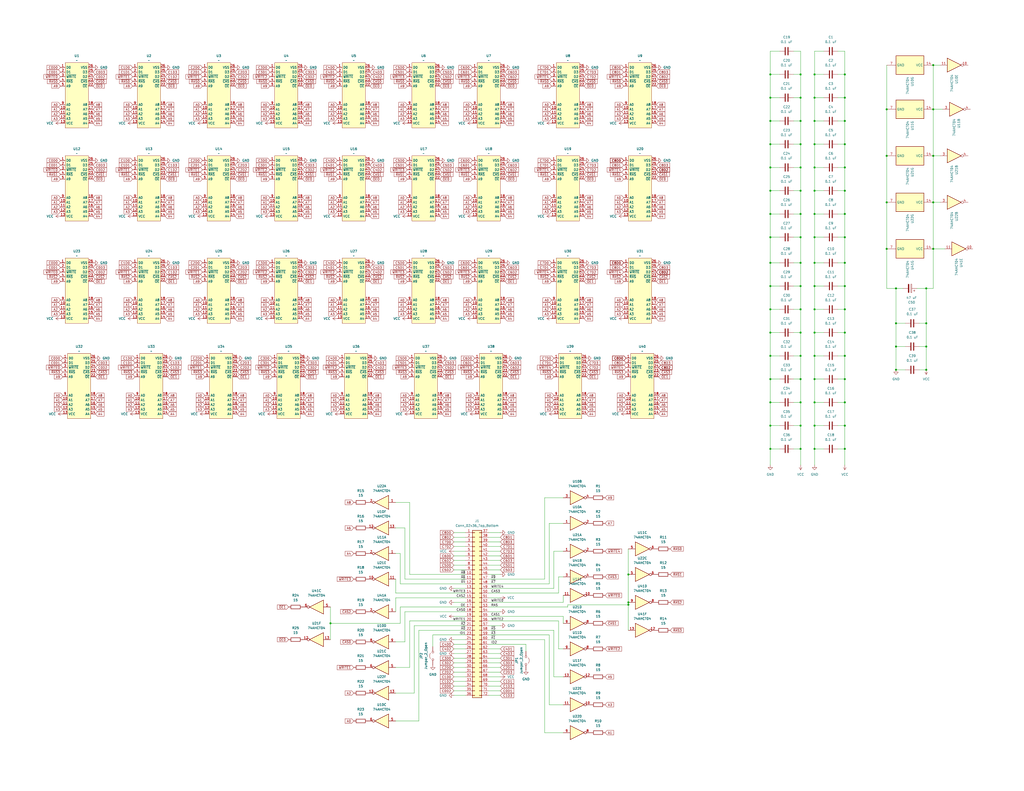
<source format=kicad_sch>
(kicad_sch (version 20250114) (generator "eeschema") (generator_version "9.0")
  (paper "C")
  (junction (at 436.88 104.14))
  (junction (at 436.88 156.21))
  (junction (at 461.01 40.64))
  (junction (at 461.01 53.34))
  (junction (at 420.37 53.34))
  (junction (at 444.5 53.34))
  (junction (at 483.87 85.09))
  (junction (at 444.5 207.01))
  (junction (at 509.27 110.49))
  (junction (at 342.9 330.2))
  (junction (at 420.37 181.61))
  (junction (at 420.37 232.41))
  (junction (at 505.46 189.23))
  (junction (at 420.37 194.31))
  (junction (at 436.88 207.01))
  (junction (at 483.87 110.49))
  (junction (at 436.88 168.91))
  (junction (at 436.88 40.64))
  (junction (at 461.01 129.54))
  (junction (at 505.46 157.48))
  (junction (at 420.37 207.01))
  (junction (at 461.01 78.74))
  (junction (at 444.5 194.31))
  (junction (at 444.5 181.61))
  (junction (at 420.37 245.11))
  (junction (at 436.88 66.04))
  (junction (at 444.5 219.71))
  (junction (at 488.95 176.53))
  (junction (at 505.46 201.93))
  (junction (at 444.5 40.64))
  (junction (at 420.37 116.84))
  (junction (at 444.5 66.04))
  (junction (at 436.88 181.61))
  (junction (at 436.88 194.31))
  (junction (at 342.9 313.69))
  (junction (at 180.34 340.36))
  (junction (at 461.01 143.51))
  (junction (at 444.5 245.11))
  (junction (at 461.01 245.11))
  (junction (at 436.88 219.71))
  (junction (at 461.01 91.44))
  (junction (at 461.01 219.71))
  (junction (at 505.46 176.53))
  (junction (at 461.01 168.91))
  (junction (at 461.01 232.41))
  (junction (at 436.88 53.34))
  (junction (at 436.88 232.41))
  (junction (at 420.37 66.04))
  (junction (at 483.87 135.89))
  (junction (at 420.37 78.74))
  (junction (at 420.37 40.64))
  (junction (at 488.95 157.48))
  (junction (at 509.27 135.89))
  (junction (at 444.5 78.74))
  (junction (at 488.95 189.23))
  (junction (at 342.9 328.93))
  (junction (at 444.5 232.41))
  (junction (at 420.37 156.21))
  (junction (at 420.37 143.51))
  (junction (at 420.37 168.91))
  (junction (at 444.5 156.21))
  (junction (at 461.01 156.21))
  (junction (at 436.88 91.44))
  (junction (at 509.27 35.56))
  (junction (at 436.88 245.11))
  (junction (at 444.5 143.51))
  (junction (at 420.37 104.14))
  (junction (at 461.01 194.31))
  (junction (at 436.88 78.74))
  (junction (at 444.5 104.14))
  (junction (at 444.5 168.91))
  (junction (at 444.5 116.84))
  (junction (at 509.27 85.09))
  (junction (at 420.37 219.71))
  (junction (at 483.87 59.69))
  (junction (at 461.01 181.61))
  (junction (at 436.88 116.84))
  (junction (at 461.01 207.01))
  (junction (at 461.01 116.84))
  (junction (at 461.01 104.14))
  (junction (at 444.5 129.54))
  (junction (at 420.37 129.54))
  (junction (at 436.88 143.51))
  (junction (at 420.37 91.44))
  (junction (at 461.01 66.04))
  (junction (at 444.5 91.44))
  (junction (at 488.95 201.93))
  (junction (at 436.88 129.54))
  (junction (at 509.27 59.69))
  (wire (pts (xy 420.37 143.51) (xy 425.45 143.51)))
  (wire (pts (xy 444.5 194.31) (xy 449.58 194.31)))
  (wire (pts (xy 180.34 340.36) (xy 180.34 349.25)))
  (wire (pts (xy 433.07 232.41) (xy 436.88 232.41)))
  (wire (pts (xy 247.65 372.11) (xy 254 372.11)))
  (wire (pts (xy 273.05 293.37) (xy 266.7 293.37)))
  (wire (pts (xy 436.88 232.41) (xy 436.88 245.11)))
  (wire (pts (xy 247.65 367.03) (xy 254 367.03)))
  (wire (pts (xy 461.01 78.74) (xy 461.01 91.44)))
  (wire (pts (xy 433.07 168.91) (xy 436.88 168.91)))
  (wire (pts (xy 433.07 104.14) (xy 436.88 104.14)))
  (wire (pts (xy 273.05 295.91) (xy 266.7 295.91)))
  (wire (pts (xy 342.9 313.69) (xy 342.9 328.93)))
  (wire (pts (xy 433.07 53.34) (xy 436.88 53.34)))
  (wire (pts (xy 226.06 378.46) (xy 226.06 341.63)))
  (wire (pts (xy 215.9 316.23) (xy 215.9 323.85)))
  (wire (pts (xy 223.52 313.69) (xy 254 313.69)))
  (wire (pts (xy 444.5 104.14) (xy 449.58 104.14)))
  (wire (pts (xy 461.01 181.61) (xy 461.01 194.31)))
  (wire (pts (xy 266.7 346.71) (xy 299.72 346.71)))
  (wire (pts (xy 483.87 110.49) (xy 483.87 135.89)))
  (wire (pts (xy 297.18 400.05) (xy 307.34 400.05)))
  (wire (pts (xy 247.65 298.45) (xy 254 298.45)))
  (wire (pts (xy 457.2 232.41) (xy 461.01 232.41)))
  (wire (pts (xy 436.88 40.64) (xy 436.88 53.34)))
  (wire (pts (xy 444.5 116.84) (xy 449.58 116.84)))
  (wire (pts (xy 500.38 157.48) (xy 505.46 157.48)))
  (wire (pts (xy 218.44 318.77) (xy 254 318.77)))
  (wire (pts (xy 297.18 349.25) (xy 297.18 400.05)))
  (wire (pts (xy 304.8 354.33) (xy 307.34 354.33)))
  (wire (pts (xy 215.9 326.39) (xy 215.9 334.01)))
  (wire (pts (xy 420.37 40.64) (xy 420.37 53.34)))
  (wire (pts (xy 420.37 104.14) (xy 420.37 116.84)))
  (wire (pts (xy 223.52 339.09) (xy 254 339.09)))
  (wire (pts (xy 488.95 157.48) (xy 488.95 176.53)))
  (wire (pts (xy 461.01 66.04) (xy 461.01 78.74)))
  (wire (pts (xy 273.05 354.33) (xy 266.7 354.33)))
  (wire (pts (xy 509.27 85.09) (xy 513.08 85.09)))
  (wire (pts (xy 247.65 303.53) (xy 254 303.53)))
  (wire (pts (xy 215.9 274.32) (xy 223.52 274.32)))
  (wire (pts (xy 420.37 232.41) (xy 420.37 245.11)))
  (wire (pts (xy 444.5 40.64) (xy 449.58 40.64)))
  (wire (pts (xy 307.34 336.55) (xy 307.34 340.36)))
  (wire (pts (xy 215.9 326.39) (xy 254 326.39)))
  (wire (pts (xy 273.05 303.53) (xy 266.7 303.53)))
  (wire (pts (xy 420.37 78.74) (xy 425.45 78.74)))
  (wire (pts (xy 461.01 219.71) (xy 461.01 232.41)))
  (wire (pts (xy 436.88 53.34) (xy 436.88 66.04)))
  (wire (pts (xy 461.01 104.14) (xy 461.01 116.84)))
  (wire (pts (xy 483.87 59.69) (xy 483.87 85.09)))
  (wire (pts (xy 457.2 168.91) (xy 461.01 168.91)))
  (wire (pts (xy 273.05 290.83) (xy 266.7 290.83)))
  (wire (pts (xy 236.22 346.71) (xy 254 346.71)))
  (wire (pts (xy 220.98 288.29) (xy 220.98 316.23)))
  (wire (pts (xy 461.01 207.01) (xy 461.01 219.71)))
  (wire (pts (xy 457.2 104.14) (xy 461.01 104.14)))
  (wire (pts (xy 218.44 331.47) (xy 254 331.47)))
  (wire (pts (xy 444.5 194.31) (xy 444.5 207.01)))
  (wire (pts (xy 228.6 344.17) (xy 254 344.17)))
  (wire (pts (xy 457.2 116.84) (xy 461.01 116.84)))
  (wire (pts (xy 444.5 27.94) (xy 449.58 27.94)))
  (wire (pts (xy 420.37 27.94) (xy 420.37 40.64)))
  (wire (pts (xy 266.7 336.55) (xy 307.34 336.55)))
  (wire (pts (xy 444.5 53.34) (xy 444.5 66.04)))
  (wire (pts (xy 342.9 299.72) (xy 342.9 313.69)))
  (wire (pts (xy 299.72 285.75) (xy 299.72 318.77)))
  (wire (pts (xy 247.65 364.49) (xy 254 364.49)))
  (wire (pts (xy 461.01 91.44) (xy 461.01 104.14)))
  (wire (pts (xy 444.5 232.41) (xy 444.5 245.11)))
  (wire (pts (xy 461.01 168.91) (xy 461.01 181.61)))
  (wire (pts (xy 444.5 78.74) (xy 449.58 78.74)))
  (wire (pts (xy 444.5 245.11) (xy 449.58 245.11)))
  (wire (pts (xy 457.2 207.01) (xy 461.01 207.01)))
  (wire (pts (xy 273.05 372.11) (xy 266.7 372.11)))
  (wire (pts (xy 444.5 219.71) (xy 444.5 232.41)))
  (wire (pts (xy 444.5 181.61) (xy 449.58 181.61)))
  (wire (pts (xy 247.65 293.37) (xy 254 293.37)))
  (wire (pts (xy 342.9 330.2) (xy 342.9 344.17)))
  (wire (pts (xy 433.07 116.84) (xy 436.88 116.84)))
  (wire (pts (xy 247.65 321.31) (xy 254 321.31)))
  (wire (pts (xy 420.37 116.84) (xy 425.45 116.84)))
  (wire (pts (xy 444.5 143.51) (xy 444.5 156.21)))
  (wire (pts (xy 266.7 331.47) (xy 309.88 331.47)))
  (wire (pts (xy 309.88 330.2) (xy 309.88 331.47)))
  (wire (pts (xy 483.87 35.56) (xy 483.87 59.69)))
  (wire (pts (xy 309.88 330.2) (xy 342.9 330.2)))
  (wire (pts (xy 247.65 351.79) (xy 254 351.79)))
  (wire (pts (xy 180.34 331.47) (xy 180.34 340.36)))
  (wire (pts (xy 299.72 346.71) (xy 299.72 384.81)))
  (wire (pts (xy 509.27 110.49) (xy 513.08 110.49)))
  (wire (pts (xy 444.5 66.04) (xy 444.5 78.74)))
  (wire (pts (xy 457.2 181.61) (xy 461.01 181.61)))
  (wire (pts (xy 273.05 367.03) (xy 266.7 367.03)))
  (wire (pts (xy 433.07 66.04) (xy 436.88 66.04)))
  (wire (pts (xy 488.95 176.53) (xy 494.03 176.53)))
  (wire (pts (xy 420.37 156.21) (xy 420.37 168.91)))
  (wire (pts (xy 420.37 53.34) (xy 425.45 53.34)))
  (wire (pts (xy 220.98 334.01) (xy 254 334.01)))
  (wire (pts (xy 483.87 85.09) (xy 483.87 110.49)))
  (wire (pts (xy 436.88 116.84) (xy 436.88 129.54)))
  (wire (pts (xy 436.88 245.11) (xy 436.88 254)))
  (wire (pts (xy 287.02 351.79) (xy 287.02 355.6)))
  (wire (pts (xy 247.65 374.65) (xy 254 374.65)))
  (wire (pts (xy 509.27 59.69) (xy 514.35 59.69)))
  (wire (pts (xy 461.01 156.21) (xy 461.01 168.91)))
  (wire (pts (xy 215.9 288.29) (xy 220.98 288.29)))
  (wire (pts (xy 444.5 156.21) (xy 449.58 156.21)))
  (wire (pts (xy 273.05 308.61) (xy 266.7 308.61)))
  (wire (pts (xy 444.5 245.11) (xy 444.5 254)))
  (wire (pts (xy 436.88 27.94) (xy 436.88 40.64)))
  (wire (pts (xy 420.37 219.71) (xy 420.37 232.41)))
  (wire (pts (xy 420.37 245.11) (xy 425.45 245.11)))
  (wire (pts (xy 273.05 326.39) (xy 266.7 326.39)))
  (wire (pts (xy 304.8 314.96) (xy 304.8 323.85)))
  (wire (pts (xy 436.88 66.04) (xy 436.88 78.74)))
  (wire (pts (xy 444.5 207.01) (xy 449.58 207.01)))
  (wire (pts (xy 444.5 91.44) (xy 444.5 104.14)))
  (wire (pts (xy 461.01 40.64) (xy 461.01 53.34)))
  (wire (pts (xy 420.37 194.31) (xy 420.37 207.01)))
  (wire (pts (xy 420.37 91.44) (xy 420.37 104.14)))
  (wire (pts (xy 266.7 339.09) (xy 304.8 339.09)))
  (wire (pts (xy 218.44 331.47) (xy 218.44 340.36)))
  (wire (pts (xy 420.37 143.51) (xy 420.37 156.21)))
  (wire (pts (xy 266.7 316.23) (xy 297.18 316.23)))
  (wire (pts (xy 215.9 378.46) (xy 226.06 378.46)))
  (wire (pts (xy 509.27 135.89) (xy 509.27 157.48)))
  (wire (pts (xy 302.26 369.57) (xy 307.34 369.57)))
  (wire (pts (xy 461.01 27.94) (xy 461.01 40.64)))
  (wire (pts (xy 433.07 245.11) (xy 436.88 245.11)))
  (wire (pts (xy 247.65 379.73) (xy 254 379.73)))
  (wire (pts (xy 420.37 207.01) (xy 425.45 207.01)))
  (wire (pts (xy 444.5 156.21) (xy 444.5 168.91)))
  (wire (pts (xy 247.65 349.25) (xy 254 349.25)))
  (wire (pts (xy 273.05 306.07) (xy 266.7 306.07)))
  (wire (pts (xy 247.65 300.99) (xy 254 300.99)))
  (wire (pts (xy 273.05 379.73) (xy 266.7 379.73)))
  (wire (pts (xy 436.88 91.44) (xy 436.88 104.14)))
  (wire (pts (xy 433.07 40.64) (xy 436.88 40.64)))
  (wire (pts (xy 247.65 328.93) (xy 254 328.93)))
  (wire (pts (xy 436.88 168.91) (xy 436.88 181.61)))
  (wire (pts (xy 226.06 341.63) (xy 254 341.63)))
  (wire (pts (xy 444.5 53.34) (xy 449.58 53.34)))
  (wire (pts (xy 266.7 349.25) (xy 297.18 349.25)))
  (wire (pts (xy 247.65 356.87) (xy 254 356.87)))
  (wire (pts (xy 457.2 219.71) (xy 461.01 219.71)))
  (wire (pts (xy 457.2 27.94) (xy 461.01 27.94)))
  (wire (pts (xy 444.5 116.84) (xy 444.5 129.54)))
  (wire (pts (xy 420.37 116.84) (xy 420.37 129.54)))
  (wire (pts (xy 433.07 181.61) (xy 436.88 181.61)))
  (wire (pts (xy 266.7 344.17) (xy 302.26 344.17)))
  (wire (pts (xy 505.46 157.48) (xy 509.27 157.48)))
  (wire (pts (xy 273.05 369.57) (xy 266.7 369.57)))
  (wire (pts (xy 420.37 91.44) (xy 425.45 91.44)))
  (wire (pts (xy 488.95 189.23) (xy 488.95 201.93)))
  (wire (pts (xy 505.46 189.23) (xy 505.46 201.93)))
  (wire (pts (xy 420.37 232.41) (xy 425.45 232.41)))
  (wire (pts (xy 420.37 40.64) (xy 425.45 40.64)))
  (wire (pts (xy 509.27 59.69) (xy 509.27 85.09)))
  (wire (pts (xy 436.88 219.71) (xy 436.88 232.41)))
  (wire (pts (xy 461.01 245.11) (xy 461.01 254)))
  (wire (pts (xy 297.18 271.78) (xy 307.34 271.78)))
  (wire (pts (xy 444.5 129.54) (xy 449.58 129.54)))
  (wire (pts (xy 444.5 91.44) (xy 449.58 91.44)))
  (wire (pts (xy 180.34 340.36) (xy 218.44 340.36)))
  (wire (pts (xy 307.34 325.12) (xy 307.34 328.93)))
  (wire (pts (xy 266.7 328.93) (xy 307.34 328.93)))
  (wire (pts (xy 461.01 116.84) (xy 461.01 129.54)))
  (wire (pts (xy 247.65 306.07) (xy 254 306.07)))
  (wire (pts (xy 461.01 53.34) (xy 461.01 66.04)))
  (wire (pts (xy 247.65 369.57) (xy 254 369.57)))
  (wire (pts (xy 488.95 176.53) (xy 488.95 189.23)))
  (wire (pts (xy 247.65 377.19) (xy 254 377.19)))
  (wire (pts (xy 509.27 85.09) (xy 509.27 110.49)))
  (wire (pts (xy 505.46 157.48) (xy 505.46 176.53)))
  (wire (pts (xy 420.37 245.11) (xy 420.37 254)))
  (wire (pts (xy 444.5 129.54) (xy 444.5 143.51)))
  (wire (pts (xy 436.88 156.21) (xy 436.88 168.91)))
  (wire (pts (xy 433.07 27.94) (xy 436.88 27.94)))
  (wire (pts (xy 215.9 323.85) (xy 254 323.85)))
  (wire (pts (xy 433.07 156.21) (xy 436.88 156.21)))
  (wire (pts (xy 461.01 232.41) (xy 461.01 245.11)))
  (wire (pts (xy 220.98 350.52) (xy 220.98 334.01)))
  (wire (pts (xy 444.5 104.14) (xy 444.5 116.84)))
  (wire (pts (xy 215.9 302.26) (xy 218.44 302.26)))
  (wire (pts (xy 273.05 313.69) (xy 266.7 313.69)))
  (wire (pts (xy 273.05 341.63) (xy 266.7 341.63)))
  (wire (pts (xy 501.65 189.23) (xy 505.46 189.23)))
  (wire (pts (xy 304.8 339.09) (xy 304.8 354.33)))
  (wire (pts (xy 505.46 176.53) (xy 505.46 189.23)))
  (wire (pts (xy 302.26 344.17) (xy 302.26 369.57)))
  (wire (pts (xy 302.26 300.99) (xy 302.26 321.31)))
  (wire (pts (xy 297.18 271.78) (xy 297.18 316.23)))
  (wire (pts (xy 266.7 321.31) (xy 302.26 321.31)))
  (wire (pts (xy 273.05 374.65) (xy 266.7 374.65)))
  (wire (pts (xy 266.7 318.77) (xy 299.72 318.77)))
  (wire (pts (xy 457.2 156.21) (xy 461.01 156.21)))
  (wire (pts (xy 273.05 377.19) (xy 266.7 377.19)))
  (wire (pts (xy 247.65 311.15) (xy 254 311.15)))
  (wire (pts (xy 273.05 361.95) (xy 266.7 361.95)))
  (wire (pts (xy 273.05 311.15) (xy 266.7 311.15)))
  (wire (pts (xy 436.88 104.14) (xy 436.88 116.84)))
  (wire (pts (xy 273.05 364.49) (xy 266.7 364.49)))
  (wire (pts (xy 273.05 359.41) (xy 266.7 359.41)))
  (wire (pts (xy 420.37 194.31) (xy 425.45 194.31)))
  (wire (pts (xy 436.88 181.61) (xy 436.88 194.31)))
  (wire (pts (xy 433.07 78.74) (xy 436.88 78.74)))
  (wire (pts (xy 444.5 232.41) (xy 449.58 232.41)))
  (wire (pts (xy 509.27 135.89) (xy 515.62 135.89)))
  (wire (pts (xy 444.5 40.64) (xy 444.5 53.34)))
  (wire (pts (xy 433.07 91.44) (xy 436.88 91.44)))
  (wire (pts (xy 501.65 176.53) (xy 505.46 176.53)))
  (wire (pts (xy 436.88 207.01) (xy 436.88 219.71)))
  (wire (pts (xy 299.72 384.81) (xy 307.34 384.81)))
  (wire (pts (xy 433.07 129.54) (xy 436.88 129.54)))
  (wire (pts (xy 420.37 53.34) (xy 420.37 66.04)))
  (wire (pts (xy 457.2 245.11) (xy 461.01 245.11)))
  (wire (pts (xy 218.44 302.26) (xy 218.44 318.77)))
  (wire (pts (xy 247.65 359.41) (xy 254 359.41)))
  (wire (pts (xy 220.98 350.52) (xy 215.9 350.52)))
  (wire (pts (xy 420.37 156.21) (xy 425.45 156.21)))
  (wire (pts (xy 273.05 356.87) (xy 266.7 356.87)))
  (wire (pts (xy 266.7 323.85) (xy 304.8 323.85)))
  (wire (pts (xy 483.87 135.89) (xy 483.87 157.48)))
  (wire (pts (xy 236.22 353.06) (xy 236.22 346.71)))
  (wire (pts (xy 457.2 129.54) (xy 461.01 129.54)))
  (wire (pts (xy 215.9 364.49) (xy 223.52 364.49)))
  (wire (pts (xy 457.2 194.31) (xy 461.01 194.31)))
  (wire (pts (xy 420.37 66.04) (xy 425.45 66.04)))
  (wire (pts (xy 304.8 314.96) (xy 307.34 314.96)))
  (wire (pts (xy 433.07 194.31) (xy 436.88 194.31)))
  (wire (pts (xy 220.98 316.23) (xy 254 316.23)))
  (wire (pts (xy 461.01 143.51) (xy 461.01 156.21)))
  (wire (pts (xy 420.37 104.14) (xy 425.45 104.14)))
  (wire (pts (xy 420.37 219.71) (xy 425.45 219.71)))
  (wire (pts (xy 273.05 300.99) (xy 266.7 300.99)))
  (wire (pts (xy 342.9 328.93) (xy 342.9 330.2)))
  (wire (pts (xy 444.5 168.91) (xy 449.58 168.91)))
  (wire (pts (xy 501.65 201.93) (xy 505.46 201.93)))
  (wire (pts (xy 420.37 168.91) (xy 425.45 168.91)))
  (wire (pts (xy 420.37 129.54) (xy 425.45 129.54)))
  (wire (pts (xy 444.5 207.01) (xy 444.5 219.71)))
  (wire (pts (xy 457.2 78.74) (xy 461.01 78.74)))
  (wire (pts (xy 433.07 219.71) (xy 436.88 219.71)))
  (wire (pts (xy 266.7 351.79) (xy 287.02 351.79)))
  (wire (pts (xy 223.52 364.49) (xy 223.52 339.09)))
  (wire (pts (xy 457.2 91.44) (xy 461.01 91.44)))
  (wire (pts (xy 488.95 201.93) (xy 494.03 201.93)))
  (wire (pts (xy 420.37 168.91) (xy 420.37 181.61)))
  (wire (pts (xy 444.5 219.71) (xy 449.58 219.71)))
  (wire (pts (xy 461.01 194.31) (xy 461.01 207.01)))
  (wire (pts (xy 247.65 295.91) (xy 254 295.91)))
  (wire (pts (xy 299.72 285.75) (xy 307.34 285.75)))
  (wire (pts (xy 444.5 181.61) (xy 444.5 194.31)))
  (wire (pts (xy 247.65 308.61) (xy 254 308.61)))
  (wire (pts (xy 436.88 143.51) (xy 436.88 156.21)))
  (wire (pts (xy 273.05 334.01) (xy 266.7 334.01)))
  (wire (pts (xy 420.37 66.04) (xy 420.37 78.74)))
  (wire (pts (xy 302.26 300.99) (xy 307.34 300.99)))
  (wire (pts (xy 436.88 78.74) (xy 436.88 91.44)))
  (wire (pts (xy 273.05 298.45) (xy 266.7 298.45)))
  (wire (pts (xy 444.5 66.04) (xy 449.58 66.04)))
  (wire (pts (xy 444.5 27.94) (xy 444.5 40.64)))
  (wire (pts (xy 433.07 207.01) (xy 436.88 207.01)))
  (wire (pts (xy 420.37 27.94) (xy 425.45 27.94)))
  (wire (pts (xy 444.5 168.91) (xy 444.5 181.61)))
  (wire (pts (xy 509.27 35.56) (xy 509.27 59.69)))
  (wire (pts (xy 420.37 181.61) (xy 420.37 194.31)))
  (wire (pts (xy 457.2 143.51) (xy 461.01 143.51)))
  (wire (pts (xy 509.27 35.56) (xy 513.08 35.56)))
  (wire (pts (xy 420.37 207.01) (xy 420.37 219.71)))
  (wire (pts (xy 228.6 393.7) (xy 215.9 393.7)))
  (wire (pts (xy 228.6 344.17) (xy 228.6 393.7)))
  (wire (pts (xy 444.5 78.74) (xy 444.5 91.44)))
  (wire (pts (xy 223.52 274.32) (xy 223.52 313.69)))
  (wire (pts (xy 488.95 189.23) (xy 494.03 189.23)))
  (wire (pts (xy 420.37 78.74) (xy 420.37 91.44)))
  (wire (pts (xy 247.65 336.55) (xy 254 336.55)))
  (wire (pts (xy 247.65 290.83) (xy 254 290.83)))
  (wire (pts (xy 436.88 129.54) (xy 436.88 143.51)))
  (wire (pts (xy 461.01 129.54) (xy 461.01 143.51)))
  (wire (pts (xy 420.37 181.61) (xy 425.45 181.61)))
  (wire (pts (xy 436.88 194.31) (xy 436.88 207.01)))
  (wire (pts (xy 457.2 40.64) (xy 461.01 40.64)))
  (wire (pts (xy 457.2 66.04) (xy 461.01 66.04)))
  (wire (pts (xy 509.27 110.49) (xy 509.27 135.89)))
  (wire (pts (xy 420.37 129.54) (xy 420.37 143.51)))
  (wire (pts (xy 488.95 157.48) (xy 492.76 157.48)))
  (wire (pts (xy 457.2 53.34) (xy 461.01 53.34)))
  (wire (pts (xy 247.65 361.95) (xy 254 361.95)))
  (wire (pts (xy 444.5 143.51) (xy 449.58 143.51)))
  (wire (pts (xy 483.87 157.48) (xy 488.95 157.48)))
  (wire (pts (xy 433.07 143.51) (xy 436.88 143.51)))
  (wire (pts (xy 247.65 354.33) (xy 254 354.33)))
  (label "WRITE1" (at 254 339.09 180))
  (label "~{A5}" (at 267.97 344.17 0))
  (label "WRITE4" (at 267.97 321.31 0))
  (label "RAS" (at 267.97 331.47 0))
  (label "~{A2}" (at 254 341.63 180))
  (label "WRITE0" (at 267.97 328.93 0))
  (label "OE" (at 254 331.47 180))
  (label "ID2" (at 267.97 351.79 0))
  (label "~{A3}" (at 267.97 346.71 0))
  (label "CAS3" (at 267.97 323.85 0))
  (label "~{A6}" (at 254 316.23 180))
  (label "~{A1}" (at 267.97 349.25 0))
  (label "~{A8}" (at 254 313.69 180))
  (label "CAS0" (at 254 334.01 180))
  (label "ID1" (at 254 346.71 180))
  (label "~{A7}" (at 267.97 318.77 0))
  (label "CAS2" (at 254 326.39 180))
  (label "WRITE3" (at 254 323.85 180))
  (label "~{A9}" (at 267.97 316.23 0))
  (label "WRITE2" (at 267.97 339.09 0))
  (label "CAS1" (at 267.97 336.55 0))
  (label "~{A0}" (at 254 344.17 180))
  (label "~{A4}" (at 254 318.77 180))
  (global_label "C5D3" (shape input) (at 273.05 311.15 0) (property "Intersheetrefs" "${INTERSHEET_REFS}" (effects (hide yes))))
  (global_label "~{OE1}" (shape input) (at 129.54 205.74 0) (property "Intersheetrefs" "${INTERSHEET_REFS}" (effects (hide yes))))
  (global_label "A2" (shape input) (at 147.32 168.91 180) (property "Intersheetrefs" "${INTERSHEET_REFS}" (effects (hide yes))))
  (global_label "~{RAS1}" (shape input) (at 110.49 95.25 180) (property "Intersheetrefs" "${INTERSHEET_REFS}" (effects (hide yes))))
  (global_label "A9" (shape input) (at 72.39 46.99 180) (property "Intersheetrefs" "${INTERSHEET_REFS}" (effects (hide yes))))
  (global_label "C2D0" (shape input) (at 247.65 364.49 180) (property "Intersheetrefs" "${INTERSHEET_REFS}" (effects (hide yes))))
  (global_label "A1" (shape input) (at 110.49 110.49 180) (property "Intersheetrefs" "${INTERSHEET_REFS}" (effects (hide yes))))
  (global_label "~{OE1}" (shape input) (at 241.3 205.74 0) (property "Intersheetrefs" "${INTERSHEET_REFS}" (effects (hide yes))))
  (global_label "~{WRITE4}" (shape input) (at 340.36 148.59 180) (property "Intersheetrefs" "${INTERSHEET_REFS}" (effects (hide yes))))
  (global_label "A8" (shape input) (at 358.14 57.15 0) (property "Intersheetrefs" "${INTERSHEET_REFS}" (effects (hide yes))))
  (global_label "~{RAS2}" (shape input) (at 33.02 151.13 180) (property "Intersheetrefs" "${INTERSHEET_REFS}" (effects (hide yes))))
  (global_label "C2D1" (shape input) (at 110.49 90.17 180) (property "Intersheetrefs" "${INTERSHEET_REFS}" (effects (hide yes))))
  (global_label "A7" (shape input) (at 201.93 59.69 0) (property "Intersheetrefs" "${INTERSHEET_REFS}" (effects (hide yes))))
  (global_label "~{WRITE3}" (shape input) (at 257.81 148.59 180) (property "Intersheetrefs" "${INTERSHEET_REFS}" (effects (hide yes))))
  (global_label "C1D2" (shape input) (at 91.44 200.66 0) (property "Intersheetrefs" "${INTERSHEET_REFS}" (effects (hide yes))))
  (global_label "A2" (shape input) (at 72.39 168.91 180) (property "Intersheetrefs" "${INTERSHEET_REFS}" (effects (hide yes))))
  (global_label "C3D0" (shape input) (at 147.32 87.63 180) (property "Intersheetrefs" "${INTERSHEET_REFS}" (effects (hide yes))))
  (global_label "~{OE1}" (shape input) (at 358.14 153.67 0) (property "Intersheetrefs" "${INTERSHEET_REFS}" (effects (hide yes))))
  (global_label "A1" (shape input) (at 300.99 166.37 180) (property "Intersheetrefs" "${INTERSHEET_REFS}" (effects (hide yes))))
  (global_label "A7" (shape input) (at 240.03 59.69 0) (property "Intersheetrefs" "${INTERSHEET_REFS}" (effects (hide yes))))
  (global_label "~{CAS1}" (shape input) (at 240.03 95.25 0) (property "Intersheetrefs" "${INTERSHEET_REFS}" (effects (hide yes))))
  (global_label "A0" (shape input) (at 184.15 163.83 180) (property "Intersheetrefs" "${INTERSHEET_REFS}" (effects (hide yes))))
  (global_label "A6" (shape input) (at 166.37 220.98 0) (property "Intersheetrefs" "${INTERSHEET_REFS}" (effects (hide yes))))
  (global_label "A3" (shape input) (at 147.32 115.57 180) (property "Intersheetrefs" "${INTERSHEET_REFS}" (effects (hide yes))))
  (global_label "A6" (shape input) (at 201.93 113.03 0) (property "Intersheetrefs" "${INTERSHEET_REFS}" (effects (hide yes))))
  (global_label "A3" (shape input) (at 184.15 171.45 180) (property "Intersheetrefs" "${INTERSHEET_REFS}" (effects (hide yes))))
  (global_label "A0" (shape input) (at 185.42 215.9 180) (property "Intersheetrefs" "${INTERSHEET_REFS}" (effects (hide yes))))
  (global_label "A9" (shape input) (at 148.59 205.74 180) (property "Intersheetrefs" "${INTERSHEET_REFS}" (effects (hide yes))))
  (global_label "A0" (shape input) (at 110.49 163.83 180) (property "Intersheetrefs" "${INTERSHEET_REFS}" (effects (hide yes))))
  (global_label "~{WRITE2}" (shape input) (at 184.15 148.59 180) (property "Intersheetrefs" "${INTERSHEET_REFS}" (effects (hide yes))))
  (global_label "A4" (shape input) (at 203.2 226.06 0) (property "Intersheetrefs" "${INTERSHEET_REFS}" (effects (hide yes))))
  (global_label "~{WRITE0}" (shape input) (at 330.2 325.12 0) (property "Intersheetrefs" "${INTERSHEET_REFS}" (effects (hide yes))))
  (global_label "A5" (shape input) (at 128.27 115.57 0) (property "Intersheetrefs" "${INTERSHEET_REFS}" (effects (hide yes))))
  (global_label "C8D2" (shape input) (at 247.65 293.37 180) (property "Intersheetrefs" "${INTERSHEET_REFS}" (effects (hide yes))))
  (global_label "C3D3" (shape input) (at 166.37 198.12 0) (property "Intersheetrefs" "${INTERSHEET_REFS}" (effects (hide yes))))
  (global_label "A4" (shape input) (at 275.59 118.11 0) (property "Intersheetrefs" "${INTERSHEET_REFS}" (effects (hide yes))))
  (global_label "C8D2" (shape input) (at 358.14 92.71 0) (property "Intersheetrefs" "${INTERSHEET_REFS}" (effects (hide yes))))
  (global_label "~{OE1}" (shape input) (at 276.86 205.74 0) (property "Intersheetrefs" "${INTERSHEET_REFS}" (effects (hide yes))))
  (global_label "A4" (shape input) (at 165.1 67.31 0) (property "Intersheetrefs" "${INTERSHEET_REFS}" (effects (hide yes))))
  (global_label "A2" (shape input) (at 73.66 220.98 180) (property "Intersheetrefs" "${INTERSHEET_REFS}" (effects (hide yes))))
  (global_label "A9" (shape input) (at 73.66 205.74 180) (property "Intersheetrefs" "${INTERSHEET_REFS}" (effects (hide yes))))
  (global_label "C6D1" (shape input) (at 273.05 303.53 0) (property "Intersheetrefs" "${INTERSHEET_REFS}" (effects (hide yes))))
  (global_label "C4D0" (shape input) (at 184.15 143.51 180) (property "Intersheetrefs" "${INTERSHEET_REFS}" (effects (hide yes))))
  (global_label "C0D0" (shape input) (at 33.02 143.51 180) (property "Intersheetrefs" "${INTERSHEET_REFS}" (effects (hide yes))))
  (global_label "A6" (shape input) (at 165.1 113.03 0) (property "Intersheetrefs" "${INTERSHEET_REFS}" (effects (hide yes))))
  (global_label "A1" (shape input) (at 222.25 166.37 180) (property "Intersheetrefs" "${INTERSHEET_REFS}" (effects (hide yes))))
  (global_label "A8" (shape input) (at 201.93 163.83 0) (property "Intersheetrefs" "${INTERSHEET_REFS}" (effects (hide yes))))
  (global_label "~{OE1}" (shape input) (at 359.41 205.74 0) (property "Intersheetrefs" "${INTERSHEET_REFS}" (effects (hide yes))))
  (global_label "A9" (shape input) (at 340.36 153.67 180) (property "Intersheetrefs" "${INTERSHEET_REFS}" (effects (hide yes))))
  (global_label "A5" (shape input) (at 90.17 64.77 0) (property "Intersheetrefs" "${INTERSHEET_REFS}" (effects (hide yes))))
  (global_label "~{RAS2}" (shape input) (at 72.39 151.13 180) (property "Intersheetrefs" "${INTERSHEET_REFS}" (effects (hide yes))))
  (global_label "C8D1" (shape input) (at 340.36 90.17 180) (property "Intersheetrefs" "${INTERSHEET_REFS}" (effects (hide yes))))
  (global_label "C5D0" (shape input) (at 222.25 36.83 180) (property "Intersheetrefs" "${INTERSHEET_REFS}" (effects (hide yes))))
  (global_label "~{RAS2}" (shape input) (at 365.76 328.93 0) (property "Intersheetrefs" "${INTERSHEET_REFS}" (effects (hide yes))))
  (global_label "~{WRITE2}" (shape input) (at 147.32 41.91 180) (property "Intersheetrefs" "${INTERSHEET_REFS}" (effects (hide yes))))
  (global_label "A9" (shape input) (at 33.02 97.79 180) (property "Intersheetrefs" "${INTERSHEET_REFS}" (effects (hide yes))))
  (global_label "A3" (shape input) (at 300.99 64.77 180) (property "Intersheetrefs" "${INTERSHEET_REFS}" (effects (hide yes))))
  (global_label "C7D0" (shape input) (at 300.99 36.83 180) (property "Intersheetrefs" "${INTERSHEET_REFS}" (effects (hide yes))))
  (global_label "C6D3" (shape input) (at 276.86 198.12 0) (property "Intersheetrefs" "${INTERSHEET_REFS}" (effects (hide yes))))
  (global_label "~{OE1}" (shape input) (at 52.07 205.74 0) (property "Intersheetrefs" "${INTERSHEET_REFS}" (effects (hide yes))))
  (global_label "C7D1" (shape input) (at 300.99 39.37 180) (property "Intersheetrefs" "${INTERSHEET_REFS}" (effects (hide yes))))
  (global_label "A3" (shape input) (at 257.81 171.45 180) (property "Intersheetrefs" "${INTERSHEET_REFS}" (effects (hide yes))))
  (global_label "A8" (shape input) (at 129.54 215.9 0) (property "Intersheetrefs" "${INTERSHEET_REFS}" (effects (hide yes))))
  (global_label "~{RAS1}" (shape input) (at 33.02 95.25 180) (property "Intersheetrefs" "${INTERSHEET_REFS}" (effects (hide yes))))
  (global_label "C2D1" (shape input) (at 110.49 39.37 180) (property "Intersheetrefs" "${INTERSHEET_REFS}" (effects (hide yes))))
  (global_label "A7" (shape input) (at 128.27 59.69 0) (property "Intersheetrefs" "${INTERSHEET_REFS}" (effects (hide yes))))
  (global_label "~{RAS0}" (shape input) (at 300.99 44.45 180) (property "Intersheetrefs" "${INTERSHEET_REFS}" (effects (hide yes))))
  (global_label "~{OE1}" (shape input) (at 318.77 153.67 0) (property "Intersheetrefs" "${INTERSHEET_REFS}" (effects (hide yes))))
  (global_label "A4" (shape input) (at 91.44 226.06 0) (property "Intersheetrefs" "${INTERSHEET_REFS}" (effects (hide yes))))
  (global_label "~{CAS1}" (shape input) (at 50.8 95.25 0) (property "Intersheetrefs" "${INTERSHEET_REFS}" (effects (hide yes))))
  (global_label "A2" (shape input) (at 300.99 113.03 180) (property "Intersheetrefs" "${INTERSHEET_REFS}" (effects (hide yes))))
  (global_label "C5D1" (shape input) (at 222.25 39.37 180) (property "Intersheetrefs" "${INTERSHEET_REFS}" (effects (hide yes))))
  (global_label "~{WRITE1}" (shape input) (at 110.49 148.59 180) (property "Intersheetrefs" "${INTERSHEET_REFS}" (effects (hide yes))))
  (global_label "A5" (shape input) (at 91.44 223.52 0) (property "Intersheetrefs" "${INTERSHEET_REFS}" (effects (hide yes))))
  (global_label "~{RAS2}" (shape input) (at 110.49 151.13 180) (property "Intersheetrefs" "${INTERSHEET_REFS}" (effects (hide yes))))
  (global_label "C2D1" (shape input) (at 273.05 364.49 0) (property "Intersheetrefs" "${INTERSHEET_REFS}" (effects (hide yes))))
  (global_label "A6" (shape input) (at 165.1 168.91 0) (property "Intersheetrefs" "${INTERSHEET_REFS}" (effects (hide yes))))
  (global_label "A9" (shape input) (at 223.52 205.74 180) (property "Intersheetrefs" "${INTERSHEET_REFS}" (effects (hide yes))))
  (global_label "A9" (shape input) (at 184.15 97.79 180) (property "Intersheetrefs" "${INTERSHEET_REFS}" (effects (hide yes))))
  (global_label "C3D2" (shape input) (at 165.1 92.71 0) (property "Intersheetrefs" "${INTERSHEET_REFS}" (effects (hide yes))))
  (global_label "A9" (shape input) (at 257.81 97.79 180) (property "Intersheetrefs" "${INTERSHEET_REFS}" (effects (hide yes))))
  (global_label "C8D2" (shape input) (at 358.14 41.91 0) (property "Intersheetrefs" "${INTERSHEET_REFS}" (effects (hide yes))))
  (global_label "C1D0" (shape input) (at 72.39 36.83 180) (property "Intersheetrefs" "${INTERSHEET_REFS}" (effects (hide yes))))
  (global_label "A6" (shape input) (at 240.03 168.91 0) (property "Intersheetrefs" "${INTERSHEET_REFS}" (effects (hide yes))))
  (global_label "A4" (shape input) (at 275.59 67.31 0) (property "Intersheetrefs" "${INTERSHEET_REFS}" (effects (hide yes))))
  (global_label "~{OE1}" (shape input) (at 50.8 153.67 0) (property "Intersheetrefs" "${INTERSHEET_REFS}" (effects (hide yes))))
  (global_label "C8D0" (shape input) (at 340.36 87.63 180) (property "Intersheetrefs" "${INTERSHEET_REFS}" (effects (hide yes))))
  (global_label "A8" (shape input) (at 128.27 163.83 0) (property "Intersheetrefs" "${INTERSHEET_REFS}" (effects (hide yes))))
  (global_label "C0D2" (shape input) (at 50.8 148.59 0) (property "Intersheetrefs" "${INTERSHEET_REFS}" (effects (hide yes))))
  (global_label "A6" (shape input) (at 203.2 220.98 0) (property "Intersheetrefs" "${INTERSHEET_REFS}" (effects (hide yes))))
  (global_label "A7" (shape input) (at 359.41 218.44 0) (property "Intersheetrefs" "${INTERSHEET_REFS}" (effects (hide yes))))
  (global_label "~{RAS2}" (shape input) (at 222.25 151.13 180) (property "Intersheetrefs" "${INTERSHEET_REFS}" (effects (hide yes))))
  (global_label "A4" (shape input) (at 50.8 118.11 0) (property "Intersheetrefs" "${INTERSHEET_REFS}" (effects (hide yes))))
  (global_label "C6D1" (shape input) (at 257.81 146.05 180) (property "Intersheetrefs" "${INTERSHEET_REFS}" (effects (hide yes))))
  (global_label "C3D0" (shape input) (at 147.32 36.83 180) (property "Intersheetrefs" "${INTERSHEET_REFS}" (effects (hide yes))))
  (global_label "A6" (shape input) (at 241.3 220.98 0) (property "Intersheetrefs" "${INTERSHEET_REFS}" (effects (hide yes))))
  (global_label "A6" (shape input) (at 193.04 288.29 180) (property "Intersheetrefs" "${INTERSHEET_REFS}" (effects (hide yes))))
  (global_label "C5D0" (shape input) (at 223.52 195.58 180) (property "Intersheetrefs" "${INTERSHEET_REFS}" (effects (hide yes))))
  (global_label "A1" (shape input) (at 185.42 218.44 180) (property "Intersheetrefs" "${INTERSHEET_REFS}" (effects (hide yes))))
  (global_label "C1D2" (shape input) (at 90.17 148.59 0) (property "Intersheetrefs" "${INTERSHEET_REFS}" (effects (hide yes))))
  (global_label "A5" (shape input) (at 358.14 115.57 0) (property "Intersheetrefs" "${INTERSHEET_REFS}" (effects (hide yes))))
  (global_label "A5" (shape input) (at 90.17 171.45 0) (property "Intersheetrefs" "${INTERSHEET_REFS}" (effects (hide yes))))
  (global_label "~{WRITE4}" (shape input) (at 341.63 200.66 180) (property "Intersheetrefs" "${INTERSHEET_REFS}" (effects (hide yes))))
  (global_label "~{RAS1}" (shape input) (at 340.36 95.25 180) (property "Intersheetrefs" "${INTERSHEET_REFS}" (effects (hide yes))))
  (global_label "C2D3" (shape input) (at 128.27 39.37 0) (property "Intersheetrefs" "${INTERSHEET_REFS}" (effects (hide yes))))
  (global_label "A7" (shape input) (at 129.54 218.44 0) (property "Intersheetrefs" "${INTERSHEET_REFS}" (effects (hide yes))))
  (global_label "A4" (shape input) (at 165.1 118.11 0) (property "Intersheetrefs" "${INTERSHEET_REFS}" (effects (hide yes))))
  (global_label "A3" (shape input) (at 300.99 171.45 180) (property "Intersheetrefs" "${INTERSHEET_REFS}" (effects (hide yes))))
  (global_label "~{WRITE3}" (shape input) (at 259.08 200.66 180) (property "Intersheetrefs" "${INTERSHEET_REFS}" (effects (hide yes))))
  (global_label "A4" (shape input) (at 165.1 173.99 0) (property "Intersheetrefs" "${INTERSHEET_REFS}" (effects (hide yes))))
  (global_label "~{RAS3}" (shape input) (at 302.26 203.2 180) (property "Intersheetrefs" "${INTERSHEET_REFS}" (effects (hide yes))))
  (global_label "A8" (shape input) (at 276.86 215.9 0) (property "Intersheetrefs" "${INTERSHEET_REFS}" (effects (hide yes))))
  (global_label "~{WRITE1}" (shape input) (at 72.39 41.91 180) (property "Intersheetrefs" "${INTERSHEET_REFS}" (effects (hide yes))))
  (global_label "A1" (shape input) (at 33.02 110.49 180) (property "Intersheetrefs" "${INTERSHEET_REFS}" (effects (hide yes))))
  (global_label "~{RAS3}" (shape input) (at 73.66 203.2 180) (property "Intersheetrefs" "${INTERSHEET_REFS}" (effects (hide yes))))
  (global_label "~{WRITE0}" (shape input) (at 33.02 41.91 180) (property "Intersheetrefs" "${INTERSHEET_REFS}" (effects (hide yes))))
  (global_label "A7" (shape input) (at 318.77 110.49 0) (property "Intersheetrefs" "${INTERSHEET_REFS}" (effects (hide yes))))
  (global_label "A7" (shape input) (at 128.27 166.37 0) (property "Intersheetrefs" "${INTERSHEET_REFS}" (effects (hide yes))))
  (global_label "A8" (shape input) (at 50.8 107.95 0) (property "Intersheetrefs" "${INTERSHEET_REFS}" (effects (hide yes))))
  (global_label "C5D2" (shape input) (at 247.65 311.15 180) (property "Intersheetrefs" "${INTERSHEET_REFS}" (effects (hide yes))))
  (global_label "~{RAS2}" (shape input) (at 340.36 151.13 180) (property "Intersheetrefs" "${INTERSHEET_REFS}" (effects (hide yes))))
  (global_label "A5" (shape input) (at 240.03 171.45 0) (property "Intersheetrefs" "${INTERSHEET_REFS}" (effects (hide yes))))
  (global_label "C6D3" (shape input) (at 275.59 39.37 0) (property "Intersheetrefs" "${INTERSHEET_REFS}" (effects (hide yes))))
  (global_label "~{CAS1}" (shape input) (at 358.14 95.25 0) (property "Intersheetrefs" "${INTERSHEET_REFS}" (effects (hide yes))))
  (global_label "C3D0" (shape input) (at 247.65 359.41 180) (property "Intersheetrefs" "${INTERSHEET_REFS}" (effects (hide yes))))
  (global_label "A6" (shape input) (at 275.59 168.91 0) (property "Intersheetrefs" "${INTERSHEET_REFS}" (effects (hide yes))))
  (global_label "~{OE0}" (shape input) (at 90.17 97.79 0) (property "Intersheetrefs" "${INTERSHEET_REFS}" (effects (hide yes))))
  (global_label "C3D2" (shape input) (at 166.37 200.66 0) (property "Intersheetrefs" "${INTERSHEET_REFS}" (effects (hide yes))))
  (global_label "A3" (shape input) (at 110.49 171.45 180) (property "Intersheetrefs" "${INTERSHEET_REFS}" (effects (hide yes))))
  (global_label "~{WRITE3}" (shape input) (at 257.81 41.91 180) (property "Intersheetrefs" "${INTERSHEET_REFS}" (effects (hide yes))))
  (global_label "~{OE1}" (shape input) (at 203.2 205.74 0) (property "Intersheetrefs" "${INTERSHEET_REFS}" (effects (hide yes))))
  (global_label "A4" (shape input) (at 128.27 118.11 0) (property "Intersheetrefs" "${INTERSHEET_REFS}" (effects (hide yes))))
  (global_label "~{CAS3}" (shape input) (at 52.07 203.2 0) (property "Intersheetrefs" "${INTERSHEET_REFS}" (effects (hide yes))))
  (global_label "A9" (shape input) (at 185.42 205.74 180) (property "Intersheetrefs" "${INTERSHEET_REFS}" (effects (hide yes))))
  (global_label "A1" (shape input) (at 259.08 218.44 180) (property "Intersheetrefs" "${INTERSHEET_REFS}" (effects (hide yes))))
  (global_label "C0D2" (shape input) (at 50.8 41.91 0) (property "Intersheetrefs" "${INTERSHEET_REFS}" (effects (hide yes))))
  (global_label "A6" (shape input) (at 318.77 62.23 0) (property "Intersheetrefs" "${INTERSHEET_REFS}" (effects (hide yes))))
  (global_label "~{RAS3}" (shape input) (at 259.08 203.2 180) (property "Intersheetrefs" "${INTERSHEET_REFS}" (effects (hide yes))))
  (global_label "C0D1" (shape input) (at 273.05 377.19 0) (property "Intersheetrefs" "${INTERSHEET_REFS}" (effects (hide yes))))
  (global_label "C3D0" (shape input) (at 148.59 195.58 180) (property "Intersheetrefs" "${INTERSHEET_REFS}" (effects (hide yes))))
  (global_label "A0" (shape input) (at 340.36 107.95 180) (property "Intersheetrefs" "${INTERSHEET_REFS}" (effects (hide yes))))
  (global_label "A3" (shape input) (at 302.26 223.52 180) (property "Intersheetrefs" "${INTERSHEET_REFS}" (effects (hide yes))))
  (global_label "C3D3" (shape input) (at 273.05 361.95 0) (property "Intersheetrefs" "${INTERSHEET_REFS}" (effects (hide yes))))
  (global_label "C3D3" (shape input) (at 165.1 146.05 0) (property "Intersheetrefs" "${INTERSHEET_REFS}" (effects (hide yes))))
  (global_label "A9" (shape input) (at 341.63 205.74 180) (property "Intersheetrefs" "${INTERSHEET_REFS}" (effects (hide yes))))
  (global_label "C7D3" (shape input) (at 273.05 300.99 0) (property "Intersheetrefs" "${INTERSHEET_REFS}" (effects (hide yes))))
  (global_label "A2" (shape input) (at 110.49 62.23 180) (property "Intersheetrefs" "${INTERSHEET_REFS}" (effects (hide yes))))
  (global_label "~{RAS2}" (shape input) (at 300.99 151.13 180) (property "Intersheetrefs" "${INTERSHEET_REFS}" (effects (hide yes))))
  (global_label "C7D3" (shape input) (at 318.77 39.37 0) (property "Intersheetrefs" "${INTERSHEET_REFS}" (effects (hide yes))))
  (global_label "A9" (shape input) (at 259.08 205.74 180) (property "Intersheetrefs" "${INTERSHEET_REFS}" (effects (hide yes))))
  (global_label "A4" (shape input) (at 358.14 67.31 0) (property "Intersheetrefs" "${INTERSHEET_REFS}" (effects (hide yes))))
  (global_label "A5" (shape input) (at 330.2 369.57 0) (property "Intersheetrefs" "${INTERSHEET_REFS}" (effects (hide yes))))
  (global_label "A7" (shape input) (at 91.44 218.44 0) (property "Intersheetrefs" "${INTERSHEET_REFS}" (effects (hide yes))))
  (global_label "~{CAS0}" (shape input) (at 318.77 44.45 0) (property "Intersheetrefs" "${INTERSHEET_REFS}" (effects (hide yes))))
  (global_label "A5" (shape input) (at 128.27 171.45 0) (property "Intersheetrefs" "${INTERSHEET_REFS}" (effects (hide yes))))
  (global_label "A7" (shape input) (at 276.86 218.44 0) (property "Intersheetrefs" "${INTERSHEET_REFS}" (effects (hide yes))))
  (global_label "~{RAS2}" (shape input) (at 184.15 151.13 180) (property "Intersheetrefs" "${INTERSHEET_REFS}" (effects (hide yes))))
  (global_label "A0" (shape input) (at 341.63 215.9 180) (property "Intersheetrefs" "${INTERSHEET_REFS}" (effects (hide yes))))
  (global_label "~{WRITE1}" (shape input) (at 111.76 200.66 180) (property "Intersheetrefs" "${INTERSHEET_REFS}" (effects (hide yes))))
  (global_label "A1" (shape input) (at 223.52 218.44 180) (property "Intersheetrefs" "${INTERSHEET_REFS}" (effects (hide yes))))
  (global_label "A2" (shape input) (at 222.25 62.23 180) (property "Intersheetrefs" "${INTERSHEET_REFS}" (effects (hide yes))))
  (global_label "~{CAS2}" (shape input) (at 128.27 151.13 0) (property "Intersheetrefs" "${INTERSHEET_REFS}" (effects (hide yes))))
  (global_label "A4" (shape input) (at 90.17 67.31 0) (property "Intersheetrefs" "${INTERSHEET_REFS}" (effects (hide yes))))
  (global_label "~{CAS2}" (shape input) (at 165.1 151.13 0) (property "Intersheetrefs" "${INTERSHEET_REFS}" (effects (hide yes))))
  (global_label "~{WRITE1}" (shape input) (at 110.49 41.91 180) (property "Intersheetrefs" "${INTERSHEET_REFS}" (effects (hide yes))))
  (global_label "A5" (shape input) (at 318.77 115.57 0) (property "Intersheetrefs" "${INTERSHEET_REFS}" (effects (hide yes))))
  (global_label "C1D0" (shape input) (at 73.66 195.58 180) (property "Intersheetrefs" "${INTERSHEET_REFS}" (effects (hide yes))))
  (global_label "~{OE0}" (shape input) (at 275.59 46.99 0) (property "Intersheetrefs" "${INTERSHEET_REFS}" (effects (hide yes))))
  (global_label "~{WRITE1}" (shape input) (at 73.66 200.66 180) (property "Intersheetrefs" "${INTERSHEET_REFS}" (effects (hide yes))))
  (global_label "A2" (shape input) (at 185.42 220.98 180) (property "Intersheetrefs" "${INTERSHEET_REFS}" (effects (hide yes))))
  (global_label "C4D3" (shape input) (at 273.05 356.87 0) (property "Intersheetrefs" "${INTERSHEET_REFS}" (effects (hide yes))))
  (global_label "A5" (shape input) (at 275.59 64.77 0) (property "Intersheetrefs" "${INTERSHEET_REFS}" (effects (hide yes))))
  (global_label "A8" (shape input) (at 165.1 57.15 0) (property "Intersheetrefs" "${INTERSHEET_REFS}" (effects (hide yes))))
  (global_label "C2D0" (shape input) (at 110.49 87.63 180) (property "Intersheetrefs" "${INTERSHEET_REFS}" (effects (hide yes))))
  (global_label "A8" (shape input) (at 240.03 163.83 0) (property "Intersheetrefs" "${INTERSHEET_REFS}" (effects (hide yes))))
  (global_label "C6D2" (shape input) (at 275.59 92.71 0) (property "Intersheetrefs" "${INTERSHEET_REFS}" (effects (hide yes))))
  (global_label "C0D2" (shape input) (at 52.07 200.66 0) (property "Intersheetrefs" "${INTERSHEET_REFS}" (effects (hide yes))))
  (global_label "C4D1" (shape input) (at 184.15 39.37 180) (property "Intersheetrefs" "${INTERSHEET_REFS}" (effects (hide yes))))
  (global_label "C4D2" (shape input) (at 201.93 148.59 0) (property "Intersheetrefs" "${INTERSHEET_REFS}" (effects (hide yes))))
  (global_label "A7" (shape input) (at 330.2 285.75 0) (property "Intersheetrefs" "${INTERSHEET_REFS}" (effects (hide yes))))
  (global_label "C2D2" (shape input) (at 247.65 367.03 180) (property "Intersheetrefs" "${INTERSHEET_REFS}" (effects (hide yes))))
  (global_label "~{WRITE4}" (shape input) (at 340.36 41.91 180) (property "Intersheetrefs" "${INTERSHEET_REFS}" (effects (hide yes))))
  (global_label "C0D3" (shape input) (at 52.07 198.12 0) (property "Intersheetrefs" "${INTERSHEET_REFS}" (effects (hide yes))))
  (global_label "A0" (shape input) (at 259.08 215.9 180) (property "Intersheetrefs" "${INTERSHEET_REFS}" (effects (hide yes))))
  (global_label "A5" (shape input) (at 203.2 223.52 0) (property "Intersheetrefs" "${INTERSHEET_REFS}" (effects (hide yes))))
  (global_label "A0" (shape input) (at 257.81 163.83 180) (property "Intersheetrefs" "${INTERSHEET_REFS}" (effects (hide yes))))
  (global_label "C2D2" (shape input) (at 128.27 148.59 0) (property "Intersheetrefs" "${INTERSHEET_REFS}" (effects (hide yes))))
  (global_label "A6" (shape input) (at 128.27 62.23 0) (property "Intersheetrefs" "${INTERSHEET_REFS}" (effects (hide yes))))
  (global_label "A7" (shape input) (at 50.8 166.37 0) (property "Intersheetrefs" "${INTERSHEET_REFS}" (effects (hide yes))))
  (global_label "A8" (shape input) (at 358.14 163.83 0) (property "Intersheetrefs" "${INTERSHEET_REFS}" (effects (hide yes))))
  (global_label "A6" (shape input) (at 201.93 62.23 0) (property "Intersheetrefs" "${INTERSHEET_REFS}" (effects (hide yes))))
  (global_label "~{WRITE3}" (shape input) (at 222.25 148.59 180) (property "Intersheetrefs" "${INTERSHEET_REFS}" (effects (hide yes))))
  (global_label "A3" (shape input) (at 73.66 223.52 180) (property "Intersheetrefs" "${INTERSHEET_REFS}" (effects (hide yes))))
  (global_label "A2" (shape input) (at 33.02 168.91 180) (property "Intersheetrefs" "${INTERSHEET_REFS}" (effects (hide yes))))
  (global_label "A2" (shape input) (at 222.25 168.91 180) (property "Intersheetrefs" "${INTERSHEET_REFS}" (effects (hide yes))))
  (global_label "A4" (shape input) (at 90.17 118.11 0) (property "Intersheetrefs" "${INTERSHEET_REFS}" (effects (hide yes))))
  (global_label "C2D2" (shape input) (at 129.54 200.66 0) (property "Intersheetrefs" "${INTERSHEET_REFS}" (effects (hide yes))))
  (global_label "A6" (shape input) (at 128.27 168.91 0) (property "Intersheetrefs" "${INTERSHEET_REFS}" (effects (hide yes))))
  (global_label "C7D0" (shape input) (at 247.65 295.91 180) (property "Intersheetrefs" "${INTERSHEET_REFS}" (effects (hide yes))))
  (global_label "A1" (shape input) (at 33.02 59.69 180) (property "Intersheetrefs" "${INTERSHEET_REFS}" (effects (hide yes))))
  (global_label "C7D2" (shape input) (at 318.77 92.71 0) (property "Intersheetrefs" "${INTERSHEET_REFS}" (effects (hide yes))))
  (global_label "C8D0" (shape input) (at 341.63 195.58 180) (property "Intersheetrefs" "${INTERSHEET_REFS}" (effects (hide yes))))
  (global_label "C5D0" (shape input) (at 222.25 143.51 180) (property "Intersheetrefs" "${INTERSHEET_REFS}" (effects (hide yes))))
  (global_label "~{OE0}" (shape input) (at 275.59 97.79 0) (property "Intersheetrefs" "${INTERSHEET_REFS}" (effects (hide yes))))
  (global_label "C4D0" (shape input) (at 185.42 195.58 180) (property "Intersheetrefs" "${INTERSHEET_REFS}" (effects (hide yes))))
  (global_label "A1" (shape input) (at 184.15 166.37 180) (property "Intersheetrefs" "${INTERSHEET_REFS}" (effects (hide yes))))
  (global_label "A7" (shape input) (at 166.37 218.44 0) (property "Intersheetrefs" "${INTERSHEET_REFS}" (effects (hide yes))))
  (global_label "C4D2" (shape input) (at 203.2 200.66 0) (property "Intersheetrefs" "${INTERSHEET_REFS}" (effects (hide yes))))
  (global_label "A6" (shape input) (at 165.1 62.23 0) (property "Intersheetrefs" "${INTERSHEET_REFS}" (effects (hide yes))))
  (global_label "A9" (shape input) (at 33.02 153.67 180) (property "Intersheetrefs" "${INTERSHEET_REFS}" (effects (hide yes))))
  (global_label "C4D3" (shape input) (at 201.93 90.17 0) (property "Intersheetrefs" "${INTERSHEET_REFS}" (effects (hide yes))))
  (global_label "A9" (shape input) (at 257.81 46.99 180) (property "Intersheetrefs" "${INTERSHEET_REFS}" (effects (hide yes))))
  (global_label "A1" (shape input) (at 148.59 218.44 180) (property "Intersheetrefs" "${INTERSHEET_REFS}" (effects (hide yes))))
  (global_label "A0" (shape input) (at 222.25 57.15 180) (property "Intersheetrefs" "${INTERSHEET_REFS}" (effects (hide yes))))
  (global_label "A8" (shape input) (at 128.27 57.15 0) (property "Intersheetrefs" "${INTERSHEET_REFS}" (effects (hide yes))))
  (global_label "A0" (shape input) (at 110.49 107.95 180) (property "Intersheetrefs" "${INTERSHEET_REFS}" (effects (hide yes))))
  (global_label "A5" (shape input) (at 320.04 223.52 0) (property "Intersheetrefs" "${INTERSHEET_REFS}" (effects (hide yes))))
  (global_label "A1" (shape input) (at 257.81 59.69 180) (property "Intersheetrefs" "${INTERSHEET_REFS}" (effects (hide yes))))
  (global_label "A9" (shape input) (at 72.39 153.67 180) (property "Intersheetrefs" "${INTERSHEET_REFS}" (effects (hide yes))))
  (global_label "A3" (shape input) (at 111.76 223.52 180) (property "Intersheetrefs" "${INTERSHEET_REFS}" (effects (hide yes))))
  (global_label "C8D0" (shape input) (at 340.36 87.63 180) (property "Intersheetrefs" "${INTERSHEET_REFS}" (effects (hide yes))))
  (global_label "C8D2" (shape input) (at 358.14 148.59 0) (property "Intersheetrefs" "${INTERSHEET_REFS}" (effects (hide yes))))
  (global_label "A1" (shape input) (at 110.49 59.69 180) (property "Intersheetrefs" "${INTERSHEET_REFS}" (effects (hide yes))))
  (global_label "~{RAS0}" (shape input) (at 72.39 44.45 180) (property "Intersheetrefs" "${INTERSHEET_REFS}" (effects (hide yes))))
  (global_label "C5D0" (shape input) (at 247.65 308.61 180) (property "Intersheetrefs" "${INTERSHEET_REFS}" (effects (hide yes))))
  (global_label "C7D3" (shape input) (at 318.77 146.05 0) (property "Intersheetrefs" "${INTERSHEET_REFS}" (effects (hide yes))))
  (global_label "A6" (shape input) (at 91.44 220.98 0) (property "Intersheetrefs" "${INTERSHEET_REFS}" (effects (hide yes))))
  (global_label "~{WRITE3}" (shape input) (at 223.52 200.66 180) (property "Intersheetrefs" "${INTERSHEET_REFS}" (effects (hide yes))))
  (global_label "A4" (shape input) (at 318.77 67.31 0) (property "Intersheetrefs" "${INTERSHEET_REFS}" (effects (hide yes))))
  (global_label "A7" (shape input) (at 318.77 59.69 0) (property "Intersheetrefs" "${INTERSHEET_REFS}" (effects (hide yes))))
  (global_label "A3" (shape input) (at 300.99 115.57 180) (property "Intersheetrefs" "${INTERSHEET_REFS}" (effects (hide yes))))
  (global_label "C3D2" (shape input) (at 165.1 41.91 0) (property "Intersheetrefs" "${INTERSHEET_REFS}" (effects (hide yes))))
  (global_label "~{CAS0}" (shape input) (at 240.03 44.45 0) (property "Intersheetrefs" "${INTERSHEET_REFS}" (effects (hide yes))))
  (global_label "A0" (shape input) (at 147.32 57.15 180) (property "Intersheetrefs" "${INTERSHEET_REFS}" (effects (hide yes))))
  (global_label "A8" (shape input) (at 275.59 107.95 0) (property "Intersheetrefs" "${INTERSHEET_REFS}" (effects (hide yes))))
  (global_label "A6" (shape input) (at 318.77 168.91 0) (property "Intersheetrefs" "${INTERSHEET_REFS}" (effects (hide yes))))
  (global_label "A7" (shape input) (at 358.14 166.37 0) (property "Intersheetrefs" "${INTERSHEET_REFS}" (effects (hide yes))))
  (global_label "C7D0" (shape input) (at 300.99 87.63 180) (property "Intersheetrefs" "${INTERSHEET_REFS}" (effects (hide yes))))
  (global_label "A2" (shape input) (at 184.15 168.91 180) (property "Intersheetrefs" "${INTERSHEET_REFS}" (effects (hide yes))))
  (global_label "A4" (shape input) (at 240.03 67.31 0) (property "Intersheetrefs" "${INTERSHEET_REFS}" (effects (hide yes))))
  (global_label "C1D1" (shape input) (at 72.39 39.37 180) (property "Intersheetrefs" "${INTERSHEET_REFS}" (effects (hide yes))))
  (global_label "A3" (shape input) (at 340.36 64.77 180) (property "Intersheetrefs" "${INTERSHEET_REFS}" (effects (hide yes))))
  (global_label "C6D1" (shape input) (at 259.08 198.12 180) (property "Intersheetrefs" "${INTERSHEET_REFS}" (effects (hide yes))))
  (global_label "~{WRITE0}" (shape input) (at 33.02 148.59 180) (property "Intersheetrefs" "${INTERSHEET_REFS}" (effects (hide yes))))
  (global_label "A7" (shape input) (at 241.3 218.44 0) (property "Intersheetrefs" "${INTERSHEET_REFS}" (effects (hide yes))))
  (global_label "C8D3" (shape input) (at 359.41 198.12 0) (property "Intersheetrefs" "${INTERSHEET_REFS}" (effects (hide yes))))
  (global_label "~{CAS3}" (shape input) (at 241.3 203.2 0) (property "Intersheetrefs" "${INTERSHEET_REFS}" (effects (hide yes))))
  (global_label "A4" (shape input) (at 50.8 173.99 0) (property "Intersheetrefs" "${INTERSHEET_REFS}" (effects (hide yes))))
  (global_label "A3" (shape input) (at 33.02 171.45 180) (property "Intersheetrefs" "${INTERSHEET_REFS}" (effects (hide yes))))
  (global_label "C5D3" (shape input) (at 241.3 198.12 0) (property "Intersheetrefs" "${INTERSHEET_REFS}" (effects (hide yes))))
  (global_label "A3" (shape input) (at 341.63 223.52 180) (property "Intersheetrefs" "${INTERSHEET_REFS}" (effects (hide yes))))
  (global_label "A5" (shape input) (at 52.07 223.52 0) (property "Intersheetrefs" "${INTERSHEET_REFS}" (effects (hide yes))))
  (global_label "A1" (shape input) (at 33.02 166.37 180) (property "Intersheetrefs" "${INTERSHEET_REFS}" (effects (hide yes))))
  (global_label "A5" (shape input) (at 165.1 115.57 0) (property "Intersheetrefs" "${INTERSHEET_REFS}" (effects (hide yes))))
  (global_label "C6D3" (shape input) (at 273.05 306.07 0) (property "Intersheetrefs" "${INTERSHEET_REFS}" (effects (hide yes))))
  (global_label "A0" (shape input) (at 72.39 107.95 180) (property "Intersheetrefs" "${INTERSHEET_REFS}" (effects (hide yes))))
  (global_label "C2D3" (shape input) (at 129.54 198.12 0) (property "Intersheetrefs" "${INTERSHEET_REFS}" (effects (hide yes))))
  (global_label "A4" (shape input) (at 166.37 226.06 0) (property "Intersheetrefs" "${INTERSHEET_REFS}" (effects (hide yes))))
  (global_label "A1" (shape input) (at 184.15 110.49 180) (property "Intersheetrefs" "${INTERSHEET_REFS}" (effects (hide yes))))
  (global_label "A2" (shape input) (at 257.81 113.03 180) (property "Intersheetrefs" "${INTERSHEET_REFS}" (effects (hide yes))))
  (global_label "A9" (shape input) (at 147.32 46.99 180) (property "Intersheetrefs" "${INTERSHEET_REFS}" (effects (hide yes))))
  (global_label "A6" (shape input) (at 275.59 113.03 0) (property "Intersheetrefs" "${INTERSHEET_REFS}" (effects (hide yes))))
  (global_label "C0D0" (shape input) (at 247.65 374.65 180) (property "Intersheetrefs" "${INTERSHEET_REFS}" (effects (hide yes))))
  (global_label "A8" (shape input) (at 241.3 215.9 0) (property "Intersheetrefs" "${INTERSHEET_REFS}" (effects (hide yes))))
  (global_label "A0" (shape input) (at 33.02 107.95 180) (property "Intersheetrefs" "${INTERSHEET_REFS}" (effects (hide yes))))
  (global_label "C7D0" (shape input) (at 300.99 143.51 180) (property "Intersheetrefs" "${INTERSHEET_REFS}" (effects (hide yes))))
  (global_label "~{OE0}" (shape input) (at 240.03 97.79 0) (property "Intersheetrefs" "${INTERSHEET_REFS}" (effects (hide yes))))
  (global_label "~{OE0}" (shape input) (at 128.27 46.99 0) (property "Intersheetrefs" "${INTERSHEET_REFS}" (effects (hide yes))))
  (global_label "A8" (shape input) (at 359.41 215.9 0) (property "Intersheetrefs" "${INTERSHEET_REFS}" (effects (hide yes))))
  (global_label "C3D3" (shape input) (at 165.1 39.37 0) (property "Intersheetrefs" "${INTERSHEET_REFS}" (effects (hide yes))))
  (global_label "~{OE1}" (shape input) (at 275.59 153.67 0) (property "Intersheetrefs" "${INTERSHEET_REFS}" (effects (hide yes))))
  (global_label "~{CAS2}" (shape input) (at 90.17 151.13 0) (property "Intersheetrefs" "${INTERSHEET_REFS}" (effects (hide yes))))
  (global_label "A7" (shape input) (at 50.8 110.49 0) (property "Intersheetrefs" "${INTERSHEET_REFS}" (effects (hide yes))))
  (global_label "~{OE0}" (shape input) (at 358.14 46.99 0) (property "Intersheetrefs" "${INTERSHEET_REFS}" (effects (hide yes))))
  (global_label "~{WRITE3}" (shape input) (at 193.04 316.23 180) (property "Intersheetrefs" "${INTERSHEET_REFS}" (effects (hide yes))))
  (global_label "A9" (shape input) (at 34.29 205.74 180) (property "Intersheetrefs" "${INTERSHEET_REFS}" (effects (hide yes))))
  (global_label "~{RAS0}" (shape input) (at 257.81 44.45 180) (property "Intersheetrefs" "${INTERSHEET_REFS}" (effects (hide yes))))
  (global_label "~{RAS3}" (shape input) (at 185.42 203.2 180) (property "Intersheetrefs" "${INTERSHEET_REFS}" (effects (hide yes))))
  (global_label "A7" (shape input) (at 275.59 166.37 0) (property "Intersheetrefs" "${INTERSHEET_REFS}" (effects (hide yes))))
  (global_label "C1D3" (shape input) (at 90.17 90.17 0) (property "Intersheetrefs" "${INTERSHEET_REFS}" (effects (hide yes))))
  (global_label "A3" (shape input) (at 222.25 115.57 180) (property "Intersheetrefs" "${INTERSHEET_REFS}" (effects (hide yes))))
  (global_label "C1D0" (shape input) (at 247.65 369.57 180) (property "Intersheetrefs" "${INTERSHEET_REFS}" (effects (hide yes))))
  (global_label "A3" (shape input) (at 33.02 64.77 180) (property "Intersheetrefs" "${INTERSHEET_REFS}" (effects (hide yes))))
  (global_label "A2" (shape input) (at 257.81 62.23 180) (property "Intersheetrefs" "${INTERSHEET_REFS}" (effects (hide yes))))
  (global_label "C8D1" (shape input) (at 341.63 198.12 180) (property "Intersheetrefs" "${INTERSHEET_REFS}" (effects (hide yes))))
  (global_label "A7" (shape input) (at 318.77 166.37 0) (property "Intersheetrefs" "${INTERSHEET_REFS}" (effects (hide yes))))
  (global_label "A1" (shape input) (at 184.15 59.69 180) (property "Intersheetrefs" "${INTERSHEET_REFS}" (effects (hide yes))))
  (global_label "~{OE1}" (shape input) (at 240.03 153.67 0) (property "Intersheetrefs" "${INTERSHEET_REFS}" (effects (hide yes))))
  (global_label "A1" (shape input) (at 147.32 166.37 180) (property "Intersheetrefs" "${INTERSHEET_REFS}" (effects (hide yes))))
  (global_label "A0" (shape input) (at 33.02 57.15 180) (property "Intersheetrefs" "${INTERSHEET_REFS}" (effects (hide yes))))
  (global_label "~{RAS3}" (shape input) (at 223.52 203.2 180) (property "Intersheetrefs" "${INTERSHEET_REFS}" (effects (hide yes))))
  (global_label "A8" (shape input) (at 318.77 57.15 0) (property "Intersheetrefs" "${INTERSHEET_REFS}" (effects (hide yes))))
  (global_label "A8" (shape input) (at 193.04 274.32 180) (property "Intersheetrefs" "${INTERSHEET_REFS}" (effects (hide yes))))
  (global_label "A8" (shape input) (at 201.93 107.95 0) (property "Intersheetrefs" "${INTERSHEET_REFS}" (effects (hide yes))))
  (global_label "C4D0" (shape input) (at 247.65 351.79 180) (property "Intersheetrefs" "${INTERSHEET_REFS}" (effects (hide yes))))
  (global_label "C0D2" (shape input) (at 247.65 377.19 180) (property "Intersheetrefs" "${INTERSHEET_REFS}" (effects (hide yes))))
  (global_label "~{CAS2}" (shape input) (at 201.93 151.13 0) (property "Intersheetrefs" "${INTERSHEET_REFS}" (effects (hide yes))))
  (global_label "~{RAS1}" (shape input) (at 365.76 313.69 0) (property "Intersheetrefs" "${INTERSHEET_REFS}" (effects (hide yes))))
  (global_label "C1D1" (shape input) (at 273.05 372.11 0) (property "Intersheetrefs" "${INTERSHEET_REFS}" (effects (hide yes))))
  (global_label "A4" (shape input) (at 240.03 118.11 0) (property "Intersheetrefs" "${INTERSHEET_REFS}" (effects (hide yes))))
  (global_label "~{WRITE0}" (shape input) (at 33.02 92.71 180) (property "Intersheetrefs" "${INTERSHEET_REFS}" (effects (hide yes))))
  (global_label "A9" (shape input) (at 184.15 46.99 180) (property "Intersheetrefs" "${INTERSHEET_REFS}" (effects (hide yes))))
  (global_label "~{CAS3}" (shape input) (at 359.41 203.2 0) (property "Intersheetrefs" "${INTERSHEET_REFS}" (effects (hide yes))))
  (global_label "A7" (shape input) (at 128.27 110.49 0) (property "Intersheetrefs" "${INTERSHEET_REFS}" (effects (hide yes))))
  (global_label "A2" (shape input) (at 148.59 220.98 180) (property "Intersheetrefs" "${INTERSHEET_REFS}" (effects (hide yes))))
  (global_label "A4" (shape input) (at 358.14 173.99 0) (property "Intersheetrefs" "${INTERSHEET_REFS}" (effects (hide yes))))
  (global_label "A6" (shape input) (at 50.8 113.03 0) (property "Intersheetrefs" "${INTERSHEET_REFS}" (effects (hide yes))))
  (global_label "A9" (shape input) (at 340.36 97.79 180) (property "Intersheetrefs" "${INTERSHEET_REFS}" (effects (hide yes))))
  (global_label "C1D3" (shape input) (at 90.17 39.37 0) (property "Intersheetrefs" "${INTERSHEET_REFS}" (effects (hide yes))))
  (global_label "A2" (shape input) (at 72.39 62.23 180) (property "Intersheetrefs" "${INTERSHEET_REFS}" (effects (hide yes))))
  (global_label "C8D2" (shape input) (at 359.41 200.66 0) (property "Intersheetrefs" "${INTERSHEET_REFS}" (effects (hide yes))))
  (global_label "C5D3" (shape input) (at 240.03 146.05 0) (property "Intersheetrefs" "${INTERSHEET_REFS}" (effects (hide yes))))
  (global_label "A6" (shape input) (at 50.8 168.91 0) (property "Intersheetrefs" "${INTERSHEET_REFS}" (effects (hide yes))))
  (global_label "A0" (shape input) (at 223.52 215.9 180) (property "Intersheetrefs" "${INTERSHEET_REFS}" (effects (hide yes))))
  (global_label "A0" (shape input) (at 110.49 57.15 180) (property "Intersheetrefs" "${INTERSHEET_REFS}" (effects (hide yes))))
  (global_label "A3" (shape input) (at 257.81 115.57 180) (property "Intersheetrefs" "${INTERSHEET_REFS}" (effects (hide yes))))
  (global_label "A5" (shape input) (at 318.77 64.77 0) (property "Intersheetrefs" "${INTERSHEET_REFS}" (effects (hide yes))))
  (global_label "C5D1" (shape input) (at 223.52 198.12 180) (property "Intersheetrefs" "${INTERSHEET_REFS}" (effects (hide yes))))
  (global_label "A7" (shape input) (at 201.93 166.37 0) (property "Intersheetrefs" "${INTERSHEET_REFS}" (effects (hide yes))))
  (global_label "A8" (shape input) (at 240.03 57.15 0) (property "Intersheetrefs" "${INTERSHEET_REFS}" (effects (hide yes))))
  (global_label "C4D1" (shape input) (at 273.05 354.33 0) (property "Intersheetrefs" "${INTERSHEET_REFS}" (effects (hide yes))))
  (global_label "C3D0" (shape input) (at 147.32 143.51 180) (property "Intersheetrefs" "${INTERSHEET_REFS}" (effects (hide yes))))
  (global_label "A6" (shape input) (at 358.14 168.91 0) (property "Intersheetrefs" "${INTERSHEET_REFS}" (effects (hide yes))))
  (global_label "~{RAS0}" (shape input) (at 33.02 44.45 180) (property "Intersheetrefs" "${INTERSHEET_REFS}" (effects (hide yes))))
  (global_label "~{RAS1}" (shape input) (at 300.99 95.25 180) (property "Intersheetrefs" "${INTERSHEET_REFS}" (effects (hide yes))))
  (global_label "C2D2" (shape input) (at 128.27 92.71 0) (property "Intersheetrefs" "${INTERSHEET_REFS}" (effects (hide yes))))
  (global_label "A7" (shape input) (at 240.03 166.37 0) (property "Intersheetrefs" "${INTERSHEET_REFS}" (effects (hide yes))))
  (global_label "C8D0" (shape input) (at 340.36 36.83 180) (property "Intersheetrefs" "${INTERSHEET_REFS}" (effects (hide yes))))
  (global_label "A4" (shape input) (at 240.03 173.99 0) (property "Intersheetrefs" "${INTERSHEET_REFS}" (effects (hide yes))))
  (global_label "~{OE1}" (shape input) (at 91.44 205.74 0) (property "Intersheetrefs" "${INTERSHEET_REFS}" (effects (hide yes))))
  (global_label "~{CAS0}" (shape input) (at 201.93 44.45 0) (property "Intersheetrefs" "${INTERSHEET_REFS}" (effects (hide yes))))
  (global_label "C4D3" (shape input) (at 203.2 198.12 0) (property "Intersheetrefs" "${INTERSHEET_REFS}" (effects (hide yes))))
  (global_label "C3D1" (shape input) (at 147.32 146.05 180) (property "Intersheetrefs" "${INTERSHEET_REFS}" (effects (hide yes))))
  (global_label "~{WRITE2}" (shape input) (at 147.32 92.71 180) (property "Intersheetrefs" "${INTERSHEET_REFS}" (effects (hide yes))))
  (global_label "~{WRITE2}" (shape input) (at 184.15 92.71 180) (property "Intersheetrefs" "${INTERSHEET_REFS}" (effects (hide yes))))
  (global_label "C7D1" (shape input) (at 273.05 298.45 0) (property "Intersheetrefs" "${INTERSHEET_REFS}" (effects (hide yes))))
  (global_label "~{RAS0}" (shape input) (at 110.49 44.45 180) (property "Intersheetrefs" "${INTERSHEET_REFS}" (effects (hide yes))))
  (global_label "~{OE0}" (shape input) (at 165.1 46.99 0) (property "Intersheetrefs" "${INTERSHEET_REFS}" (effects (hide yes))))
  (global_label "~{OE0}" (shape input) (at 240.03 46.99 0) (property "Intersheetrefs" "${INTERSHEET_REFS}" (effects (hide yes))))
  (global_label "~{CAS2}" (shape input) (at 318.77 151.13 0) (property "Intersheetrefs" "${INTERSHEET_REFS}" (effects (hide yes))))
  (global_label "C3D1" (shape input) (at 147.32 90.17 180) (property "Intersheetrefs" "${INTERSHEET_REFS}" (effects (hide yes))))
  (global_label "A5" (shape input) (at 90.17 115.57 0) (property "Intersheetrefs" "${INTERSHEET_REFS}" (effects (hide yes))))
  (global_label "A5" (shape input) (at 275.59 171.45 0) (property "Intersheetrefs" "${INTERSHEET_REFS}" (effects (hide yes))))
  (global_label "~{RAS0}" (shape input) (at 222.25 44.45 180) (property "Intersheetrefs" "${INTERSHEET_REFS}" (effects (hide yes))))
  (global_label "~{WRITE2}" (shape input) (at 147.32 148.59 180) (property "Intersheetrefs" "${INTERSHEET_REFS}" (effects (hide yes))))
  (global_label "A2" (shape input) (at 147.32 113.03 180) (property "Intersheetrefs" "${INTERSHEET_REFS}" (effects (hide yes))))
  (global_label "A7" (shape input) (at 201.93 110.49 0) (property "Intersheetrefs" "${INTERSHEET_REFS}" (effects (hide yes))))
  (global_label "C1D0" (shape input) (at 72.39 143.51 180) (property "Intersheetrefs" "${INTERSHEET_REFS}" (effects (hide yes))))
  (global_label "~{CAS3}" (shape input) (at 276.86 203.2 0) (property "Intersheetrefs" "${INTERSHEET_REFS}" (effects (hide yes))))
  (global_label "C2D0" (shape input) (at 110.49 36.83 180) (property "Intersheetrefs" "${INTERSHEET_REFS}" (effects (hide yes))))
  (global_label "C7D2" (shape input) (at 320.04 200.66 0) (property "Intersheetrefs" "${INTERSHEET_REFS}" (effects (hide yes))))
  (global_label "~{RAS3}" (shape input) (at 148.59 203.2 180) (property "Intersheetrefs" "${INTERSHEET_REFS}" (effects (hide yes))))
  (global_label "A2" (shape input) (at 110.49 168.91 180) (property "Intersheetrefs" "${INTERSHEET_REFS}" (effects (hide yes))))
  (global_label "~{WRITE3}" (shape input) (at 222.25 41.91 180) (property "Intersheetrefs" "${INTERSHEET_REFS}" (effects (hide yes))))
  (global_label "A8" (shape input) (at 90.17 163.83 0) (property "Intersheetrefs" "${INTERSHEET_REFS}" (effects (hide yes))))
  (global_label "C3D2" (shape input) (at 247.65 361.95 180) (property "Intersheetrefs" "${INTERSHEET_REFS}" (effects (hide yes))))
  (global_label "C5D2" (shape input) (at 240.03 92.71 0) (property "Intersheetrefs" "${INTERSHEET_REFS}" (effects (hide yes))))
  (global_label "A1" (shape input) (at 257.81 110.49 180) (property "Intersheetrefs" "${INTERSHEET_REFS}" (effects (hide yes))))
  (global_label "A3" (shape input) (at 259.08 223.52 180) (property "Intersheetrefs" "${INTERSHEET_REFS}" (effects (hide yes))))
  (global_label "C8D0" (shape input) (at 340.36 143.51 180) (property "Intersheetrefs" "${INTERSHEET_REFS}" (effects (hide yes))))
  (global_label "C4D2" (shape input) (at 201.93 92.71 0) (property "Intersheetrefs" "${INTERSHEET_REFS}" (effects (hide yes))))
  (global_label "A5" (shape input) (at 276.86 223.52 0) (property "Intersheetrefs" "${INTERSHEET_REFS}" (effects (hide yes))))
  (global_label "C8D1" (shape input) (at 340.36 146.05 180) (property "Intersheetrefs" "${INTERSHEET_REFS}" (effects (hide yes))))
  (global_label "A4" (shape input) (at 320.04 226.06 0) (property "Intersheetrefs" "${INTERSHEET_REFS}" (effects (hide yes))))
  (global_label "~{RAS2}" (shape input) (at 257.81 151.13 180) (property "Intersheetrefs" "${INTERSHEET_REFS}" (effects (hide yes))))
  (global_label "~{WRITE4}" (shape input) (at 340.36 92.71 180) (property "Intersheetrefs" "${INTERSHEET_REFS}" (effects (hide yes))))
  (global_label "A8" (shape input) (at 90.17 107.95 0) (property "Intersheetrefs" "${INTERSHEET_REFS}" (effects (hide yes))))
  (global_label "A2" (shape input) (at 223.52 220.98 180) (property "Intersheetrefs" "${INTERSHEET_REFS}" (effects (hide yes))))
  (global_label "A2" (shape input) (at 34.29 220.98 180) (property "Intersheetrefs" "${INTERSHEET_REFS}" (effects (hide yes))))
  (global_label "C3D1" (shape input) (at 148.59 198.12 180) (property "Intersheetrefs" "${INTERSHEET_REFS}" (effects (hide yes))))
  (global_label "~{CAS1}" (shape input) (at 128.27 95.25 0) (property "Intersheetrefs" "${INTERSHEET_REFS}" (effects (hide yes))))
  (global_label "C6D0" (shape input) (at 257.81 36.83 180) (property "Intersheetrefs" "${INTERSHEET_REFS}" (effects (hide yes))))
  (global_label "A3" (shape input) (at 110.49 64.77 180) (property "Intersheetrefs" "${INTERSHEET_REFS}" (effects (hide yes))))
  (global_label "~{WRITE1}" (shape input) (at 193.04 364.49 180) (property "Intersheetrefs" "${INTERSHEET_REFS}" (effects (hide yes))))
  (global_label "~{OE0}" (shape input) (at 157.48 349.25 180) (property "Intersheetrefs" "${INTERSHEET_REFS}" (effects (hide yes))))
  (global_label "C1D3" (shape input) (at 90.17 146.05 0) (property "Intersheetrefs" "${INTERSHEET_REFS}" (effects (hide yes))))
  (global_label "C8D2" (shape input) (at 358.14 148.59 0) (property "Intersheetrefs" "${INTERSHEET_REFS}" (effects (hide yes))))
  (global_label "A2" (shape input) (at 257.81 168.91 180) (property "Intersheetrefs" "${INTERSHEET_REFS}" (effects (hide yes))))
  (global_label "C0D0" (shape input) (at 33.02 36.83 180) (property "Intersheetrefs" "${INTERSHEET_REFS}" (effects (hide yes))))
  (global_label "A5" (shape input) (at 50.8 115.57 0) (property "Intersheetrefs" "${INTERSHEET_REFS}" (effects (hide yes))))
  (global_label "~{CAS0}" (shape input) (at 50.8 44.45 0) (property "Intersheetrefs" "${INTERSHEET_REFS}" (effects (hide yes))))
  (global_label "A4" (shape input) (at 358.14 118.11 0) (property "Intersheetrefs" "${INTERSHEET_REFS}" (effects (hide yes))))
  (global_label "A5" (shape input) (at 240.03 115.57 0) (property "Intersheetrefs" "${INTERSHEET_REFS}" (effects (hide yes))))
  (global_label "~{RAS1}" (shape input) (at 257.81 95.25 180) (property "Intersheetrefs" "${INTERSHEET_REFS}" (effects (hide yes))))
  (global_label "C0D1" (shape input) (at 34.29 198.12 180) (property "Intersheetrefs" "${INTERSHEET_REFS}" (effects (hide yes))))
  (global_label "A0" (shape input) (at 111.76 215.9 180) (property "Intersheetrefs" "${INTERSHEET_REFS}" (effects (hide yes))))
  (global_label "C6D0" (shape input) (at 257.81 87.63 180) (property "Intersheetrefs" "${INTERSHEET_REFS}" (effects (hide yes))))
  (global_label "A3" (shape input) (at 185.42 223.52 180) (property "Intersheetrefs" "${INTERSHEET_REFS}" (effects (hide yes))))
  (global_label "C4D1" (shape input) (at 184.15 146.05 180) (property "Intersheetrefs" "${INTERSHEET_REFS}" (effects (hide yes))))
  (global_label "A9" (shape input) (at 72.39 97.79 180) (property "Intersheetrefs" "${INTERSHEET_REFS}" (effects (hide yes))))
  (global_label "A6" (shape input) (at 320.04 220.98 0) (property "Intersheetrefs" "${INTERSHEET_REFS}" (effects (hide yes))))
  (global_label "C7D1" (shape input) (at 302.26 198.12 180) (property "Intersheetrefs" "${INTERSHEET_REFS}" (effects (hide yes))))
  (global_label "A8" (shape input) (at 240.03 107.95 0) (property "Intersheetrefs" "${INTERSHEET_REFS}" (effects (hide yes))))
  (global_label "~{RAS3}" (shape input) (at 341.63 203.2 180) (property "Intersheetrefs" "${INTERSHEET_REFS}" (effects (hide yes))))
  (global_label "C1D0" (shape input) (at 72.39 87.63 180) (property "Intersheetrefs" "${INTERSHEET_REFS}" (effects (hide yes))))
  (global_label "A3" (shape input) (at 148.59 223.52 180) (property "Intersheetrefs" "${INTERSHEET_REFS}" (effects (hide yes))))
  (global_label "A3" (shape input) (at 33.02 115.57 180) (property "Intersheetrefs" "${INTERSHEET_REFS}" (effects (hide yes))))
  (global_label "~{RAS3}" (shape input) (at 111.76 203.2 180) (property "Intersheetrefs" "${INTERSHEET_REFS}" (effects (hide yes))))
  (global_label "A9" (shape input) (at 257.81 153.67 180) (property "Intersheetrefs" "${INTERSHEET_REFS}" (effects (hide yes))))
  (global_label "A8" (shape input) (at 203.2 215.9 0) (property "Intersheetrefs" "${INTERSHEET_REFS}" (effects (hide yes))))
  (global_label "A0" (shape input) (at 72.39 57.15 180) (property "Intersheetrefs" "${INTERSHEET_REFS}" (effects (hide yes))))
  (global_label "A6" (shape input) (at 358.14 62.23 0) (property "Intersheetrefs" "${INTERSHEET_REFS}" (effects (hide yes))))
  (global_label "C1D1" (shape input) (at 72.39 90.17 180) (property "Intersheetrefs" "${INTERSHEET_REFS}" (effects (hide yes))))
  (global_label "C4D0" (shape input) (at 184.15 36.83 180) (property "Intersheetrefs" "${INTERSHEET_REFS}" (effects (hide yes))))
  (global_label "A2" (shape input) (at 72.39 113.03 180) (property "Intersheetrefs" "${INTERSHEET_REFS}" (effects (hide yes))))
  (global_label "A9" (shape input) (at 222.25 153.67 180) (property "Intersheetrefs" "${INTERSHEET_REFS}" (effects (hide yes))))
  (global_label "A7" (shape input) (at 90.17 110.49 0) (property "Intersheetrefs" "${INTERSHEET_REFS}" (effects (hide yes))))
  (global_label "~{OE0}" (shape input) (at 50.8 46.99 0) (property "Intersheetrefs" "${INTERSHEET_REFS}" (effects (hide yes))))
  (global_label "~{RAS3}" (shape input) (at 34.29 203.2 180) (property "Intersheetrefs" "${INTERSHEET_REFS}" (effects (hide yes))))
  (global_label "C5D3" (shape input) (at 240.03 39.37 0) (property "Intersheetrefs" "${INTERSHEET_REFS}" (effects (hide yes))))
  (global_label "A8" (shape input) (at 166.37 215.9 0) (property "Intersheetrefs" "${INTERSHEET_REFS}" (effects (hide yes))))
  (global_label "~{CAS3}" (shape input) (at 330.2 314.96 0) (property "Intersheetrefs" "${INTERSHEET_REFS}" (effects (hide yes))))
  (global_label "~{RAS1}" (shape input) (at 184.15 95.25 180) (property "Intersheetrefs" "${INTERSHEET_REFS}" (effects (hide yes))))
  (global_label "C8D3" (shape input) (at 358.14 146.05 0) (property "Intersheetrefs" "${INTERSHEET_REFS}" (effects (hide yes))))
  (global_label "C0D0" (shape input) (at 34.29 195.58 180) (property "Intersheetrefs" "${INTERSHEET_REFS}" (effects (hide yes))))
  (global_label "A7" (shape input) (at 320.04 218.44 0) (property "Intersheetrefs" "${INTERSHEET_REFS}" (effects (hide yes))))
  (global_label "A4" (shape input) (at 359.41 226.06 0) (property "Intersheetrefs" "${INTERSHEET_REFS}" (effects (hide yes))))
  (global_label "A2" (shape input) (at 340.36 168.91 180) (property "Intersheetrefs" "${INTERSHEET_REFS}" (effects (hide yes))))
  (global_label "~{OE1}" (shape input) (at 165.1 153.67 0) (property "Intersheetrefs" "${INTERSHEET_REFS}" (effects (hide yes))))
  (global_label "A1" (shape input) (at 72.39 110.49 180) (property "Intersheetrefs" "${INTERSHEET_REFS}" (effects (hide yes))))
  (global_label "A7" (shape input) (at 358.14 59.69 0) (property "Intersheetrefs" "${INTERSHEET_REFS}" (effects (hide yes))))
  (global_label "C2D3" (shape input) (at 273.05 367.03 0) (property "Intersheetrefs" "${INTERSHEET_REFS}" (effects (hide yes))))
  (global_label "A1" (shape input) (at 340.36 166.37 180) (property "Intersheetrefs" "${INTERSHEET_REFS}" (effects (hide yes))))
  (global_label "A2" (shape input) (at 184.15 62.23 180) (property "Intersheetrefs" "${INTERSHEET_REFS}" (effects (hide yes))))
  (global_label "A7" (shape input) (at 358.14 110.49 0) (property "Intersheetrefs" "${INTERSHEET_REFS}" (effects (hide yes))))
  (global_label "A9" (shape input) (at 147.32 97.79 180) (property "Intersheetrefs" "${INTERSHEET_REFS}" (effects (hide yes))))
  (global_label "~{CAS0}" (shape input) (at 358.14 44.45 0) (property "Intersheetrefs" "${INTERSHEET_REFS}" (effects (hide yes))))
  (global_label "C8D0" (shape input) (at 340.36 143.51 180) (property "Intersheetrefs" "${INTERSHEET_REFS}" (effects (hide yes))))
  (global_label "C0D1" (shape input) (at 33.02 39.37 180) (property "Intersheetrefs" "${INTERSHEET_REFS}" (effects (hide yes))))
  (global_label "A1" (shape input) (at 34.29 218.44 180) (property "Intersheetrefs" "${INTERSHEET_REFS}" (effects (hide yes))))
  (global_label "C0D3" (shape input) (at 50.8 146.05 0) (property "Intersheetrefs" "${INTERSHEET_REFS}" (effects (hide yes))))
  (global_label "C5D2" (shape input) (at 240.03 41.91 0) (property "Intersheetrefs" "${INTERSHEET_REFS}" (effects (hide yes))))
  (global_label "A6" (shape input) (at 129.54 220.98 0) (property "Intersheetrefs" "${INTERSHEET_REFS}" (effects (hide yes))))
  (global_label "A3" (shape input) (at 222.25 171.45 180) (property "Intersheetrefs" "${INTERSHEET_REFS}" (effects (hide yes))))
  (global_label "A8" (shape input) (at 165.1 107.95 0) (property "Intersheetrefs" "${INTERSHEET_REFS}" (effects (hide yes))))
  (global_label "C3D1" (shape input) (at 273.05 359.41 0) (property "Intersheetrefs" "${INTERSHEET_REFS}" (effects (hide yes))))
  (global_label "A7" (shape input) (at 90.17 166.37 0) (property "Intersheetrefs" "${INTERSHEET_REFS}" (effects (hide yes))))
  (global_label "C2D3" (shape input) (at 128.27 90.17 0) (property "Intersheetrefs" "${INTERSHEET_REFS}" (effects (hide yes))))
  (global_label "~{RAS0}" (shape input) (at 147.32 44.45 180) (property "Intersheetrefs" "${INTERSHEET_REFS}" (effects (hide yes))))
  (global_label "~{WRITE2}" (shape input) (at 330.2 354.33 0) (property "Intersheetrefs" "${INTERSHEET_REFS}" (effects (hide yes))))
  (global_label "A0" (shape input) (at 340.36 163.83 180) (property "Intersheetrefs" "${INTERSHEET_REFS}" (effects (hide yes))))
  (global_label "A5" (shape input) (at 358.14 64.77 0) (property "Intersheetrefs" "${INTERSHEET_REFS}" (effects (hide yes))))
  (global_label "A5" (shape input) (at 275.59 115.57 0) (property "Intersheetrefs" "${INTERSHEET_REFS}" (effects (hide yes))))
  (global_label "A4" (shape input) (at 318.77 173.99 0) (property "Intersheetrefs" "${INTERSHEET_REFS}" (effects (hide yes))))
  (global_label "A9" (shape input) (at 110.49 97.79 180) (property "Intersheetrefs" "${INTERSHEET_REFS}" (effects (hide yes))))
  (global_label "C8D1" (shape input) (at 340.36 39.37 180) (property "Intersheetrefs" "${INTERSHEET_REFS}" (effects (hide yes))))
  (global_label "A6" (shape input) (at 90.17 113.03 0) (property "Intersheetrefs" "${INTERSHEET_REFS}" (effects (hide yes))))
  (global_label "A1" (shape input) (at 330.2 400.05 0) (property "Intersheetrefs" "${INTERSHEET_REFS}" (effects (hide yes))))
  (global_label "A0" (shape input) (at 222.25 107.95 180) (property "Intersheetrefs" "${INTERSHEET_REFS}" (effects (hide yes))))
  (global_label "~{OE1}" (shape input) (at 320.04 205.74 0) (property "Intersheetrefs" "${INTERSHEET_REFS}" (effects (hide yes))))
  (global_label "A0" (shape input) (at 33.02 163.83 180) (property "Intersheetrefs" "${INTERSHEET_REFS}" (effects (hide yes))))
  (global_label "A3" (shape input) (at 340.36 171.45 180) (property "Intersheetrefs" "${INTERSHEET_REFS}" (effects (hide yes))))
  (global_label "C6D2" (shape input) (at 247.65 306.07 180) (property "Intersheetrefs" "${INTERSHEET_REFS}" (effects (hide yes))))
  (global_label "A4" (shape input) (at 193.04 302.26 180) (property "Intersheetrefs" "${INTERSHEET_REFS}" (effects (hide yes))))
  (global_label "A9" (shape input) (at 330.2 271.78 0) (property "Intersheetrefs" "${INTERSHEET_REFS}" (effects (hide yes))))
  (global_label "~{CAS0}" (shape input) (at 193.04 350.52 180) (property "Intersheetrefs" "${INTERSHEET_REFS}" (effects (hide yes))))
  (global_label "~{RAS0}" (shape input) (at 184.15 44.45 180) (property "Intersheetrefs" "${INTERSHEET_REFS}" (effects (hide yes))))
  (global_label "A2" (shape input) (at 340.36 62.23 180) (property "Intersheetrefs" "${INTERSHEET_REFS}" (effects (hide yes))))
  (global_label "C6D2" (shape input) (at 275.59 148.59 0) (property "Intersheetrefs" "${INTERSHEET_REFS}" (effects (hide yes))))
  (global_label "A3" (shape input) (at 257.81 64.77 180) (property "Intersheetrefs" "${INTERSHEET_REFS}" (effects (hide yes))))
  (global_label "A1" (shape input) (at 111.76 218.44 180) (property "Intersheetrefs" "${INTERSHEET_REFS}" (effects (hide yes))))
  (global_label "A9" (shape input) (at 222.25 46.99 180) (property "Intersheetrefs" "${INTERSHEET_REFS}" (effects (hide yes))))
  (global_label "A5" (shape input) (at 165.1 64.77 0) (property "Intersheetrefs" "${INTERSHEET_REFS}" (effects (hide yes))))
  (global_label "~{OE0}" (shape input) (at 90.17 46.99 0) (property "Intersheetrefs" "${INTERSHEET_REFS}" (effects (hide yes))))
  (global_label "A6" (shape input) (at 359.41 220.98 0) (property "Intersheetrefs" "${INTERSHEET_REFS}" (effects (hide yes))))
  (global_label "A0" (shape input) (at 72.39 163.83 180) (property "Intersheetrefs" "${INTERSHEET_REFS}" (effects (hide yes))))
  (global_label "A6" (shape input) (at 201.93 168.91 0) (property "Intersheetrefs" "${INTERSHEET_REFS}" (effects (hide yes))))
  (global_label "A4" (shape input) (at 201.93 173.99 0) (property "Intersheetrefs" "${INTERSHEET_REFS}" (effects (hide yes))))
  (global_label "A8" (shape input) (at 275.59 57.15 0) (property "Intersheetrefs" "${INTERSHEET_REFS}" (effects (hide yes))))
  (global_label "A2" (shape input) (at 222.25 113.03 180) (property "Intersheetrefs" "${INTERSHEET_REFS}" (effects (hide yes))))
  (global_label "A9" (shape input) (at 300.99 46.99 180) (property "Intersheetrefs" "${INTERSHEET_REFS}" (effects (hide yes))))
  (global_label "A5" (shape input) (at 128.27 64.77 0) (property "Intersheetrefs" "${INTERSHEET_REFS}" (effects (hide yes))))
  (global_label "~{OE1}" (shape input) (at 166.37 205.74 0) (property "Intersheetrefs" "${INTERSHEET_REFS}" (effects (hide yes))))
  (global_label "A3" (shape input) (at 34.29 223.52 180) (property "Intersheetrefs" "${INTERSHEET_REFS}" (effects (hide yes))))
  (global_label "C2D1" (shape input) (at 110.49 146.05 180) (property "Intersheetrefs" "${INTERSHEET_REFS}" (effects (hide yes))))
  (global_label "A8" (shape input) (at 91.44 215.9 0) (property "Intersheetrefs" "${INTERSHEET_REFS}" (effects (hide yes))))
  (global_label "C1D2" (shape input) (at 90.17 92.71 0) (property "Intersheetrefs" "${INTERSHEET_REFS}" (effects (hide yes))))
  (global_label "C2D2" (shape input) (at 128.27 41.91 0) (property "Intersheetrefs" "${INTERSHEET_REFS}" (effects (hide yes))))
  (global_label "A4" (shape input) (at 275.59 173.99 0) (property "Intersheetrefs" "${INTERSHEET_REFS}" (effects (hide yes))))
  (global_label "C1D3" (shape input) (at 91.44 198.12 0) (property "Intersheetrefs" "${INTERSHEET_REFS}" (effects (hide yes))))
  (global_label "A9" (shape input) (at 147.32 153.67 180) (property "Intersheetrefs" "${INTERSHEET_REFS}" (effects (hide yes))))
  (global_label "~{OE1}" (shape input) (at 128.27 153.67 0) (property "Intersheetrefs" "${INTERSHEET_REFS}" (effects (hide yes))))
  (global_label "A0" (shape input) (at 193.04 393.7 180) (property "Intersheetrefs" "${INTERSHEET_REFS}" (effects (hide yes))))
  (global_label "~{WRITE3}" (shape input) (at 222.25 92.71 180) (property "Intersheetrefs" "${INTERSHEET_REFS}" (effects (hide yes))))
  (global_label "~{CAS1}" (shape input) (at 275.59 95.25 0) (property "Intersheetrefs" "${INTERSHEET_REFS}" (effects (hide yes))))
  (global_label "A7" (shape input) (at 275.59 59.69 0) (property "Intersheetrefs" "${INTERSHEET_REFS}" (effects (hide yes))))
  (global_label "C7D3" (shape input) (at 318.77 90.17 0) (property "Intersheetrefs" "${INTERSHEET_REFS}" (effects (hide yes))))
  (global_label "A0" (shape input) (at 222.25 163.83 180) (property "Intersheetrefs" "${INTERSHEET_REFS}" (effects (hide yes))))
  (global_label "A6" (shape input) (at 275.59 62.23 0) (property "Intersheetrefs" "${INTERSHEET_REFS}" (effects (hide yes))))
  (global_label "A5" (shape input) (at 165.1 171.45 0) (property "Intersheetrefs" "${INTERSHEET_REFS}" (effects (hide yes))))
  (global_label "A7" (shape input) (at 165.1 59.69 0) (property "Intersheetrefs" "${INTERSHEET_REFS}" (effects (hide yes))))
  (global_label "C2D0" (shape input) (at 111.76 195.58 180) (property "Intersheetrefs" "${INTERSHEET_REFS}" (effects (hide yes))))
  (global_label "A7" (shape input) (at 240.03 110.49 0) (property "Intersheetrefs" "${INTERSHEET_REFS}" (effects (hide yes))))
  (global_label "C1D1" (shape input) (at 73.66 198.12 180) (property "Intersheetrefs" "${INTERSHEET_REFS}" (effects (hide yes))))
  (global_label "A7" (shape input) (at 165.1 166.37 0) (property "Intersheetrefs" "${INTERSHEET_REFS}" (effects (hide yes))))
  (global_label "C4D1" (shape input) (at 184.15 90.17 180) (property "Intersheetrefs" "${INTERSHEET_REFS}" (effects (hide yes))))
  (global_label "C4D3" (shape input) (at 201.93 146.05 0) (property "Intersheetrefs" "${INTERSHEET_REFS}" (effects (hide yes))))
  (global_label "C0D0" (shape input) (at 33.02 87.63 180) (property "Intersheetrefs" "${INTERSHEET_REFS}" (effects (hide yes))))
  (global_label "C1D2" (shape input) (at 247.65 372.11 180) (property "Intersheetrefs" "${INTERSHEET_REFS}" (effects (hide yes))))
  (global_label "~{OE1}" (shape input) (at 90.17 153.67 0) (property "Intersheetrefs" "${INTERSHEET_REFS}" (effects (hide yes))))
  (global_label "~{CAS0}" (shape input) (at 165.1 44.45 0) (property "Intersheetrefs" "${INTERSHEET_REFS}" (effects (hide yes))))
  (global_label "A1" (shape input) (at 147.32 59.69 180) (property "Intersheetrefs" "${INTERSHEET_REFS}" (effects (hide yes))))
  (global_label "~{CAS0}" (shape input) (at 90.17 44.45 0) (property "Intersheetrefs" "${INTERSHEET_REFS}" (effects (hide yes))))
  (global_label "~{RAS1}" (shape input) (at 72.39 95.25 180) (property "Intersheetrefs" "${INTERSHEET_REFS}" (effects (hide yes))))
  (global_label "A9" (shape input) (at 110.49 46.99 180) (property "Intersheetrefs" "${INTERSHEET_REFS}" (effects (hide yes))))
  (global_label "A8" (shape input) (at 52.07 215.9 0) (property "Intersheetrefs" "${INTERSHEET_REFS}" (effects (hide yes))))
  (global_label "~{WRITE4}" (shape input) (at 300.99 92.71 180) (property "Intersheetrefs" "${INTERSHEET_REFS}" (effects (hide yes))))
  (global_label "A9" (shape input) (at 340.36 46.99 180) (property "Intersheetrefs" "${INTERSHEET_REFS}" (effects (hide yes))))
  (global_label "A1" (shape input) (at 72.39 166.37 180) (property "Intersheetrefs" "${INTERSHEET_REFS}" (effects (hide yes))))
  (global_label "C0D3" (shape input) (at 50.8 39.37 0) (property "Intersheetrefs" "${INTERSHEET_REFS}" (effects (hide yes))))
  (global_label "~{RAS3}" (shape input) (at 365.76 344.17 0) (property "Intersheetrefs" "${INTERSHEET_REFS}" (effects (hide yes))))
  (global_label "A5" (shape input) (at 201.93 115.57 0) (property "Intersheetrefs" "${INTERSHEET_REFS}" (effects (hide yes))))
  (global_label "A6" (shape input) (at 318.77 113.03 0) (property "Intersheetrefs" "${INTERSHEET_REFS}" (effects (hide yes))))
  (global_label "C6D0" (shape input) (at 257.81 143.51 180) (property "Intersheetrefs" "${INTERSHEET_REFS}" (effects (hide yes))))
  (global_label "A9" (shape input) (at 184.15 153.67 180) (property "Intersheetrefs" "${INTERSHEET_REFS}" (effects (hide yes))))
  (global_label "C6D1" (shape input) (at 257.81 39.37 180) (property "Intersheetrefs" "${INTERSHEET_REFS}" (effects (hide yes))))
  (global_label "C4D1" (shape input) (at 185.42 198.12 180) (property "Intersheetrefs" "${INTERSHEET_REFS}" (effects (hide yes))))
  (global_label "A6" (shape input) (at 240.03 62.23 0) (property "Intersheetrefs" "${INTERSHEET_REFS}" (effects (hide yes))))
  (global_label "C6D0" (shape input) (at 259.08 195.58 180) (property "Intersheetrefs" "${INTERSHEET_REFS}" (effects (hide yes))))
  (global_label "~{RAS1}" (shape input) (at 222.25 95.25 180) (property "Intersheetrefs" "${INTERSHEET_REFS}" (effects (hide yes))))
  (global_label "~{OE0}" (shape input) (at 128.27 97.79 0) (property "Intersheetrefs" "${INTERSHEET_REFS}" (effects (hide yes))))
  (global_label "A6" (shape input) (at 52.07 220.98 0) (property "Intersheetrefs" "${INTERSHEET_REFS}" (effects (hide yes))))
  (global_label "C5D1" (shape input) (at 273.05 308.61 0) (property "Intersheetrefs" "${INTERSHEET_REFS}" (effects (hide yes))))
  (global_label "C6D2" (shape input) (at 276.86 200.66 0) (property "Intersheetrefs" "${INTERSHEET_REFS}" (effects (hide yes))))
  (global_label "C6D3" (shape input) (at 275.59 146.05 0) (property "Intersheetrefs" "${INTERSHEET_REFS}" (effects (hide yes))))
  (global_label "~{CAS1}" (shape input) (at 330.2 340.36 0) (property "Intersheetrefs" "${INTERSHEET_REFS}" (effects (hide yes))))
  (global_label "~{WRITE1}" (shape input) (at 72.39 92.71 180) (property "Intersheetrefs" "${INTERSHEET_REFS}" (effects (hide yes))))
  (global_label "C8D3" (shape input) (at 273.05 295.91 0) (property "Intersheetrefs" "${INTERSHEET_REFS}" (effects (hide yes))))
  (global_label "A1" (shape input) (at 222.25 110.49 180) (property "Intersheetrefs" "${INTERSHEET_REFS}" (effects (hide yes))))
  (global_label "~{OE0}" (shape input) (at 358.14 97.79 0) (property "Intersheetrefs" "${INTERSHEET_REFS}" (effects (hide yes))))
  (global_label "A2" (shape input) (at 110.49 113.03 180) (property "Intersheetrefs" "${INTERSHEET_REFS}" (effects (hide yes))))
  (global_label "A5" (shape input) (at 358.14 171.45 0) (property "Intersheetrefs" "${INTERSHEET_REFS}" (effects (hide yes))))
  (global_label "A4" (shape input) (at 241.3 226.06 0) (property "Intersheetrefs" "${INTERSHEET_REFS}" (effects (hide yes))))
  (global_label "C7D3" (shape input) (at 320.04 198.12 0) (property "Intersheetrefs" "${INTERSHEET_REFS}" (effects (hide yes))))
  (global_label "C2D0" (shape input) (at 110.49 143.51 180) (property "Intersheetrefs" "${INTERSHEET_REFS}" (effects (hide yes))))
  (global_label "A8" (shape input) (at 128.27 107.95 0) (property "Intersheetrefs" "${INTERSHEET_REFS}" (effects (hide yes))))
  (global_label "A8" (shape input) (at 50.8 57.15 0) (property "Intersheetrefs" "${INTERSHEET_REFS}" (effects (hide yes))))
  (global_label "C8D0" (shape input) (at 247.65 290.83 180) (property "Intersheetrefs" "${INTERSHEET_REFS}" (effects (hide yes))))
  (global_label "A4" (shape input) (at 128.27 67.31 0) (property "Intersheetrefs" "${INTERSHEET_REFS}" (effects (hide yes))))
  (global_label "A8" (shape input) (at 358.14 107.95 0) (property "Intersheetrefs" "${INTERSHEET_REFS}" (effects (hide yes))))
  (global_label "~{WRITE4}" (shape input) (at 300.99 41.91 180) (property "Intersheetrefs" "${INTERSHEET_REFS}" (effects (hide yes))))
  (global_label "A5" (shape input) (at 166.37 223.52 0) (property "Intersheetrefs" "${INTERSHEET_REFS}" (effects (hide yes))))
  (global_label "A0" (shape input) (at 147.32 163.83 180) (property "Intersheetrefs" "${INTERSHEET_REFS}" (effects (hide yes))))
  (global_label "A6" (shape input) (at 90.17 62.23 0) (property "Intersheetrefs" "${INTERSHEET_REFS}" (effects (hide yes))))
  (global_label "A3" (shape input) (at 184.15 64.77 180) (property "Intersheetrefs" "${INTERSHEET_REFS}" (effects (hide yes))))
  (global_label "C8D3" (shape input) (at 358.14 90.17 0) (property "Intersheetrefs" "${INTERSHEET_REFS}" (effects (hide yes))))
  (global_label "A0" (shape input) (at 257.81 107.95 180) (property "Intersheetrefs" "${INTERSHEET_REFS}" (effects (hide yes))))
  (global_label "A2" (shape input) (at 111.76 220.98 180) (property "Intersheetrefs" "${INTERSHEET_REFS}" (effects (hide yes))))
  (global_label "A3" (shape input) (at 147.32 64.77 180) (property "Intersheetrefs" "${INTERSHEET_REFS}" (effects (hide yes))))
  (global_label "A0" (shape input) (at 340.36 57.15 180) (property "Intersheetrefs" "${INTERSHEET_REFS}" (effects (hide yes))))
  (global_label "A7" (shape input) (at 52.07 218.44 0) (property "Intersheetrefs" "${INTERSHEET_REFS}" (effects (hide yes))))
  (global_label "~{OE0}" (shape input) (at 165.1 97.79 0) (property "Intersheetrefs" "${INTERSHEET_REFS}" (effects (hide yes))))
  (global_label "A1" (shape input) (at 72.39 59.69 180) (property "Intersheetrefs" "${INTERSHEET_REFS}" (effects (hide yes))))
  (global_label "C4D2" (shape input) (at 247.65 354.33 180) (property "Intersheetrefs" "${INTERSHEET_REFS}" (effects (hide yes))))
  (global_label "A5" (shape input) (at 50.8 171.45 0) (property "Intersheetrefs" "${INTERSHEET_REFS}" (effects (hide yes))))
  (global_label "A1" (shape input) (at 147.32 110.49 180) (property "Intersheetrefs" "${INTERSHEET_REFS}" (effects (hide yes))))
  (global_label "~{WRITE0}" (shape input) (at 34.29 200.66 180) (property "Intersheetrefs" "${INTERSHEET_REFS}" (effects (hide yes))))
  (global_label "~{CAS2}" (shape input) (at 240.03 151.13 0) (property "Intersheetrefs" "${INTERSHEET_REFS}" (effects (hide yes))))
  (global_label "C5D1" (shape input) (at 222.25 90.17 180) (property "Intersheetrefs" "${INTERSHEET_REFS}" (effects (hide yes))))
  (global_label "~{CAS2}" (shape input) (at 193.04 334.01 180) (property "Intersheetrefs" "${INTERSHEET_REFS}" (effects (hide yes))))
  (global_label "C7D0" (shape input) (at 302.26 195.58 180) (property "Intersheetrefs" "${INTERSHEET_REFS}" (effects (hide yes))))
  (global_label "C6D0" (shape input) (at 247.65 303.53 180) (property "Intersheetrefs" "${INTERSHEET_REFS}" (effects (hide yes))))
  (global_label "C8D0" (shape input) (at 341.63 195.58 180) (property "Intersheetrefs" "${INTERSHEET_REFS}" (effects (hide yes))))
  (global_label "A9" (shape input) (at 222.25 97.79 180) (property "Intersheetrefs" "${INTERSHEET_REFS}" (effects (hide yes))))
  (global_label "A5" (shape input) (at 318.77 171.45 0) (property "Intersheetrefs" "${INTERSHEET_REFS}" (effects (hide yes))))
  (global_label "A5" (shape input) (at 240.03 64.77 0) (property "Intersheetrefs" "${INTERSHEET_REFS}" (effects (hide yes))))
  (global_label "~{OE0}" (shape input) (at 201.93 46.99 0) (property "Intersheetrefs" "${INTERSHEET_REFS}" (effects (hide yes))))
  (global_label "A2" (shape input) (at 147.32 62.23 180) (property "Intersheetrefs" "${INTERSHEET_REFS}" (effects (hide yes))))
  (global_label "~{OE1}" (shape input) (at 157.48 331.47 180) (property "Intersheetrefs" "${INTERSHEET_REFS}" (effects (hide yes))))
  (global_label "A1" (shape input) (at 73.66 218.44 180) (property "Intersheetrefs" "${INTERSHEET_REFS}" (effects (hide yes))))
  (global_label "C1D3" (shape input) (at 273.05 374.65 0) (property "Intersheetrefs" "${INTERSHEET_REFS}" (effects (hide yes))))
  (global_label "C7D2" (shape input) (at 318.77 148.59 0) (property "Intersheetrefs" "${INTERSHEET_REFS}" (effects (hide yes))))
  (global_label "A2" (shape input) (at 184.15 113.03 180) (property "Intersheetrefs" "${INTERSHEET_REFS}" (effects (hide yes))))
  (global_label "A1" (shape input) (at 257.81 166.37 180) (property "Intersheetrefs" "${INTERSHEET_REFS}" (effects (hide yes))))
  (global_label "~{WRITE1}" (shape input) (at 110.49 92.71 180) (property "Intersheetrefs" "${INTERSHEET_REFS}" (effects (hide yes))))
  (global_label "A1" (shape input) (at 300.99 59.69 180) (property "Intersheetrefs" "${INTERSHEET_REFS}" (effects (hide yes))))
  (global_label "~{CAS2}" (shape input) (at 275.59 151.13 0) (property "Intersheetrefs" "${INTERSHEET_REFS}" (effects (hide yes))))
  (global_label "~{CAS1}" (shape input) (at 165.1 95.25 0) (property "Intersheetrefs" "${INTERSHEET_REFS}" (effects (hide yes))))
  (global_label "C5D0" (shape input) (at 222.25 87.63 180) (property "Intersheetrefs" "${INTERSHEET_REFS}" (effects (hide yes))))
  (global_label "A2" (shape input) (at 300.99 62.23 180) (property "Intersheetrefs" "${INTERSHEET_REFS}" (effects (hide yes))))
  (global_label "A3" (shape input) (at 222.25 64.77 180) (property "Intersheetrefs" "${INTERSHEET_REFS}" (effects (hide yes))))
  (global_label "A9" (shape input) (at 300.99 153.67 180) (property "Intersheetrefs" "${INTERSHEET_REFS}" (effects (hide yes))))
  (global_label "A4" (shape input) (at 128.27 173.99 0) (property "Intersheetrefs" "${INTERSHEET_REFS}" (effects (hide yes))))
  (global_label "A1" (shape input) (at 222.25 59.69 180) (property "Intersheetrefs" "${INTERSHEET_REFS}" (effects (hide yes))))
  (global_label "C7D2" (shape input) (at 247.65 298.45 180) (property "Intersheetrefs" "${INTERSHEET_REFS}" (effects (hide yes))))
  (global_label "~{RAS0}" (shape input) (at 365.76 299.72 0) (property "Intersheetrefs" "${INTERSHEET_REFS}" (effects (hide yes))))
  (global_label "C8D2" (shape input) (at 359.41 200.66 0) (property "Intersheetrefs" "${INTERSHEET_REFS}" (effects (hide yes))))
  (global_label "~{WRITE2}" (shape input) (at 148.59 200.66 180) (property "Intersheetrefs" "${INTERSHEET_REFS}" (effects (hide yes))))
  (global_label "~{OE0}" (shape input) (at 318.77 97.79 0) (property "Intersheetrefs" "${INTERSHEET_REFS}" (effects (hide yes))))
  (global_label "A4" (shape input) (at 90.17 173.99 0) (property "Intersheetrefs" "${INTERSHEET_REFS}" (effects (hide yes))))
  (global_label "A4" (shape input) (at 201.93 67.31 0) (property "Intersheetrefs" "${INTERSHEET_REFS}" (effects (hide yes))))
  (global_label "A2" (shape input) (at 302.26 220.98 180) (property "Intersheetrefs" "${INTERSHEET_REFS}" (effects (hide yes))))
  (global_label "~{RAS2}" (shape input) (at 147.32 151.13 180) (property "Intersheetrefs" "${INTERSHEET_REFS}" (effects (hide yes))))
  (global_label "A6" (shape input) (at 276.86 220.98 0) (property "Intersheetrefs" "${INTERSHEET_REFS}" (effects (hide yes))))
  (global_label "~{WRITE2}" (shape input) (at 185.42 200.66 180) (property "Intersheetrefs" "${INTERSHEET_REFS}" (effects (hide yes))))
  (global_label "A1" (shape input) (at 341.63 218.44 180) (property "Intersheetrefs" "${INTERSHEET_REFS}" (effects (hide yes))))
  (global_label "A4" (shape input) (at 201.93 118.11 0) (property "Intersheetrefs" "${INTERSHEET_REFS}" (effects (hide yes))))
  (global_label "~{OE0}" (shape input) (at 201.93 97.79 0) (property "Intersheetrefs" "${INTERSHEET_REFS}" (effects (hide yes))))
  (global_label "A6" (shape input) (at 240.03 113.03 0) (property "Intersheetrefs" "${INTERSHEET_REFS}" (effects (hide yes))))
  (global_label "~{WRITE1}" (shape input) (at 72.39 148.59 180) (property "Intersheetrefs" "${INTERSHEET_REFS}" (effects (hide yes))))
  (global_label "A6" (shape input) (at 128.27 113.03 0) (property "Intersheetrefs" "${INTERSHEET_REFS}" (effects (hide yes))))
  (global_label "C5D2" (shape input) (at 240.03 148.59 0) (property "Intersheetrefs" "${INTERSHEET_REFS}" (effects (hide yes))))
  (global_label "C5D3" (shape input) (at 240.03 90.17 0) (property "Intersheetrefs" "${INTERSHEET_REFS}" (effects (hide yes))))
  (global_label "A8" (shape input) (at 50.8 163.83 0) (property "Intersheetrefs" "${INTERSHEET_REFS}" (effects (hide yes))))
  (global_label "A4" (shape input) (at 318.77 118.11 0) (property "Intersheetrefs" "${INTERSHEET_REFS}" (effects (hide yes))))
  (global_label "A8" (shape input) (at 201.93 57.15 0) (property "Intersheetrefs" "${INTERSHEET_REFS}" (effects (hide yes))))
  (global_label "A9" (shape input) (at 110.49 153.67 180) (property "Intersheetrefs" "${INTERSHEET_REFS}" (effects (hide yes))))
  (global_label "A6" (shape input) (at 50.8 62.23 0) (property "Intersheetrefs" "${INTERSHEET_REFS}" (effects (hide yes))))
  (global_label "A7" (shape input) (at 275.59 110.49 0) (property "Intersheetrefs" "${INTERSHEET_REFS}" (effects (hide yes))))
  (global_label "A0" (shape input) (at 300.99 163.83 180) (property "Intersheetrefs" "${INTERSHEET_REFS}" (effects (hide yes))))
  (global_label "A0" (shape input) (at 184.15 107.95 180) (property "Intersheetrefs" "${INTERSHEET_REFS}" (effects (hide yes))))
  (global_label "~{OE1}" (shape input) (at 201.93 153.67 0) (property "Intersheetrefs" "${INTERSHEET_REFS}" (effects (hide yes))))
  (global_label "C5D2" (shape input) (at 241.3 200.66 0) (property "Intersheetrefs" "${INTERSHEET_REFS}" (effects (hide yes))))
  (global_label "~{CAS1}" (shape input) (at 318.77 95.25 0) (property "Intersheetrefs" "${INTERSHEET_REFS}" (effects (hide yes))))
  (global_label "A8" (shape input) (at 318.77 163.83 0) (property "Intersheetrefs" "${INTERSHEET_REFS}" (effects (hide yes))))
  (global_label "C7D1" (shape input) (at 300.99 90.17 180) (property "Intersheetrefs" "${INTERSHEET_REFS}" (effects (hide yes))))
  (global_label "C8D3" (shape input) (at 358.14 39.37 0) (property "Intersheetrefs" "${INTERSHEET_REFS}" (effects (hide yes))))
  (global_label "A4" (shape input) (at 50.8 67.31 0) (property "Intersheetrefs" "${INTERSHEET_REFS}" (effects (hide yes))))
  (global_label "A7" (shape input) (at 203.2 218.44 0) (property "Intersheetrefs" "${INTERSHEET_REFS}" (effects (hide yes))))
  (global_label "~{WRITE2}" (shape input) (at 184.15 41.91 180) (property "Intersheetrefs" "${INTERSHEET_REFS}" (effects (hide yes))))
  (global_label "~{CAS3}" (shape input) (at 91.44 203.2 0) (property "Intersheetrefs" "${INTERSHEET_REFS}" (effects (hide yes))))
  (global_label "A0" (shape input) (at 300.99 107.95 180) (property "Intersheetrefs" "${INTERSHEET_REFS}" (effects (hide yes))))
  (global_label "A2" (shape input) (at 33.02 113.03 180) (property "Intersheetrefs" "${INTERSHEET_REFS}" (effects (hide yes))))
  (global_label "A0" (shape input) (at 147.32 107.95 180) (property "Intersheetrefs" "${INTERSHEET_REFS}" (effects (hide yes))))
  (global_label "A4" (shape input) (at 52.07 226.06 0) (property "Intersheetrefs" "${INTERSHEET_REFS}" (effects (hide yes))))
  (global_label "A8" (shape input) (at 320.04 215.9 0) (property "Intersheetrefs" "${INTERSHEET_REFS}" (effects (hide yes))))
  (global_label "~{CAS2}" (shape input) (at 358.14 151.13 0) (property "Intersheetrefs" "${INTERSHEET_REFS}" (effects (hide yes))))
  (global_label "C3D3" (shape input) (at 165.1 90.17 0) (property "Intersheetrefs" "${INTERSHEET_REFS}" (effects (hide yes))))
  (global_label "A1" (shape input) (at 300.99 110.49 180) (property "Intersheetrefs" "${INTERSHEET_REFS}" (effects (hide yes))))
  (global_label "A0" (shape input) (at 257.81 57.15 180) (property "Intersheetrefs" "${INTERSHEET_REFS}" (effects (hide yes))))
  (global_label "~{RAS0}" (shape input) (at 340.36 44.45 180) (property "Intersheetrefs" "${INTERSHEET_REFS}" (effects (hide yes))))
  (global_label "C4D2" (shape input) (at 201.93 41.91 0) (property "Intersheetrefs" "${INTERSHEET_REFS}" (effects (hide yes))))
  (global_label "A3" (shape input) (at 72.39 115.57 180) (property "Intersheetrefs" "${INTERSHEET_REFS}" (effects (hide yes))))
  (global_label "~{WRITE3}" (shape input) (at 257.81 92.71 180) (property "Intersheetrefs" "${INTERSHEET_REFS}" (effects (hide yes))))
  (global_label "~{CAS3}" (shape input) (at 129.54 203.2 0) (property "Intersheetrefs" "${INTERSHEET_REFS}" (effects (hide yes))))
  (global_label "A2" (shape input) (at 341.63 220.98 180) (property "Intersheetrefs" "${INTERSHEET_REFS}" (effects (hide yes))))
  (global_label "~{CAS0}" (shape input) (at 275.59 44.45 0) (property "Intersheetrefs" "${INTERSHEET_REFS}" (effects (hide yes))))
  (global_label "~{CAS0}" (shape input) (at 128.27 44.45 0) (property "Intersheetrefs" "${INTERSHEET_REFS}" (effects (hide yes))))
  (global_label "C6D2" (shape input) (at 275.59 41.91 0) (property "Intersheetrefs" "${INTERSHEET_REFS}" (effects (hide yes))))
  (global_label "~{CAS3}" (shape input) (at 166.37 203.2 0) (property "Intersheetrefs" "${INTERSHEET_REFS}" (effects (hide yes))))
  (global_label "A2" (shape input) (at 193.04 378.46 180) (property "Intersheetrefs" "${INTERSHEET_REFS}" (effects (hide yes))))
  (global_label "A6" (shape input) (at 358.14 113.03 0) (property "Intersheetrefs" "${INTERSHEET_REFS}" (effects (hide yes))))
  (global_label "C6D3" (shape input) (at 275.59 90.17 0) (property "Intersheetrefs" "${INTERSHEET_REFS}" (effects (hide yes))))
  (global_label "A7" (shape input) (at 165.1 110.49 0) (property "Intersheetrefs" "${INTERSHEET_REFS}" (effects (hide yes))))
  (global_label "A3" (shape input) (at 72.39 64.77 180) (property "Intersheetrefs" "${INTERSHEET_REFS}" (effects (hide yes))))
  (global_label "A5" (shape input) (at 359.41 223.52 0) (property "Intersheetrefs" "${INTERSHEET_REFS}" (effects (hide yes))))
  (global_label "~{OE0}" (shape input) (at 50.8 97.79 0) (property "Intersheetrefs" "${INTERSHEET_REFS}" (effects (hide yes))))
  (global_label "A0" (shape input) (at 34.29 215.9 180) (property "Intersheetrefs" "${INTERSHEET_REFS}" (effects (hide yes))))
  (global_label "~{RAS1}" (shape input) (at 147.32 95.25 180) (property "Intersheetrefs" "${INTERSHEET_REFS}" (effects (hide yes))))
  (global_label "A6" (shape input) (at 90.17 168.91 0) (property "Intersheetrefs" "${INTERSHEET_REFS}" (effects (hide yes))))
  (global_label "C8D1" (shape input) (at 273.05 293.37 0) (property "Intersheetrefs" "${INTERSHEET_REFS}" (effects (hide yes))))
  (global_label "C2D1" (shape input) (at 111.76 198.12 180) (property "Intersheetrefs" "${INTERSHEET_REFS}" (effects (hide yes))))
  (global_label "C5D1" (shape input) (at 222.25 146.05 180) (property "Intersheetrefs" "${INTERSHEET_REFS}" (effects (hide yes))))
  (global_label "A0" (shape input) (at 184.15 57.15 180) (property "Intersheetrefs" "${INTERSHEET_REFS}" (effects (hide yes))))
  (global_label "A4" (shape input) (at 129.54 226.06 0) (property "Intersheetrefs" "${INTERSHEET_REFS}" (effects (hide yes))))
  (global_label "C0D2" (shape input) (at 50.8 92.71 0) (property "Intersheetrefs" "${INTERSHEET_REFS}" (effects (hide yes))))
  (global_label "~{WRITE4}" (shape input) (at 300.99 148.59 180) (property "Intersheetrefs" "${INTERSHEET_REFS}" (effects (hide yes))))
  (global_label "C3D1" (shape input) (at 147.32 39.37 180) (property "Intersheetrefs" "${INTERSHEET_REFS}" (effects (hide yes))))
  (global_label "A8" (shape input) (at 318.77 107.95 0) (property "Intersheetrefs" "${INTERSHEET_REFS}" (effects (hide yes))))
  (global_label "A9" (shape input) (at 33.02 46.99 180) (property "Intersheetrefs" "${INTERSHEET_REFS}" (effects (hide yes))))
  (global_label "A3" (shape input) (at 184.15 115.57 180) (property "Intersheetrefs" "${INTERSHEET_REFS}" (effects (hide yes))))
  (global_label "A2" (shape input) (at 33.02 62.23 180) (property "Intersheetrefs" "${INTERSHEET_REFS}" (effects (hide yes))))
  (global_label "A5" (shape input) (at 50.8 64.77 0) (property "Intersheetrefs" "${INTERSHEET_REFS}" (effects (hide yes))))
  (global_label "A8" (shape input) (at 165.1 163.83 0) (property "Intersheetrefs" "${INTERSHEET_REFS}" (effects (hide yes))))
  (global_label "~{WRITE4}" (shape input) (at 330.2 300.99 0) (property "Intersheetrefs" "${INTERSHEET_REFS}" (effects (hide yes))))
  (global_label "A7" (shape input) (at 50.8 59.69 0) (property "Intersheetrefs" "${INTERSHEET_REFS}" (effects (hide yes))))
  (global_label "C7D1" (shape input) (at 300.99 146.05 180) (property "Intersheetrefs" "${INTERSHEET_REFS}" (effects (hide yes))))
  (global_label "A0" (shape input) (at 302.26 215.9 180) (property "Intersheetrefs" "${INTERSHEET_REFS}" (effects (hide yes))))
  (global_label "A3" (shape input) (at 110.49 115.57 180) (property "Intersheetrefs" "${INTERSHEET_REFS}" (effects (hide yes))))
  (global_label "C4D0" (shape input) (at 184.15 87.63 180) (property "Intersheetrefs" "${INTERSHEET_REFS}" (effects (hide yes))))
  (global_label "A2" (shape input) (at 259.08 220.98 180) (property "Intersheetrefs" "${INTERSHEET_REFS}" (effects (hide yes))))
  (global_label "C4D3" (shape input) (at 201.93 39.37 0) (property "Intersheetrefs" "${INTERSHEET_REFS}" (effects (hide yes))))
  (global_label "A5" (shape input) (at 201.93 171.45 0) (property "Intersheetrefs" "${INTERSHEET_REFS}" (effects (hide yes))))
  (global_label "C1D3" (shape input) (at 273.05 379.73 0) (property "Intersheetrefs" "${INTERSHEET_REFS}" (effects (hide yes))))
  (global_label "~{OE0}" (shape input) (at 318.77 46.99 0) (property "Intersheetrefs" "${INTERSHEET_REFS}" (effects (hide yes))))
  (global_label "A4" (shape input) (at 276.86 226.06 0) (property "Intersheetrefs" "${INTERSHEET_REFS}" (effects (hide yes))))
  (global_label "C7D2" (shape input) (at 318.77 41.91 0) (property "Intersheetrefs" "${INTERSHEET_REFS}" (effects (hide yes))))
  (global_label "A5" (shape input) (at 241.3 223.52 0) (property "Intersheetrefs" "${INTERSHEET_REFS}" (effects (hide yes))))
  (global_label "C6D1" (shape input) (at 257.81 90.17 180) (property "Intersheetrefs" "${INTERSHEET_REFS}" (effects (hide yes))))
  (global_label "A3" (shape input) (at 147.32 171.45 180) (property "Intersheetrefs" "${INTERSHEET_REFS}" (effects (hide yes))))
  (global_label "A1" (shape input) (at 302.26 218.44 180) (property "Intersheetrefs" "${INTERSHEET_REFS}" (effects (hide yes))))
  (global_label "~{CAS2}" (shape input) (at 50.8 151.13 0) (property "Intersheetrefs" "${INTERSHEET_REFS}" (effects (hide yes))))
  (global_label "A1" (shape input) (at 340.36 59.69 180) (property "Intersheetrefs" "${INTERSHEET_REFS}" (effects (hide yes))))
  (global_label "C1D1" (shape input) (at 72.39 146.05 180) (property "Intersheetrefs" "${INTERSHEET_REFS}" (effects (hide yes))))
  (global_label "A0" (shape input) (at 300.99 57.15 180) (property "Intersheetrefs" "${INTERSHEET_REFS}" (effects (hide yes))))
  (global_label "A5" (shape input) (at 201.93 64.77 0) (property "Intersheetrefs" "${INTERSHEET_REFS}" (effects (hide yes))))
  (global_label "A9" (shape input) (at 302.26 205.74 180) (property "Intersheetrefs" "${INTERSHEET_REFS}" (effects (hide yes))))
  (global_label "A5" (shape input) (at 129.54 223.52 0) (property "Intersheetrefs" "${INTERSHEET_REFS}" (effects (hide yes))))
  (global_label "A9" (shape input) (at 111.76 205.74 180) (property "Intersheetrefs" "${INTERSHEET_REFS}" (effects (hide yes))))
  (global_label "A0" (shape input) (at 148.59 215.9 180) (property "Intersheetrefs" "${INTERSHEET_REFS}" (effects (hide yes))))
  (global_label "~{WRITE4}" (shape input) (at 302.26 200.66 180) (property "Intersheetrefs" "${INTERSHEET_REFS}" (effects (hide yes))))
  (global_label "A1" (shape input) (at 110.49 166.37 180) (property "Intersheetrefs" "${INTERSHEET_REFS}" (effects (hide yes))))
  (global_label "A8" (shape input) (at 90.17 57.15 0) (property "Intersheetrefs" "${INTERSHEET_REFS}" (effects (hide yes))))
  (global_label "~{CAS1}" (shape input) (at 201.93 95.25 0) (property "Intersheetrefs" "${INTERSHEET_REFS}" (effects (hide yes))))
  (global_label "A2" (shape input) (at 300.99 168.91 180) (property "Intersheetrefs" "${INTERSHEET_REFS}" (effects (hide yes))))
  (global_label "C2D3" (shape input) (at 128.27 146.05 0) (property "Intersheetrefs" "${INTERSHEET_REFS}" (effects (hide yes))))
  (global_label "C0D3" (shape input) (at 50.8 90.17 0) (property "Intersheetrefs" "${INTERSHEET_REFS}" (effects (hide yes))))
  (global_label "C0D1" (shape input) (at 33.02 146.05 180) (property "Intersheetrefs" "${INTERSHEET_REFS}" (effects (hide yes))))
  (global_label "A1" (shape input) (at 340.36 110.49 180) (property "Intersheetrefs" "${INTERSHEET_REFS}" (effects (hide yes))))
  (global_label "A3" (shape input) (at 340.36 115.57 180) (property "Intersheetrefs" "${INTERSHEET_REFS}" (effects (hide yes))))
  (global_label "C0D1" (shape input) (at 33.02 90.17 180) (property "Intersheetrefs" "${INTERSHEET_REFS}" (effects (hide yes))))
  (global_label "A8" (shape input) (at 275.59 163.83 0) (property "Intersheetrefs" "${INTERSHEET_REFS}" (effects (hide yes))))
  (global_label "C1D2" (shape input) (at 90.17 41.91 0) (property "Intersheetrefs" "${INTERSHEET_REFS}" (effects (hide yes))))
  (global_label "A3" (shape input) (at 223.52 223.52 180) (property "Intersheetrefs" "${INTERSHEET_REFS}" (effects (hide yes))))
  (global_label "A3" (shape input) (at 330.2 384.81 0) (property "Intersheetrefs" "${INTERSHEET_REFS}" (effects (hide yes))))
  (global_label "~{CAS3}" (shape input) (at 203.2 203.2 0) (property "Intersheetrefs" "${INTERSHEET_REFS}" (effects (hide yes))))
  (global_label "~{CAS3}" (shape input) (at 320.04 203.2 0) (property "Intersheetrefs" "${INTERSHEET_REFS}" (effects (hide yes))))
  (global_label "A3" (shape input) (at 72.39 171.45 180) (property "Intersheetrefs" "${INTERSHEET_REFS}" (effects (hide yes))))
  (global_label "A9" (shape input) (at 300.99 97.79 180) (property "Intersheetrefs" "${INTERSHEET_REFS}" (effects (hide yes))))
  (global_label "A0" (shape input) (at 73.66 215.9 180) (property "Intersheetrefs" "${INTERSHEET_REFS}" (effects (hide yes))))
  (global_label "C8D2" (shape input) (at 358.14 92.71 0) (property "Intersheetrefs" "${INTERSHEET_REFS}" (effects (hide yes))))
  (global_label "A7" (shape input) (at 90.17 59.69 0) (property "Intersheetrefs" "${INTERSHEET_REFS}" (effects (hide yes))))
  (global_label "A2" (shape input) (at 340.36 113.03 180) (property "Intersheetrefs" "${INTERSHEET_REFS}" (effects (hide yes))))
  (global_label "~{CAS1}" (shape input) (at 90.17 95.25 0) (property "Intersheetrefs" "${INTERSHEET_REFS}" (effects (hide yes))))
  (global_label "C3D2" (shape input) (at 165.1 148.59 0) (property "Intersheetrefs" "${INTERSHEET_REFS}" (effects (hide yes))))
  (symbol (lib_id "power:VCC") (at 185.42 226.06 90) (unit 1)
    (property "Reference" "#PWR0101" (effects (hide yes)))
    (property "Value" "VCC" (at 181.61 226.0599 90) (effects (justify left)))
    (property "Description" "Power symbol creates a global label with name \"VCC\"" (effects (hide yes)))
  )
  (symbol (lib_id "hp 98229:TC514400J") (at 309.88 85.09 0) (unit 1)
    (property "Reference" "U19" (at 309.88 81.28 0))
    (property "Value" "~" (at 309.88 83.82 0))
  )
  (symbol (lib_id "hp 98229:TC514400J") (at 309.88 140.97 0) (unit 1)
    (property "Reference" "U30" (at 309.88 137.16 0))
    (property "Value" "~" (at 309.88 139.7 0))
  )
  (symbol (lib_id "74xx:74AHCT04") (at 350.52 328.93 0) (unit 4)
    (property "Reference" "U41" (at 350.52 320.04 0))
    (property "Value" "74AHCT04" (at 350.52 322.58 0))
    (property "Footprint" "Package_SO:SOIC-14_3.9x8.7mm_P1.27mm" (effects (hide yes)))
    (property "Datasheet" "https://assets.nexperia.com/documents/data-sheet/74AHC_AHCT04.pdf" (effects (hide yes)))
    (property "Description" "Hex Inverter" (effects (hide yes)))
  )
  (symbol (lib_id "Device:C") (at 453.39 143.51 90) (unit 1)
    (property "Reference" "C10" (at 453.39 135.89 90))
    (property "Value" "0.1 uF" (at 453.39 138.43 90))
    (property "Description" "Unpolarized capacitor" (effects (hide yes)))
  )
  (symbol (lib_id "Device:C") (at 453.39 129.54 90) (unit 1)
    (property "Reference" "C9" (at 453.39 121.92 90))
    (property "Value" "0.1 uF" (at 453.39 124.46 90))
    (property "Description" "Unpolarized capacitor" (effects (hide yes)))
  )
  (symbol (lib_id "hp 98229:TC514400J") (at 193.04 140.97 0) (unit 1)
    (property "Reference" "U27" (at 193.04 137.16 0))
    (property "Value" "~" (at 193.04 139.7 0))
  )
  (symbol (lib_id "Device:R") (at 326.39 325.12 270) (unit 1)
    (property "Reference" "R5" (at 326.39 318.77 90))
    (property "Value" "15" (at 326.39 321.31 90))
    (property "Footprint" "Resistor_SMD:R_1206_3216Metric" (effects (hide yes)))
    (property "Description" "Resistor" (effects (hide yes)))
  )
  (symbol (lib_id "power:VCC") (at 110.49 173.99 90) (unit 1)
    (property "Reference" "#PWR091" (effects (hide yes)))
    (property "Value" "VCC" (at 106.68 173.9899 90) (effects (justify left)))
    (property "Description" "Power symbol creates a global label with name \"VCC\"" (effects (hide yes)))
  )
  (symbol (lib_id "Device:C") (at 429.26 78.74 90) (unit 1)
    (property "Reference" "C23" (at 429.26 71.12 90))
    (property "Value" "0.1 uF" (at 429.26 73.66 90))
    (property "Description" "Unpolarized capacitor" (effects (hide yes)))
  )
  (symbol (lib_id "hp 98229:TC514400J") (at 193.04 34.29 0) (unit 1)
    (property "Reference" "U5" (at 193.04 30.48 0))
    (property "Value" "~" (at 193.04 33.02 0))
  )
  (symbol (lib_id "74xx:74AHCT04") (at 350.52 313.69 0) (unit 3)
    (property "Reference" "U22" (at 350.52 304.8 0))
    (property "Value" "74AHCT04" (at 350.52 307.34 0))
    (property "Footprint" "Package_SO:SOIC-14_3.9x8.7mm_P1.27mm" (effects (hide yes)))
    (property "Datasheet" "https://assets.nexperia.com/documents/data-sheet/74AHC_AHCT04.pdf" (effects (hide yes)))
    (property "Description" "Hex Inverter" (effects (hide yes)))
  )
  (symbol (lib_id "Device:C") (at 429.26 66.04 90) (unit 1)
    (property "Reference" "C22" (at 429.26 58.42 90))
    (property "Value" "0.1 uF" (at 429.26 60.96 90))
    (property "Description" "Unpolarized capacitor" (effects (hide yes)))
  )
  (symbol (lib_id "power:VCC") (at 147.32 173.99 90) (unit 1)
    (property "Reference" "#PWR092" (effects (hide yes)))
    (property "Value" "VCC" (at 143.51 173.9899 90) (effects (justify left)))
    (property "Description" "Power symbol creates a global label with name \"VCC\"" (effects (hide yes)))
  )
  (symbol (lib_id "74xx:74AHCT04") (at 350.52 299.72 0) (unit 3)
    (property "Reference" "U11" (at 350.52 290.83 0))
    (property "Value" "74AHCT04" (at 350.52 293.37 0))
    (property "Footprint" "Package_SO:SOIC-14_3.9x8.7mm_P1.27mm" (effects (hide yes)))
    (property "Datasheet" "https://assets.nexperia.com/documents/data-sheet/74AHC_AHCT04.pdf" (effects (hide yes)))
    (property "Description" "Hex Inverter" (effects (hide yes)))
  )
  (symbol (lib_id "power:GND") (at 165.1 36.83 90) (unit 1)
    (property "Reference" "#PWR043" (effects (hide yes)))
    (property "Value" "GND" (at 168.91 36.8299 90) (effects (justify right)))
    (property "Description" "Power symbol creates a global label with name \"GND\" , ground" (effects (hide yes)))
  )
  (symbol (lib_id "hp 98229:TC514400J") (at 349.25 34.29 0) (unit 1)
    (property "Reference" "U9" (at 349.25 30.48 0))
    (property "Value" "~" (at 349.25 33.02 0))
  )
  (symbol (lib_id "Jumper:Jumper_2_Open") (at 287.02 360.68 270) (mirror x) (unit 1) (exclude_from_sim yes)
    (property "Reference" "JP1" (at 281.94 360.68 0))
    (property "Value" "Jumper_2_Open" (at 284.48 360.68 0))
    (property "Description" "Jumper, 2-pole, open" (effects (hide yes)))
  )
  (symbol (lib_id "74xx:74AHCT04") (at 496.57 135.89 270) (unit 7)
    (property "Reference" "U41" (at 497.8401 142.24 0) (effects (justify left)))
    (property "Value" "74AHCT04" (at 495.3001 142.24 0) (effects (justify left)))
    (property "Footprint" "Package_SO:SOIC-14_3.9x8.7mm_P1.27mm" (effects (hide yes)))
    (property "Datasheet" "https://assets.nexperia.com/documents/data-sheet/74AHC_AHCT04.pdf" (effects (hide yes)))
    (property "Description" "Hex Inverter" (effects (hide yes)))
  )
  (symbol (lib_id "power:VCC") (at 72.39 173.99 90) (unit 1)
    (property "Reference" "#PWR090" (effects (hide yes)))
    (property "Value" "VCC" (at 68.58 173.9899 90) (effects (justify left)))
    (property "Description" "Power symbol creates a global label with name \"VCC\"" (effects (hide yes)))
  )
  (symbol (lib_id "power:GND") (at 273.05 341.63 90) (unit 1)
    (property "Reference" "#PWR05" (effects (hide yes)))
    (property "Value" "GND" (at 276.86 341.6299 90) (effects (justify right)))
    (property "Description" "Power symbol creates a global label with name \"GND\" , ground" (effects (hide yes)))
  )
  (symbol (lib_id "74xx:74AHCT04") (at 208.28 378.46 180) (unit 6)
    (property "Reference" "U22" (at 208.28 369.57 0))
    (property "Value" "74AHCT04" (at 208.28 372.11 0))
    (property "Footprint" "Package_SO:SOIC-14_3.9x8.7mm_P1.27mm" (effects (hide yes)))
    (property "Datasheet" "https://assets.nexperia.com/documents/data-sheet/74AHC_AHCT04.pdf" (effects (hide yes)))
    (property "Description" "Hex Inverter" (effects (hide yes)))
  )
  (symbol (lib_id "Device:C") (at 429.26 143.51 90) (unit 1)
    (property "Reference" "C28" (at 429.26 135.89 90))
    (property "Value" "0.1 uF" (at 429.26 138.43 90))
    (property "Description" "Unpolarized capacitor" (effects (hide yes)))
  )
  (symbol (lib_id "Device:R") (at 196.85 334.01 270) (unit 1)
    (property "Reference" "R19" (at 196.85 327.66 90))
    (property "Value" "15" (at 196.85 330.2 90))
    (property "Footprint" "Resistor_SMD:R_1206_3216Metric" (effects (hide yes)))
    (property "Description" "Resistor" (effects (hide yes)))
  )
  (symbol (lib_id "Device:R") (at 326.39 285.75 270) (unit 1)
    (property "Reference" "R2" (at 326.39 279.4 90))
    (property "Value" "15" (at 326.39 281.94 90))
    (property "Footprint" "Resistor_SMD:R_1206_3216Metric" (effects (hide yes)))
    (property "Description" "Resistor" (effects (hide yes)))
  )
  (symbol (lib_id "power:GND") (at 358.14 36.83 90) (unit 1)
    (property "Reference" "#PWR078" (effects (hide yes)))
    (property "Value" "GND" (at 361.95 36.8299 90) (effects (justify right)))
    (property "Description" "Power symbol creates a global label with name \"GND\" , ground" (effects (hide yes)))
  )
  (symbol (lib_id "power:VCC") (at 184.15 67.31 90) (unit 1)
    (property "Reference" "#PWR047" (effects (hide yes)))
    (property "Value" "VCC" (at 180.34 67.3099 90) (effects (justify left)))
    (property "Description" "Power symbol creates a global label with name \"VCC\"" (effects (hide yes)))
  )
  (symbol (lib_id "Device:R") (at 326.39 271.78 270) (unit 1)
    (property "Reference" "R1" (at 326.39 265.43 90))
    (property "Value" "15" (at 326.39 267.97 90))
    (property "Footprint" "Resistor_SMD:R_1206_3216Metric" (effects (hide yes)))
    (property "Description" "Resistor" (effects (hide yes)))
  )
  (symbol (lib_id "hp 98229:TC514400J") (at 311.15 193.04 0) (unit 1)
    (property "Reference" "U39" (at 311.15 189.23 0))
    (property "Value" "~" (at 311.15 191.77 0))
  )
  (symbol (lib_id "Device:C") (at 453.39 181.61 90) (unit 1)
    (property "Reference" "C13" (at 453.39 173.99 90))
    (property "Value" "0.1 uF" (at 453.39 176.53 90))
    (property "Description" "Unpolarized capacitor" (effects (hide yes)))
  )
  (symbol (lib_id "power:VCC") (at 247.65 300.99 90) (unit 1)
    (property "Reference" "#PWR01" (effects (hide yes)))
    (property "Value" "VCC" (at 243.84 300.9899 90) (effects (justify left)))
    (property "Description" "Power symbol creates a global label with name \"VCC\"" (effects (hide yes)))
  )
  (symbol (lib_id "74xx:74AHCT04") (at 172.72 349.25 180) (unit 6)
    (property "Reference" "U21" (at 172.72 340.36 0))
    (property "Value" "74AHCT04" (at 172.72 342.9 0))
    (property "Footprint" "Package_SO:SOIC-14_3.9x8.7mm_P1.27mm" (effects (hide yes)))
    (property "Datasheet" "https://assets.nexperia.com/documents/data-sheet/74AHC_AHCT04.pdf" (effects (hide yes)))
    (property "Description" "Hex Inverter" (effects (hide yes)))
  )
  (symbol (lib_id "power:VCC") (at 461.01 254 180) (unit 1)
    (property "Reference" "#PWR015" (effects (hide yes)))
    (property "Value" "VCC" (at 461.01 259.08 0))
    (property "Description" "Power symbol creates a global label with name \"VCC\"" (effects (hide yes)))
  )
  (symbol (lib_id "74xx:74AHCT04") (at 208.28 274.32 180) (unit 1)
    (property "Reference" "U22" (at 208.28 265.43 0))
    (property "Value" "74AHCT04" (at 208.28 267.97 0))
    (property "Footprint" "Package_SO:SOIC-14_3.9x8.7mm_P1.27mm" (effects (hide yes)))
    (property "Datasheet" "https://assets.nexperia.com/documents/data-sheet/74AHC_AHCT04.pdf" (effects (hide yes)))
    (property "Description" "Hex Inverter" (effects (hide yes)))
  )
  (symbol (lib_id "power:GND") (at 247.65 379.73 270) (unit 1)
    (property "Reference" "#PWR013" (effects (hide yes)))
    (property "Value" "GND" (at 243.84 379.7299 90) (effects (justify right)))
    (property "Description" "Power symbol creates a global label with name \"GND\" , ground" (effects (hide yes)))
  )
  (symbol (lib_id "hp 98229:TC514400J") (at 81.28 34.29 0) (unit 1)
    (property "Reference" "U2" (at 81.28 30.48 0))
    (property "Value" "~" (at 81.28 33.02 0))
  )
  (symbol (lib_id "Jumper:Jumper_2_Open") (at 236.22 358.14 90) (mirror x) (unit 1) (exclude_from_sim yes)
    (property "Reference" "JP2" (at 229.87 358.14 0))
    (property "Value" "Jumper_2_Open" (at 232.41 358.14 0))
    (property "Description" "Jumper, 2-pole, open" (effects (hide yes)))
  )
  (symbol (lib_id "power:GND") (at 275.59 36.83 90) (unit 1)
    (property "Reference" "#PWR064" (effects (hide yes)))
    (property "Value" "GND" (at 279.4 36.8299 90) (effects (justify right)))
    (property "Description" "Power symbol creates a global label with name \"GND\" , ground" (effects (hide yes)))
  )
  (symbol (lib_id "hp 98229:TC514400J") (at 349.25 85.09 0) (unit 1)
    (property "Reference" "U20" (at 349.25 81.28 0))
    (property "Value" "~" (at 349.25 83.82 0))
  )
  (symbol (lib_id "Device:C") (at 453.39 116.84 90) (unit 1)
    (property "Reference" "C8" (at 453.39 109.22 90))
    (property "Value" "0.1 uF" (at 453.39 111.76 90))
    (property "Description" "Unpolarized capacitor" (effects (hide yes)))
  )
  (symbol (lib_id "74xx:74AHCT04") (at 314.96 325.12 0) (unit 5)
    (property "Reference" "U11" (at 314.96 316.23 0))
    (property "Value" "74AHCT04" (at 314.96 318.77 0))
    (property "Footprint" "Package_SO:SOIC-14_3.9x8.7mm_P1.27mm" (effects (hide yes)))
    (property "Datasheet" "https://assets.nexperia.com/documents/data-sheet/74AHC_AHCT04.pdf" (effects (hide yes)))
    (property "Description" "Hex Inverter" (effects (hide yes)))
  )
  (symbol (lib_id "power:GND") (at 276.86 195.58 90) (unit 1)
    (property "Reference" "#PWR067" (effects (hide yes)))
    (property "Value" "GND" (at 280.67 195.5799 90) (effects (justify right)))
    (property "Description" "Power symbol creates a global label with name \"GND\" , ground" (effects (hide yes)))
  )
  (symbol (lib_id "hp 98229:TC514400J") (at 157.48 193.04 0) (unit 1)
    (property "Reference" "U35" (at 157.48 189.23 0))
    (property "Value" "~" (at 157.48 191.77 0))
  )
  (symbol (lib_id "Device:C") (at 429.26 219.71 90) (unit 1)
    (property "Reference" "C34" (at 429.26 212.09 90))
    (property "Value" "0.1 uF" (at 429.26 214.63 90))
    (property "Description" "Unpolarized capacitor" (effects (hide yes)))
  )
  (symbol (lib_id "hp 98229:TC514400J") (at 119.38 140.97 0) (unit 1)
    (property "Reference" "U25" (at 119.38 137.16 0))
    (property "Value" "~" (at 119.38 139.7 0))
  )
  (symbol (lib_id "power:GND") (at 128.27 143.51 90) (unit 1)
    (property "Reference" "#PWR038" (effects (hide yes)))
    (property "Value" "GND" (at 132.08 143.5099 90) (effects (justify right)))
    (property "Description" "Power symbol creates a global label with name \"GND\" , ground" (effects (hide yes)))
  )
  (symbol (lib_id "74xx:74AHCT04") (at 172.72 331.47 180) (unit 3)
    (property "Reference" "U41" (at 172.72 322.58 0))
    (property "Value" "74AHCT04" (at 172.72 325.12 0))
    (property "Footprint" "Package_SO:SOIC-14_3.9x8.7mm_P1.27mm" (effects (hide yes)))
    (property "Datasheet" "https://assets.nexperia.com/documents/data-sheet/74AHC_AHCT04.pdf" (effects (hide yes)))
    (property "Description" "Hex Inverter" (effects (hide yes)))
  )
  (symbol (lib_id "power:GND") (at 241.3 195.58 90) (unit 1)
    (property "Reference" "#PWR060" (effects (hide yes)))
    (property "Value" "GND" (at 245.11 195.5799 90) (effects (justify right)))
    (property "Description" "Power symbol creates a global label with name \"GND\" , ground" (effects (hide yes)))
  )
  (symbol (lib_id "power:GND") (at 318.77 87.63 90) (unit 1)
    (property "Reference" "#PWR072" (effects (hide yes)))
    (property "Value" "GND" (at 322.58 87.6299 90) (effects (justify right)))
    (property "Description" "Power symbol creates a global label with name \"GND\" , ground" (effects (hide yes)))
  )
  (symbol (lib_id "Device:R") (at 196.85 302.26 270) (unit 1)
    (property "Reference" "R17" (at 196.85 295.91 90))
    (property "Value" "15" (at 196.85 298.45 90))
    (property "Footprint" "Resistor_SMD:R_1206_3216Metric" (effects (hide yes)))
    (property "Description" "Resistor" (effects (hide yes)))
  )
  (symbol (lib_id "74xx:74AHCT04") (at 496.57 110.49 270) (unit 7)
    (property "Reference" "U22" (at 497.8401 116.84 0) (effects (justify left)))
    (property "Value" "74AHCT04" (at 495.3001 116.84 0) (effects (justify left)))
    (property "Footprint" "Package_SO:SOIC-14_3.9x8.7mm_P1.27mm" (effects (hide yes)))
    (property "Datasheet" "https://assets.nexperia.com/documents/data-sheet/74AHC_AHCT04.pdf" (effects (hide yes)))
    (property "Description" "Hex Inverter" (effects (hide yes)))
  )
  (symbol (lib_id "power:GND") (at 90.17 143.51 90) (unit 1)
    (property "Reference" "#PWR031" (effects (hide yes)))
    (property "Value" "GND" (at 93.98 143.5099 90) (effects (justify right)))
    (property "Description" "Power symbol creates a global label with name \"GND\" , ground" (effects (hide yes)))
  )
  (symbol (lib_id "hp 98229:TC514400J") (at 309.88 34.29 0) (unit 1)
    (property "Reference" "U8" (at 309.88 30.48 0))
    (property "Value" "~" (at 309.88 33.02 0))
  )
  (symbol (lib_id "Device:C") (at 453.39 207.01 90) (unit 1)
    (property "Reference" "C15" (at 453.39 199.39 90))
    (property "Value" "0.1 uF" (at 453.39 201.93 90))
    (property "Description" "Unpolarized capacitor" (effects (hide yes)))
  )
  (symbol (lib_id "Device:R") (at 196.85 350.52 270) (unit 1)
    (property "Reference" "R20" (at 196.85 344.17 90))
    (property "Value" "15" (at 196.85 346.71 90))
    (property "Footprint" "Resistor_SMD:R_1206_3216Metric" (effects (hide yes)))
    (property "Description" "Resistor" (effects (hide yes)))
  )
  (symbol (lib_id "power:VCC") (at 273.05 326.39 270) (unit 1)
    (property "Reference" "#PWR09" (effects (hide yes)))
    (property "Value" "VCC" (at 276.86 326.3899 90) (effects (justify left)))
    (property "Description" "Power symbol creates a global label with name \"VCC\"" (effects (hide yes)))
  )
  (symbol (lib_id "Device:C") (at 497.84 176.53 90) (unit 1)
    (property "Reference" "C37" (at 497.84 168.91 90))
    (property "Value" "0.1 uF" (at 497.84 171.45 90))
    (property "Description" "Unpolarized capacitor" (effects (hide yes)))
  )
  (symbol (lib_id "hp 98229:TC514400J") (at 349.25 140.97 0) (unit 1)
    (property "Reference" "U31" (at 349.25 137.16 0))
    (property "Value" "~" (at 349.25 139.7 0))
  )
  (symbol (lib_id "Device:C") (at 453.39 194.31 90) (unit 1)
    (property "Reference" "C14" (at 453.39 186.69 90))
    (property "Value" "0.1 uF" (at 453.39 189.23 90))
    (property "Description" "Unpolarized capacitor" (effects (hide yes)))
  )
  (symbol (lib_id "Device:R") (at 326.39 354.33 270) (unit 1)
    (property "Reference" "R7" (at 326.39 347.98 90))
    (property "Value" "15" (at 326.39 350.52 90))
    (property "Footprint" "Resistor_SMD:R_1206_3216Metric" (effects (hide yes)))
    (property "Description" "Resistor" (effects (hide yes)))
  )
  (symbol (lib_id "74xx:74AHCT04") (at 314.96 369.57 0) (unit 6)
    (property "Reference" "U11" (at 314.96 360.68 0))
    (property "Value" "74AHCT04" (at 314.96 363.22 0))
    (property "Footprint" "Package_SO:SOIC-14_3.9x8.7mm_P1.27mm" (effects (hide yes)))
    (property "Datasheet" "https://assets.nexperia.com/documents/data-sheet/74AHC_AHCT04.pdf" (effects (hide yes)))
    (property "Description" "Hex Inverter" (effects (hide yes)))
  )
  (symbol (lib_id "power:GND") (at 320.04 195.58 90) (unit 1)
    (property "Reference" "#PWR074" (effects (hide yes)))
    (property "Value" "GND" (at 323.85 195.5799 90) (effects (justify right)))
    (property "Description" "Power symbol creates a global label with name \"GND\" , ground" (effects (hide yes)))
  )
  (symbol (lib_id "hp 98229:TC514400J") (at 350.52 193.04 0) (unit 1)
    (property "Reference" "U40" (at 350.52 189.23 0))
    (property "Value" "~" (at 350.52 191.77 0))
  )
  (symbol (lib_id "power:GND") (at 240.03 87.63 90) (unit 1)
    (property "Reference" "#PWR058" (effects (hide yes)))
    (property "Value" "GND" (at 243.84 87.6299 90) (effects (justify right)))
    (property "Description" "Power symbol creates a global label with name \"GND\" , ground" (effects (hide yes)))
  )
  (symbol (lib_id "power:GND") (at 165.1 143.51 90) (unit 1)
    (property "Reference" "#PWR045" (effects (hide yes)))
    (property "Value" "GND" (at 168.91 143.5099 90) (effects (justify right)))
    (property "Description" "Power symbol creates a global label with name \"GND\" , ground" (effects (hide yes)))
  )
  (symbol (lib_id "power:GND") (at 128.27 36.83 90) (unit 1)
    (property "Reference" "#PWR036" (effects (hide yes)))
    (property "Value" "GND" (at 132.08 36.8299 90) (effects (justify right)))
    (property "Description" "Power symbol creates a global label with name \"GND\" , ground" (effects (hide yes)))
  )
  (symbol (lib_id "Device:R") (at 196.85 393.7 270) (unit 1)
    (property "Reference" "R23" (at 196.85 387.35 90))
    (property "Value" "15" (at 196.85 389.89 90))
    (property "Footprint" "Resistor_SMD:R_1206_3216Metric" (effects (hide yes)))
    (property "Description" "Resistor" (effects (hide yes)))
  )
  (symbol (lib_id "power:GND") (at 247.65 321.31 270) (unit 1)
    (property "Reference" "#PWR07" (effects (hide yes)))
    (property "Value" "GND" (at 243.84 321.3099 90) (effects (justify right)))
    (property "Description" "Power symbol creates a global label with name \"GND\" , ground" (effects (hide yes)))
  )
  (symbol (lib_id "power:GND") (at 90.17 87.63 90) (unit 1)
    (property "Reference" "#PWR030" (effects (hide yes)))
    (property "Value" "GND" (at 93.98 87.6299 90) (effects (justify right)))
    (property "Description" "Power symbol creates a global label with name \"GND\" , ground" (effects (hide yes)))
  )
  (symbol (lib_id "power:GND") (at 50.8 36.83 90) (unit 1)
    (property "Reference" "#PWR018" (effects (hide yes)))
    (property "Value" "GND" (at 54.61 36.8299 90) (effects (justify right)))
    (property "Description" "Power symbol creates a global label with name \"GND\" , ground" (effects (hide yes)))
  )
  (symbol (lib_id "hp 98229:TC514400J") (at 120.65 193.04 0) (unit 1)
    (property "Reference" "U34" (at 120.65 189.23 0))
    (property "Value" "~" (at 120.65 191.77 0))
  )
  (symbol (lib_id "power:GND") (at 240.03 36.83 90) (unit 1)
    (property "Reference" "#PWR057" (effects (hide yes)))
    (property "Value" "GND" (at 243.84 36.8299 90) (effects (justify right)))
    (property "Description" "Power symbol creates a global label with name \"GND\" , ground" (effects (hide yes)))
  )
  (symbol (lib_id "74xx:74AHCT04") (at 314.96 400.05 0) (unit 4)
    (property "Reference" "U22" (at 314.96 391.16 0))
    (property "Value" "74AHCT04" (at 314.96 393.7 0))
    (property "Footprint" "Package_SO:SOIC-14_3.9x8.7mm_P1.27mm" (effects (hide yes)))
    (property "Datasheet" "https://assets.nexperia.com/documents/data-sheet/74AHC_AHCT04.pdf" (effects (hide yes)))
    (property "Description" "Hex Inverter" (effects (hide yes)))
  )
  (symbol (lib_id "Device:C") (at 453.39 78.74 90) (unit 1)
    (property "Reference" "C5" (at 453.39 71.12 90))
    (property "Value" "0.1 uF" (at 453.39 73.66 90))
    (property "Description" "Unpolarized capacitor" (effects (hide yes)))
  )
  (symbol (lib_id "Device:C") (at 453.39 27.94 90) (unit 1)
    (property "Reference" "C1" (at 453.39 20.32 90))
    (property "Value" "0.1 uF" (at 453.39 22.86 90))
    (property "Description" "Unpolarized capacitor" (effects (hide yes)))
  )
  (symbol (lib_id "power:GND") (at 236.22 363.22 0) (unit 1)
    (property "Reference" "#PWR017" (effects (hide yes)))
    (property "Value" "GND" (at 236.22 368.3 0))
    (property "Description" "Power symbol creates a global label with name \"GND\" , ground" (effects (hide yes)))
  )
  (symbol (lib_id "power:GND") (at 287.02 365.76 0) (unit 1)
    (property "Reference" "#PWR016" (effects (hide yes)))
    (property "Value" "GND" (at 287.02 370.84 0))
    (property "Description" "Power symbol creates a global label with name \"GND\" , ground" (effects (hide yes)))
  )
  (symbol (lib_id "power:VCC") (at 436.88 254 180) (unit 1)
    (property "Reference" "#PWR041" (effects (hide yes)))
    (property "Value" "VCC" (at 436.88 259.08 0))
    (property "Description" "Power symbol creates a global label with name \"VCC\"" (effects (hide yes)))
  )
  (symbol (lib_id "74xx:74AHCT04") (at 314.96 271.78 0) (unit 2)
    (property "Reference" "U10" (at 314.96 262.89 0))
    (property "Value" "74AHCT04" (at 314.96 265.43 0))
    (property "Footprint" "Package_SO:SOIC-14_3.9x8.7mm_P1.27mm" (effects (hide yes)))
    (property "Datasheet" "https://assets.nexperia.com/documents/data-sheet/74AHC_AHCT04.pdf" (effects (hide yes)))
    (property "Description" "Hex Inverter" (effects (hide yes)))
  )
  (symbol (lib_id "Device:C") (at 429.26 53.34 90) (unit 1)
    (property "Reference" "C21" (at 429.26 45.72 90))
    (property "Value" "0.1 uF" (at 429.26 48.26 90))
    (property "Description" "Unpolarized capacitor" (effects (hide yes)))
  )
  (symbol (lib_id "Device:R") (at 326.39 340.36 270) (unit 1)
    (property "Reference" "R6" (at 326.39 334.01 90))
    (property "Value" "15" (at 326.39 336.55 90))
    (property "Footprint" "Resistor_SMD:R_1206_3216Metric" (effects (hide yes)))
    (property "Description" "Resistor" (effects (hide yes)))
  )
  (symbol (lib_id "power:GND") (at 247.65 349.25 270) (unit 1)
    (property "Reference" "#PWR010" (effects (hide yes)))
    (property "Value" "GND" (at 243.84 349.2499 90) (effects (justify right)))
    (property "Description" "Power symbol creates a global label with name \"GND\" , ground" (effects (hide yes)))
  )
  (symbol (lib_id "power:VCC") (at 148.59 226.06 90) (unit 1)
    (property "Reference" "#PWR0100" (effects (hide yes)))
    (property "Value" "VCC" (at 144.78 226.0599 90) (effects (justify left)))
    (property "Description" "Power symbol creates a global label with name \"VCC\"" (effects (hide yes)))
  )
  (symbol (lib_id "power:VCC") (at 300.99 173.99 90) (unit 1)
    (property "Reference" "#PWR069" (effects (hide yes)))
    (property "Value" "VCC" (at 297.18 173.9899 90) (effects (justify left)))
    (property "Description" "Power symbol creates a global label with name \"VCC\"" (effects (hide yes)))
  )
  (symbol (lib_id "power:VCC") (at 147.32 118.11 90) (unit 1)
    (property "Reference" "#PWR084" (effects (hide yes)))
    (property "Value" "VCC" (at 143.51 118.1099 90) (effects (justify left)))
    (property "Description" "Power symbol creates a global label with name \"VCC\"" (effects (hide yes)))
  )
  (symbol (lib_id "power:VCC") (at 147.32 67.31 90) (unit 1)
    (property "Reference" "#PWR040" (effects (hide yes)))
    (property "Value" "VCC" (at 143.51 67.3099 90) (effects (justify left)))
    (property "Description" "Power symbol creates a global label with name \"VCC\"" (effects (hide yes)))
  )
  (symbol (lib_id "power:GND") (at 203.2 195.58 90) (unit 1)
    (property "Reference" "#PWR053" (effects (hide yes)))
    (property "Value" "GND" (at 207.01 195.5799 90) (effects (justify right)))
    (property "Description" "Power symbol creates a global label with name \"GND\" , ground" (effects (hide yes)))
  )
  (symbol (lib_id "74xx:74AHCT04") (at 208.28 302.26 180) (unit 1)
    (property "Reference" "U11" (at 208.28 293.37 0))
    (property "Value" "74AHCT04" (at 208.28 295.91 0))
    (property "Footprint" "Package_SO:SOIC-14_3.9x8.7mm_P1.27mm" (effects (hide yes)))
    (property "Datasheet" "https://assets.nexperia.com/documents/data-sheet/74AHC_AHCT04.pdf" (effects (hide yes)))
    (property "Description" "Hex Inverter" (effects (hide yes)))
  )
  (symbol (lib_id "power:VCC") (at 222.25 67.31 90) (unit 1)
    (property "Reference" "#PWR054" (effects (hide yes)))
    (property "Value" "VCC" (at 218.44 67.3099 90) (effects (justify left)))
    (property "Description" "Power symbol creates a global label with name \"VCC\"" (effects (hide yes)))
  )
  (symbol (lib_id "Device:R") (at 361.95 344.17 270) (unit 1)
    (property "Reference" "R14" (at 361.95 337.82 90))
    (property "Value" "15" (at 361.95 340.36 90))
    (property "Footprint" "Resistor_SMD:R_1206_3216Metric" (effects (hide yes)))
    (property "Description" "Resistor" (effects (hide yes)))
  )
  (symbol (lib_id "power:GND") (at 358.14 87.63 90) (unit 1)
    (property "Reference" "#PWR079" (effects (hide yes)))
    (property "Value" "GND" (at 361.95 87.6299 90) (effects (justify right)))
    (property "Description" "Power symbol creates a global label with name \"GND\" , ground" (effects (hide yes)))
  )
  (symbol (lib_id "power:VCC") (at 34.29 226.06 90) (unit 1)
    (property "Reference" "#PWR024" (effects (hide yes)))
    (property "Value" "VCC" (at 30.48 226.0599 90) (effects (justify left)))
    (property "Description" "Power symbol creates a global label with name \"VCC\"" (effects (hide yes)))
  )
  (symbol (lib_id "power:GND") (at 201.93 36.83 90) (unit 1)
    (property "Reference" "#PWR050" (effects (hide yes)))
    (property "Value" "GND" (at 205.74 36.8299 90) (effects (justify right)))
    (property "Description" "Power symbol creates a global label with name \"GND\" , ground" (effects (hide yes)))
  )
  (symbol (lib_id "Device:C") (at 429.26 168.91 90) (unit 1)
    (property "Reference" "C30" (at 429.26 161.29 90))
    (property "Value" "0.1 uF" (at 429.26 163.83 90))
    (property "Description" "Unpolarized capacitor" (effects (hide yes)))
  )
  (symbol (lib_id "Device:C") (at 429.26 156.21 90) (unit 1)
    (property "Reference" "C29" (at 429.26 148.59 90))
    (property "Value" "0.1 uF" (at 429.26 151.13 90))
    (property "Description" "Unpolarized capacitor" (effects (hide yes)))
  )
  (symbol (lib_id "Device:C") (at 453.39 168.91 90) (unit 1)
    (property "Reference" "C12" (at 453.39 161.29 90))
    (property "Value" "0.1 uF" (at 453.39 163.83 90))
    (property "Description" "Unpolarized capacitor" (effects (hide yes)))
  )
  (symbol (lib_id "power:GND") (at 275.59 87.63 90) (unit 1)
    (property "Reference" "#PWR065" (effects (hide yes)))
    (property "Value" "GND" (at 279.4 87.6299 90) (effects (justify right)))
    (property "Description" "Power symbol creates a global label with name \"GND\" , ground" (effects (hide yes)))
  )
  (symbol (lib_id "power:GND") (at 359.41 195.58 90) (unit 1)
    (property "Reference" "#PWR081" (effects (hide yes)))
    (property "Value" "GND" (at 363.22 195.5799 90) (effects (justify right)))
    (property "Description" "Power symbol creates a global label with name \"GND\" , ground" (effects (hide yes)))
  )
  (symbol (lib_id "power:GND") (at 275.59 143.51 90) (unit 1)
    (property "Reference" "#PWR066" (effects (hide yes)))
    (property "Value" "GND" (at 279.4 143.5099 90) (effects (justify right)))
    (property "Description" "Power symbol creates a global label with name \"GND\" , ground" (effects (hide yes)))
  )
  (symbol (lib_id "hp 98229:TC514400J") (at 41.91 34.29 0) (unit 1)
    (property "Reference" "U1" (at 41.91 30.48 0))
    (property "Value" "~" (at 41.91 33.02 0))
  )
  (symbol (lib_id "hp 98229:TC514400J") (at 119.38 34.29 0) (unit 1)
    (property "Reference" "U3" (at 119.38 30.48 0))
    (property "Value" "~" (at 119.38 33.02 0))
  )
  (symbol (lib_id "power:GND") (at 488.95 201.93 0) (unit 1)
    (property "Reference" "#PWR027" (effects (hide yes)))
    (property "Value" "GND" (at 488.95 207.01 0))
    (property "Description" "Power symbol creates a global label with name \"GND\" , ground" (effects (hide yes)))
  )
  (symbol (lib_id "Device:C") (at 429.26 104.14 90) (unit 1)
    (property "Reference" "C25" (at 429.26 96.52 90))
    (property "Value" "0.1 uF" (at 429.26 99.06 90))
    (property "Description" "Unpolarized capacitor" (effects (hide yes)))
  )
  (symbol (lib_id "74xx:74AHCT04") (at 496.57 35.56 270) (unit 7)
    (property "Reference" "U10" (at 497.8401 41.91 0) (effects (justify left)))
    (property "Value" "74AHCT04" (at 495.3001 41.91 0) (effects (justify left)))
    (property "Footprint" "Package_SO:SOIC-14_3.9x8.7mm_P1.27mm" (effects (hide yes)))
    (property "Datasheet" "https://assets.nexperia.com/documents/data-sheet/74AHC_AHCT04.pdf" (effects (hide yes)))
    (property "Description" "Hex Inverter" (effects (hide yes)))
  )
  (symbol (lib_id "Device:R") (at 196.85 378.46 270) (unit 1)
    (property "Reference" "R22" (at 196.85 372.11 90))
    (property "Value" "15" (at 196.85 374.65 90))
    (property "Footprint" "Resistor_SMD:R_1206_3216Metric" (effects (hide yes)))
    (property "Description" "Resistor" (effects (hide yes)))
  )
  (symbol (lib_id "74xx:74AHCT04") (at 314.96 354.33 0) (unit 4)
    (property "Reference" "U11" (at 314.96 345.44 0))
    (property "Value" "74AHCT04" (at 314.96 347.98 0))
    (property "Footprint" "Package_SO:SOIC-14_3.9x8.7mm_P1.27mm" (effects (hide yes)))
    (property "Datasheet" "https://assets.nexperia.com/documents/data-sheet/74AHC_AHCT04.pdf" (effects (hide yes)))
    (property "Description" "Hex Inverter" (effects (hide yes)))
  )
  (symbol (lib_id "power:VCC") (at 184.15 173.99 90) (unit 1)
    (property "Reference" "#PWR048" (effects (hide yes)))
    (property "Value" "VCC" (at 180.34 173.9899 90) (effects (justify left)))
    (property "Description" "Power symbol creates a global label with name \"VCC\"" (effects (hide yes)))
  )
  (symbol (lib_id "power:GND") (at 166.37 195.58 90) (unit 1)
    (property "Reference" "#PWR046" (effects (hide yes)))
    (property "Value" "GND" (at 170.18 195.5799 90) (effects (justify right)))
    (property "Description" "Power symbol creates a global label with name \"GND\" , ground" (effects (hide yes)))
  )
  (symbol (lib_id "Device:C") (at 453.39 219.71 90) (unit 1)
    (property "Reference" "C16" (at 453.39 212.09 90))
    (property "Value" "0.1 uF" (at 453.39 214.63 90))
    (property "Description" "Unpolarized capacitor" (effects (hide yes)))
  )
  (symbol (lib_id "74xx:74AHCT04") (at 520.7 85.09 0) (unit 2)
    (property "Reference" "U21" (at 521.9701 90.17 90) (effects (justify right)))
    (property "Value" "74AHCT04" (at 519.4301 90.17 90) (effects (justify right)))
    (property "Footprint" "Package_SO:SOIC-14_3.9x8.7mm_P1.27mm" (effects (hide yes)))
    (property "Datasheet" "https://assets.nexperia.com/documents/data-sheet/74AHC_AHCT04.pdf" (effects (hide yes)))
    (property "Description" "Hex Inverter" (effects (hide yes)))
  )
  (symbol (lib_id "power:GND") (at 91.44 195.58 90) (unit 1)
    (property "Reference" "#PWR032" (effects (hide yes)))
    (property "Value" "GND" (at 95.25 195.5799 90) (effects (justify right)))
    (property "Description" "Power symbol creates a global label with name \"GND\" , ground" (effects (hide yes)))
  )
  (symbol (lib_id "Connector_Generic:Conn_02x36_Top_Bottom") (at 259.08 334.01 0) (unit 1)
    (property "Reference" "J1" (at 260.35 284.48 0))
    (property "Value" "Conn_02x36_Top_Bottom" (at 260.35 287.02 0))
    (property "Description" "Generic connector, double row, 02x36, top/bottom pin numbering scheme (row 1: 1...pins_per_row, row2: pins_per_row+1 ... num_pins), script generated (kicad-library-utils/schlib/autogen/connector/)" (effects (hide yes)))
  )
  (symbol (lib_id "hp 98229:TC514400J") (at 41.91 140.97 0) (unit 1)
    (property "Reference" "U23" (at 41.91 137.16 0))
    (property "Value" "~" (at 41.91 139.7 0))
  )
  (symbol (lib_id "74xx:74AHCT04") (at 314.96 300.99 0) (unit 1)
    (property "Reference" "U21" (at 314.96 292.1 0))
    (property "Value" "74AHCT04" (at 314.96 294.64 0))
    (property "Footprint" "Package_SO:SOIC-14_3.9x8.7mm_P1.27mm" (effects (hide yes)))
    (property "Datasheet" "https://assets.nexperia.com/documents/data-sheet/74AHC_AHCT04.pdf" (effects (hide yes)))
    (property "Description" "Hex Inverter" (effects (hide yes)))
  )
  (symbol (lib_id "power:GND") (at 273.05 334.01 90) (unit 1)
    (property "Reference" "#PWR06" (effects (hide yes)))
    (property "Value" "GND" (at 276.86 334.0099 90) (effects (justify right)))
    (property "Description" "Power symbol creates a global label with name \"GND\" , ground" (effects (hide yes)))
  )
  (symbol (lib_id "power:VCC") (at 259.08 226.06 90) (unit 1)
    (property "Reference" "#PWR0103" (effects (hide yes)))
    (property "Value" "VCC" (at 255.27 226.0599 90) (effects (justify left)))
    (property "Description" "Power symbol creates a global label with name \"VCC\"" (effects (hide yes)))
  )
  (symbol (lib_id "74xx:74AHCT04") (at 208.28 316.23 180) (unit 5)
    (property "Reference" "U21" (at 208.28 307.34 0))
    (property "Value" "74AHCT04" (at 208.28 309.88 0))
    (property "Footprint" "Package_SO:SOIC-14_3.9x8.7mm_P1.27mm" (effects (hide yes)))
    (property "Datasheet" "https://assets.nexperia.com/documents/data-sheet/74AHC_AHCT04.pdf" (effects (hide yes)))
    (property "Description" "Hex Inverter" (effects (hide yes)))
  )
  (symbol (lib_id "hp 98229:TC514400J") (at 81.28 140.97 0) (unit 1)
    (property "Reference" "U24" (at 81.28 137.16 0))
    (property "Value" "~" (at 81.28 139.7 0))
  )
  (symbol (lib_id "74xx:74AHCT04") (at 208.28 334.01 180) (unit 1)
    (property "Reference" "U41" (at 208.28 325.12 0))
    (property "Value" "74AHCT04" (at 208.28 327.66 0))
    (property "Footprint" "Package_SO:SOIC-14_3.9x8.7mm_P1.27mm" (effects (hide yes)))
    (property "Datasheet" "https://assets.nexperia.com/documents/data-sheet/74AHC_AHCT04.pdf" (effects (hide yes)))
    (property "Description" "Hex Inverter" (effects (hide yes)))
  )
  (symbol (lib_id "Device:R") (at 326.39 300.99 270) (unit 1)
    (property "Reference" "R3" (at 326.39 294.64 90))
    (property "Value" "15" (at 326.39 297.18 90))
    (property "Footprint" "Resistor_SMD:R_1206_3216Metric" (effects (hide yes)))
    (property "Description" "Resistor" (effects (hide yes)))
  )
  (symbol (lib_id "power:VCC") (at 110.49 67.31 90) (unit 1)
    (property "Reference" "#PWR033" (effects (hide yes)))
    (property "Value" "VCC" (at 106.68 67.3099 90) (effects (justify left)))
    (property "Description" "Power symbol creates a global label with name \"VCC\"" (effects (hide yes)))
  )
  (symbol (lib_id "power:VCC") (at 257.81 118.11 90) (unit 1)
    (property "Reference" "#PWR087" (effects (hide yes)))
    (property "Value" "VCC" (at 254 118.1099 90) (effects (justify left)))
    (property "Description" "Power symbol creates a global label with name \"VCC\"" (effects (hide yes)))
  )
  (symbol (lib_id "power:GND") (at 129.54 195.58 90) (unit 1)
    (property "Reference" "#PWR039" (effects (hide yes)))
    (property "Value" "GND" (at 133.35 195.5799 90) (effects (justify right)))
    (property "Description" "Power symbol creates a global label with name \"GND\" , ground" (effects (hide yes)))
  )
  (symbol (lib_id "Device:C") (at 453.39 40.64 90) (unit 1)
    (property "Reference" "C2" (at 453.39 33.02 90))
    (property "Value" "0.1 uF" (at 453.39 35.56 90))
    (property "Description" "Unpolarized capacitor" (effects (hide yes)))
  )
  (symbol (lib_id "power:VCC") (at 505.46 201.93 180) (unit 1)
    (property "Reference" "#PWR028" (effects (hide yes)))
    (property "Value" "VCC" (at 505.46 207.01 0))
    (property "Description" "Power symbol creates a global label with name \"VCC\"" (effects (hide yes)))
  )
  (symbol (lib_id "power:VCC") (at 33.02 173.99 90) (unit 1)
    (property "Reference" "#PWR022" (effects (hide yes)))
    (property "Value" "VCC" (at 29.21 173.9899 90) (effects (justify left)))
    (property "Description" "Power symbol creates a global label with name \"VCC\"" (effects (hide yes)))
  )
  (symbol (lib_id "74xx:74AHCT04") (at 520.7 35.56 0) (unit 5)
    (property "Reference" "U10" (at 521.9701 40.64 90) (effects (justify right)))
    (property "Value" "74AHCT04" (at 519.4301 40.64 90) (effects (justify right)))
    (property "Footprint" "Package_SO:SOIC-14_3.9x8.7mm_P1.27mm" (effects (hide yes)))
    (property "Datasheet" "https://assets.nexperia.com/documents/data-sheet/74AHC_AHCT04.pdf" (effects (hide yes)))
    (property "Description" "Hex Inverter" (effects (hide yes)))
  )
  (symbol (lib_id "power:VCC") (at 247.65 336.55 90) (unit 1)
    (property "Reference" "#PWR02" (effects (hide yes)))
    (property "Value" "VCC" (at 243.84 336.5499 90) (effects (justify left)))
    (property "Description" "Power symbol creates a global label with name \"VCC\"" (effects (hide yes)))
  )
  (symbol (lib_id "Device:C") (at 453.39 156.21 90) (unit 1)
    (property "Reference" "C11" (at 453.39 148.59 90))
    (property "Value" "0.1 uF" (at 453.39 151.13 90))
    (property "Description" "Unpolarized capacitor" (effects (hide yes)))
  )
  (symbol (lib_id "74xx:74AHCT04") (at 208.28 350.52 180) (unit 4)
    (property "Reference" "U10" (at 208.28 341.63 0))
    (property "Value" "74AHCT04" (at 208.28 344.17 0))
    (property "Footprint" "Package_SO:SOIC-14_3.9x8.7mm_P1.27mm" (effects (hide yes)))
    (property "Datasheet" "https://assets.nexperia.com/documents/data-sheet/74AHC_AHCT04.pdf" (effects (hide yes)))
    (property "Description" "Hex Inverter" (effects (hide yes)))
  )
  (symbol (lib_id "Device:R") (at 196.85 274.32 270) (unit 1)
    (property "Reference" "R15" (at 196.85 267.97 90))
    (property "Value" "15" (at 196.85 270.51 90))
    (property "Footprint" "Resistor_SMD:R_1206_3216Metric" (effects (hide yes)))
    (property "Description" "Resistor" (effects (hide yes)))
  )
  (symbol (lib_id "power:VCC") (at 340.36 173.99 90) (unit 1)
    (property "Reference" "#PWR097" (effects (hide yes)))
    (property "Value" "VCC" (at 336.55 173.9899 90) (effects (justify left)))
    (property "Description" "Power symbol creates a global label with name \"VCC\"" (effects (hide yes)))
  )
  (symbol (lib_id "power:VCC") (at 33.02 118.11 90) (unit 1)
    (property "Reference" "#PWR020" (effects (hide yes)))
    (property "Value" "VCC" (at 29.21 118.1099 90) (effects (justify left)))
    (property "Description" "Power symbol creates a global label with name \"VCC\"" (effects (hide yes)))
  )
  (symbol (lib_id "power:GND") (at 358.14 143.51 90) (unit 1)
    (property "Reference" "#PWR080" (effects (hide yes)))
    (property "Value" "GND" (at 361.95 143.5099 90) (effects (justify right)))
    (property "Description" "Power symbol creates a global label with name \"GND\" , ground" (effects (hide yes)))
  )
  (symbol (lib_id "power:VCC") (at 340.36 118.11 90) (unit 1)
    (property "Reference" "#PWR089" (effects (hide yes)))
    (property "Value" "VCC" (at 336.55 118.1099 90) (effects (justify left)))
    (property "Description" "Power symbol creates a global label with name \"VCC\"" (effects (hide yes)))
  )
  (symbol (lib_id "74xx:74AHCT04") (at 496.57 59.69 270) (unit 7)
    (property "Reference" "U11" (at 497.8401 66.04 0) (effects (justify left)))
    (property "Value" "74AHCT04" (at 495.3001 66.04 0) (effects (justify left)))
    (property "Footprint" "Package_SO:SOIC-14_3.9x8.7mm_P1.27mm" (effects (hide yes)))
    (property "Datasheet" "https://assets.nexperia.com/documents/data-sheet/74AHC_AHCT04.pdf" (effects (hide yes)))
    (property "Description" "Hex Inverter" (effects (hide yes)))
  )
  (symbol (lib_id "hp 98229:TC514400J") (at 267.97 193.04 0) (unit 1)
    (property "Reference" "U38" (at 267.97 189.23 0))
    (property "Value" "~" (at 267.97 191.77 0))
  )
  (symbol (lib_id "power:VCC") (at 273.05 369.57 270) (unit 1)
    (property "Reference" "#PWR011" (effects (hide yes)))
    (property "Value" "VCC" (at 276.86 369.5699 90) (effects (justify left)))
    (property "Description" "Power symbol creates a global label with name \"VCC\"" (effects (hide yes)))
  )
  (symbol (lib_id "Device:C") (at 429.26 232.41 90) (unit 1)
    (property "Reference" "C35" (at 429.26 224.79 90))
    (property "Value" "0.1 uF" (at 429.26 227.33 90))
    (property "Description" "Unpolarized capacitor" (effects (hide yes)))
  )
  (symbol (lib_id "Device:C") (at 453.39 232.41 90) (unit 1)
    (property "Reference" "C17" (at 453.39 224.79 90))
    (property "Value" "0.1 uF" (at 453.39 227.33 90))
    (property "Description" "Unpolarized capacitor" (effects (hide yes)))
  )
  (symbol (lib_id "hp 98229:TC514400J") (at 156.21 85.09 0) (unit 1)
    (property "Reference" "U15" (at 156.21 81.28 0))
    (property "Value" "~" (at 156.21 83.82 0))
  )
  (symbol (lib_id "hp 98229:TC514400J") (at 43.18 193.04 0) (unit 1)
    (property "Reference" "U32" (at 43.18 189.23 0))
    (property "Value" "~" (at 43.18 191.77 0))
  )
  (symbol (lib_id "74xx:74AHCT04") (at 314.96 340.36 0) (unit 4)
    (property "Reference" "U21" (at 314.96 331.47 0))
    (property "Value" "74AHCT04" (at 314.96 334.01 0))
    (property "Footprint" "Package_SO:SOIC-14_3.9x8.7mm_P1.27mm" (effects (hide yes)))
    (property "Datasheet" "https://assets.nexperia.com/documents/data-sheet/74AHC_AHCT04.pdf" (effects (hide yes)))
    (property "Description" "Hex Inverter" (effects (hide yes)))
  )
  (symbol (lib_id "hp 98229:TC514400J") (at 156.21 34.29 0) (unit 1)
    (property "Reference" "U4" (at 156.21 30.48 0))
    (property "Value" "~" (at 156.21 33.02 0))
  )
  (symbol (lib_id "Device:R") (at 196.85 364.49 270) (unit 1)
    (property "Reference" "R21" (at 196.85 358.14 90))
    (property "Value" "15" (at 196.85 360.68 90))
    (property "Footprint" "Resistor_SMD:R_1206_3216Metric" (effects (hide yes)))
    (property "Description" "Resistor" (effects (hide yes)))
  )
  (symbol (lib_id "power:VCC") (at 302.26 226.06 90) (unit 1)
    (property "Reference" "#PWR0104" (effects (hide yes)))
    (property "Value" "VCC" (at 298.45 226.0599 90) (effects (justify left)))
    (property "Description" "Power symbol creates a global label with name \"VCC\"" (effects (hide yes)))
  )
  (symbol (lib_id "74xx:74AHCT04") (at 350.52 344.17 0) (unit 6)
    (property "Reference" "U41" (at 350.52 335.28 0))
    (property "Value" "74AHCT04" (at 350.52 337.82 0))
    (property "Footprint" "Package_SO:SOIC-14_3.9x8.7mm_P1.27mm" (effects (hide yes)))
    (property "Datasheet" "https://assets.nexperia.com/documents/data-sheet/74AHC_AHCT04.pdf" (effects (hide yes)))
    (property "Description" "Hex Inverter" (effects (hide yes)))
  )
  (symbol (lib_id "power:VCC") (at 110.49 118.11 90) (unit 1)
    (property "Reference" "#PWR083" (effects (hide yes)))
    (property "Value" "VCC" (at 106.68 118.1099 90) (effects (justify left)))
    (property "Description" "Power symbol creates a global label with name \"VCC\"" (effects (hide yes)))
  )
  (symbol (lib_id "power:GND") (at 128.27 87.63 90) (unit 1)
    (property "Reference" "#PWR037" (effects (hide yes)))
    (property "Value" "GND" (at 132.08 87.6299 90) (effects (justify right)))
    (property "Description" "Power symbol creates a global label with name \"GND\" , ground" (effects (hide yes)))
  )
  (symbol (lib_id "Device:R") (at 361.95 299.72 270) (unit 1)
    (property "Reference" "R11" (at 361.95 293.37 90))
    (property "Value" "15" (at 361.95 295.91 90))
    (property "Footprint" "Resistor_SMD:R_1206_3216Metric" (effects (hide yes)))
    (property "Description" "Resistor" (effects (hide yes)))
  )
  (symbol (lib_id "hp 98229:TC514400J") (at 266.7 140.97 0) (unit 1)
    (property "Reference" "U29" (at 266.7 137.16 0))
    (property "Value" "~" (at 266.7 139.7 0))
  )
  (symbol (lib_id "power:VCC") (at 33.02 67.31 90) (unit 1)
    (property "Reference" "#PWR019" (effects (hide yes)))
    (property "Value" "VCC" (at 29.21 67.3099 90) (effects (justify left)))
    (property "Description" "Power symbol creates a global label with name \"VCC\"" (effects (hide yes)))
  )
  (symbol (lib_id "Device:C") (at 429.26 194.31 90) (unit 1)
    (property "Reference" "C32" (at 429.26 186.69 90))
    (property "Value" "0.1 uF" (at 429.26 189.23 90))
    (property "Description" "Unpolarized capacitor" (effects (hide yes)))
  )
  (symbol (lib_id "Device:R") (at 326.39 314.96 270) (unit 1)
    (property "Reference" "R4" (at 326.39 308.61 90))
    (property "Value" "15" (at 326.39 311.15 90))
    (property "Footprint" "Resistor_SMD:R_1206_3216Metric" (effects (hide yes)))
    (property "Description" "Resistor" (effects (hide yes)))
  )
  (symbol (lib_id "power:VCC") (at 341.63 226.06 90) (unit 1)
    (property "Reference" "#PWR0105" (effects (hide yes)))
    (property "Value" "VCC" (at 337.82 226.0599 90) (effects (justify left)))
    (property "Description" "Power symbol creates a global label with name \"VCC\"" (effects (hide yes)))
  )
  (symbol (lib_id "hp 98229:TC514400J") (at 119.38 85.09 0) (unit 1)
    (property "Reference" "U14" (at 119.38 81.28 0))
    (property "Value" "~" (at 119.38 83.82 0))
  )
  (symbol (lib_id "power:GND") (at 50.8 143.51 90) (unit 1)
    (property "Reference" "#PWR023" (effects (hide yes)))
    (property "Value" "GND" (at 54.61 143.5099 90) (effects (justify right)))
    (property "Description" "Power symbol creates a global label with name \"GND\" , ground" (effects (hide yes)))
  )
  (symbol (lib_id "hp 98229:TC514400J") (at 81.28 85.09 0) (unit 1)
    (property "Reference" "U13" (at 81.28 81.28 0))
    (property "Value" "~" (at 81.28 83.82 0))
  )
  (symbol (lib_id "power:GND") (at 273.05 290.83 90) (unit 1)
    (property "Reference" "#PWR03" (effects (hide yes)))
    (property "Value" "GND" (at 276.86 290.8299 90) (effects (justify right)))
    (property "Description" "Power symbol creates a global label with name \"GND\" , ground" (effects (hide yes)))
  )
  (symbol (lib_id "power:GND") (at 444.5 254 0) (unit 1)
    (property "Reference" "#PWR014" (effects (hide yes)))
    (property "Value" "GND" (at 444.5 259.08 0))
    (property "Description" "Power symbol creates a global label with name \"GND\" , ground" (effects (hide yes)))
  )
  (symbol (lib_id "power:VCC") (at 222.25 118.11 90) (unit 1)
    (property "Reference" "#PWR086" (effects (hide yes)))
    (property "Value" "VCC" (at 218.44 118.1099 90) (effects (justify left)))
    (property "Description" "Power symbol creates a global label with name \"VCC\"" (effects (hide yes)))
  )
  (symbol (lib_id "Device:C") (at 453.39 245.11 90) (unit 1)
    (property "Reference" "C18" (at 453.39 237.49 90))
    (property "Value" "0.1 uF" (at 453.39 240.03 90))
    (property "Description" "Unpolarized capacitor" (effects (hide yes)))
  )
  (symbol (lib_id "hp 98229:TC514400J") (at 232.41 193.04 0) (unit 1)
    (property "Reference" "U37" (at 232.41 189.23 0))
    (property "Value" "~" (at 232.41 191.77 0))
  )
  (symbol (lib_id "hp 98229:TC514400J") (at 231.14 85.09 0) (unit 1)
    (property "Reference" "U17" (at 231.14 81.28 0))
    (property "Value" "~" (at 231.14 83.82 0))
  )
  (symbol (lib_id "Device:R") (at 326.39 369.57 270) (unit 1)
    (property "Reference" "R8" (at 326.39 363.22 90))
    (property "Value" "15" (at 326.39 365.76 90))
    (property "Footprint" "Resistor_SMD:R_1206_3216Metric" (effects (hide yes)))
    (property "Description" "Resistor" (effects (hide yes)))
  )
  (symbol (lib_id "hp 98229:TC514400J") (at 266.7 34.29 0) (unit 1)
    (property "Reference" "U7" (at 266.7 30.48 0))
    (property "Value" "~" (at 266.7 33.02 0))
  )
  (symbol (lib_id "Device:R") (at 361.95 313.69 270) (unit 1)
    (property "Reference" "R12" (at 361.95 307.34 90))
    (property "Value" "15" (at 361.95 309.88 90))
    (property "Footprint" "Resistor_SMD:R_1206_3216Metric" (effects (hide yes)))
    (property "Description" "Resistor" (effects (hide yes)))
  )
  (symbol (lib_id "Device:C") (at 453.39 91.44 90) (unit 1)
    (property "Reference" "C6" (at 453.39 83.82 90))
    (property "Value" "0.1 uF" (at 453.39 86.36 90))
    (property "Description" "Unpolarized capacitor" (effects (hide yes)))
  )
  (symbol (lib_id "Device:C") (at 429.26 91.44 90) (unit 1)
    (property "Reference" "C24" (at 429.26 83.82 90))
    (property "Value" "0.1 uF" (at 429.26 86.36 90))
    (property "Description" "Unpolarized capacitor" (effects (hide yes)))
  )
  (symbol (lib_id "power:VCC") (at 223.52 226.06 90) (unit 1)
    (property "Reference" "#PWR0102" (effects (hide yes)))
    (property "Value" "VCC" (at 219.71 226.0599 90) (effects (justify left)))
    (property "Description" "Power symbol creates a global label with name \"VCC\"" (effects (hide yes)))
  )
  (symbol (lib_id "power:GND") (at 165.1 87.63 90) (unit 1)
    (property "Reference" "#PWR044" (effects (hide yes)))
    (property "Value" "GND" (at 168.91 87.6299 90) (effects (justify right)))
    (property "Description" "Power symbol creates a global label with name \"GND\" , ground" (effects (hide yes)))
  )
  (symbol (lib_id "74xx:74AHCT04") (at 523.24 135.89 0) (unit 5)
    (property "Reference" "U41" (at 524.5101 140.97 90) (effects (justify right)))
    (property "Value" "74AHCT04" (at 521.9701 140.97 90) (effects (justify right)))
    (property "Footprint" "Package_SO:SOIC-14_3.9x8.7mm_P1.27mm" (effects (hide yes)))
    (property "Datasheet" "https://assets.nexperia.com/documents/data-sheet/74AHC_AHCT04.pdf" (effects (hide yes)))
    (property "Description" "Hex Inverter" (effects (hide yes)))
  )
  (symbol (lib_id "hp 98229:TC514400J") (at 194.31 193.04 0) (unit 1)
    (property "Reference" "U36" (at 194.31 189.23 0))
    (property "Value" "~" (at 194.31 191.77 0))
  )
  (symbol (lib_id "Device:C") (at 497.84 189.23 90) (unit 1)
    (property "Reference" "C38" (at 497.84 181.61 90))
    (property "Value" "0.1 uF" (at 497.84 184.15 90))
    (property "Description" "Unpolarized capacitor" (effects (hide yes)))
  )
  (symbol (lib_id "hp 98229:TC514400J") (at 41.91 85.09 0) (unit 1)
    (property "Reference" "U12" (at 41.91 81.28 0))
    (property "Value" "~" (at 41.91 83.82 0))
  )
  (symbol (lib_id "power:VCC") (at 111.76 226.06 90) (unit 1)
    (property "Reference" "#PWR035" (effects (hide yes)))
    (property "Value" "VCC" (at 107.95 226.0599 90) (effects (justify left)))
    (property "Description" "Power symbol creates a global label with name \"VCC\"" (effects (hide yes)))
  )
  (symbol (lib_id "74xx:74AHCT04") (at 314.96 384.81 0) (unit 5)
    (property "Reference" "U22" (at 314.96 375.92 0))
    (property "Value" "74AHCT04" (at 314.96 378.46 0))
    (property "Footprint" "Package_SO:SOIC-14_3.9x8.7mm_P1.27mm" (effects (hide yes)))
    (property "Datasheet" "https://assets.nexperia.com/documents/data-sheet/74AHC_AHCT04.pdf" (effects (hide yes)))
    (property "Description" "Hex Inverter" (effects (hide yes)))
  )
  (symbol (lib_id "Device:C") (at 429.26 40.64 90) (unit 1)
    (property "Reference" "C20" (at 429.26 33.02 90))
    (property "Value" "0.1 uF" (at 429.26 35.56 90))
    (property "Description" "Unpolarized capacitor" (effects (hide yes)))
  )
  (symbol (lib_id "Device:C") (at 429.26 207.01 90) (unit 1)
    (property "Reference" "C33" (at 429.26 199.39 90))
    (property "Value" "0.1 uF" (at 429.26 201.93 90))
    (property "Description" "Unpolarized capacitor" (effects (hide yes)))
  )
  (symbol (lib_id "power:VCC") (at 340.36 67.31 90) (unit 1)
    (property "Reference" "#PWR075" (effects (hide yes)))
    (property "Value" "VCC" (at 336.55 67.3099 90) (effects (justify left)))
    (property "Description" "Power symbol creates a global label with name \"VCC\"" (effects (hide yes)))
  )
  (symbol (lib_id "74xx:74AHCT04") (at 208.28 393.7 180) (unit 3)
    (property "Reference" "U10" (at 208.28 384.81 0))
    (property "Value" "74AHCT04" (at 208.28 387.35 0))
    (property "Footprint" "Package_SO:SOIC-14_3.9x8.7mm_P1.27mm" (effects (hide yes)))
    (property "Datasheet" "https://assets.nexperia.com/documents/data-sheet/74AHC_AHCT04.pdf" (effects (hide yes)))
    (property "Description" "Hex Inverter" (effects (hide yes)))
  )
  (symbol (lib_id "74xx:74AHCT04") (at 208.28 288.29 180) (unit 6)
    (property "Reference" "U10" (at 208.28 279.4 0))
    (property "Value" "74AHCT04" (at 208.28 281.94 0))
    (property "Footprint" "Package_SO:SOIC-14_3.9x8.7mm_P1.27mm" (effects (hide yes)))
    (property "Datasheet" "https://assets.nexperia.com/documents/data-sheet/74AHC_AHCT04.pdf" (effects (hide yes)))
    (property "Description" "Hex Inverter" (effects (hide yes)))
  )
  (symbol (lib_id "power:GND") (at 50.8 87.63 90) (unit 1)
    (property "Reference" "#PWR021" (effects (hide yes)))
    (property "Value" "GND" (at 54.61 87.6299 90) (effects (justify right)))
    (property "Description" "Power symbol creates a global label with name \"GND\" , ground" (effects (hide yes)))
  )
  (symbol (lib_id "Device:R") (at 196.85 316.23 270) (unit 1)
    (property "Reference" "R18" (at 196.85 309.88 90))
    (property "Value" "15" (at 196.85 312.42 90))
    (property "Footprint" "Resistor_SMD:R_1206_3216Metric" (effects (hide yes)))
    (property "Description" "Resistor" (effects (hide yes)))
  )
  (symbol (lib_id "Device:R") (at 326.39 400.05 270) (unit 1)
    (property "Reference" "R10" (at 326.39 393.7 90))
    (property "Value" "15" (at 326.39 396.24 90))
    (property "Footprint" "Resistor_SMD:R_1206_3216Metric" (effects (hide yes)))
    (property "Description" "Resistor" (effects (hide yes)))
  )
  (symbol (lib_id "Device:R") (at 196.85 288.29 270) (unit 1)
    (property "Reference" "R16" (at 196.85 281.94 90))
    (property "Value" "15" (at 196.85 284.48 90))
    (property "Footprint" "Resistor_SMD:R_1206_3216Metric" (effects (hide yes)))
    (property "Description" "Resistor" (effects (hide yes)))
  )
  (symbol (lib_id "74xx:74AHCT04") (at 521.97 59.69 0) (unit 2)
    (property "Reference" "U11" (at 523.2401 64.77 90) (effects (justify right)))
    (property "Value" "74AHCT04" (at 520.7001 64.77 90) (effects (justify right)))
    (property "Footprint" "Package_SO:SOIC-14_3.9x8.7mm_P1.27mm" (effects (hide yes)))
    (property "Datasheet" "https://assets.nexperia.com/documents/data-sheet/74AHC_AHCT04.pdf" (effects (hide yes)))
    (property "Description" "Hex Inverter" (effects (hide yes)))
  )
  (symbol (lib_id "power:VCC") (at 184.15 118.11 90) (unit 1)
    (property "Reference" "#PWR085" (effects (hide yes)))
    (property "Value" "VCC" (at 180.34 118.1099 90) (effects (justify left)))
    (property "Description" "Power symbol creates a global label with name \"VCC\"" (effects (hide yes)))
  )
  (symbol (lib_id "power:GND") (at 318.77 143.51 90) (unit 1)
    (property "Reference" "#PWR073" (effects (hide yes)))
    (property "Value" "GND" (at 322.58 143.5099 90) (effects (justify right)))
    (property "Description" "Power symbol creates a global label with name \"GND\" , ground" (effects (hide yes)))
  )
  (symbol (lib_id "Device:C") (at 453.39 104.14 90) (unit 1)
    (property "Reference" "C7" (at 453.39 96.52 90))
    (property "Value" "0.1 uF" (at 453.39 99.06 90))
    (property "Description" "Unpolarized capacitor" (effects (hide yes)))
  )
  (symbol (lib_id "power:GND") (at 420.37 254 0) (unit 1)
    (property "Reference" "#PWR034" (effects (hide yes)))
    (property "Value" "GND" (at 420.37 259.08 0))
    (property "Description" "Power symbol creates a global label with name \"GND\" , ground" (effects (hide yes)))
  )
  (symbol (lib_id "power:VCC") (at 300.99 118.11 90) (unit 1)
    (property "Reference" "#PWR088" (effects (hide yes)))
    (property "Value" "VCC" (at 297.18 118.1099 90) (effects (justify left)))
    (property "Description" "Power symbol creates a global label with name \"VCC\"" (effects (hide yes)))
  )
  (symbol (lib_id "power:VCC") (at 257.81 173.99 90) (unit 1)
    (property "Reference" "#PWR062" (effects (hide yes)))
    (property "Value" "VCC" (at 254 173.9899 90) (effects (justify left)))
    (property "Description" "Power symbol creates a global label with name \"VCC\"" (effects (hide yes)))
  )
  (symbol (lib_id "power:VCC") (at 73.66 226.06 90) (unit 1)
    (property "Reference" "#PWR098" (effects (hide yes)))
    (property "Value" "VCC" (at 69.85 226.0599 90) (effects (justify left)))
    (property "Description" "Power symbol creates a global label with name \"VCC\"" (effects (hide yes)))
  )
  (symbol (lib_id "power:GND") (at 240.03 143.51 90) (unit 1)
    (property "Reference" "#PWR059" (effects (hide yes)))
    (property "Value" "GND" (at 243.84 143.5099 90) (effects (justify right)))
    (property "Description" "Power symbol creates a global label with name \"GND\" , ground" (effects (hide yes)))
  )
  (symbol (lib_id "Device:C") (at 429.26 129.54 90) (unit 1)
    (property "Reference" "C27" (at 429.26 121.92 90))
    (property "Value" "0.1 uF" (at 429.26 124.46 90))
    (property "Description" "Unpolarized capacitor" (effects (hide yes)))
  )
  (symbol (lib_id "Device:C") (at 429.26 181.61 90) (unit 1)
    (property "Reference" "C31" (at 429.26 173.99 90))
    (property "Value" "0.1 uF" (at 429.26 176.53 90))
    (property "Description" "Unpolarized capacitor" (effects (hide yes)))
  )
  (symbol (lib_id "power:VCC") (at 72.39 118.11 90) (unit 1)
    (property "Reference" "#PWR082" (effects (hide yes)))
    (property "Value" "VCC" (at 68.58 118.1099 90) (effects (justify left)))
    (property "Description" "Power symbol creates a global label with name \"VCC\"" (effects (hide yes)))
  )
  (symbol (lib_id "hp 98229:TC514400J") (at 266.7 85.09 0) (unit 1)
    (property "Reference" "U18" (at 266.7 81.28 0))
    (property "Value" "~" (at 266.7 83.82 0))
  )
  (symbol (lib_id "power:GND") (at 247.65 328.93 270) (unit 1)
    (property "Reference" "#PWR08" (effects (hide yes)))
    (property "Value" "GND" (at 243.84 328.9299 90) (effects (justify right)))
    (property "Description" "Power symbol creates a global label with name \"GND\" , ground" (effects (hide yes)))
  )
  (symbol (lib_id "power:VCC") (at 300.99 67.31 90) (unit 1)
    (property "Reference" "#PWR068" (effects (hide yes)))
    (property "Value" "VCC" (at 297.18 67.3099 90) (effects (justify left)))
    (property "Description" "Power symbol creates a global label with name \"VCC\"" (effects (hide yes)))
  )
  (symbol (lib_id "hp 98229:TC514400J") (at 82.55 193.04 0) (unit 1)
    (property "Reference" "U33" (at 82.55 189.23 0))
    (property "Value" "~" (at 82.55 191.77 0))
  )
  (symbol (lib_id "power:GND") (at 52.07 195.58 90) (unit 1)
    (property "Reference" "#PWR025" (effects (hide yes)))
    (property "Value" "GND" (at 55.88 195.5799 90) (effects (justify right)))
    (property "Description" "Power symbol creates a global label with name \"GND\" , ground" (effects (hide yes)))
  )
  (symbol (lib_id "Device:C") (at 429.26 116.84 90) (unit 1)
    (property "Reference" "C26" (at 429.26 109.22 90))
    (property "Value" "0.1 uF" (at 429.26 111.76 90))
    (property "Description" "Unpolarized capacitor" (effects (hide yes)))
  )
  (symbol (lib_id "Device:C") (at 453.39 66.04 90) (unit 1)
    (property "Reference" "C4" (at 453.39 58.42 90))
    (property "Value" "0.1 uF" (at 453.39 60.96 90))
    (property "Description" "Unpolarized capacitor" (effects (hide yes)))
  )
  (symbol (lib_id "power:GND") (at 318.77 36.83 90) (unit 1)
    (property "Reference" "#PWR071" (effects (hide yes)))
    (property "Value" "GND" (at 322.58 36.8299 90) (effects (justify right)))
    (property "Description" "Power symbol creates a global label with name \"GND\" , ground" (effects (hide yes)))
  )
  (symbol (lib_id "74xx:74AHCT04") (at 520.7 110.49 0) (unit 2)
    (property "Reference" "U22" (at 521.9701 115.57 90) (effects (justify right)))
    (property "Value" "74AHCT04" (at 519.4301 115.57 90) (effects (justify right)))
    (property "Footprint" "Package_SO:SOIC-14_3.9x8.7mm_P1.27mm" (effects (hide yes)))
    (property "Datasheet" "https://assets.nexperia.com/documents/data-sheet/74AHC_AHCT04.pdf" (effects (hide yes)))
    (property "Description" "Hex Inverter" (effects (hide yes)))
  )
  (symbol (lib_id "power:GND") (at 201.93 143.51 90) (unit 1)
    (property "Reference" "#PWR052" (effects (hide yes)))
    (property "Value" "GND" (at 205.74 143.5099 90) (effects (justify right)))
    (property "Description" "Power symbol creates a global label with name \"GND\" , ground" (effects (hide yes)))
  )
  (symbol (lib_id "Device:C") (at 453.39 53.34 90) (unit 1)
    (property "Reference" "C3" (at 453.39 45.72 90))
    (property "Value" "0.1 uF" (at 453.39 48.26 90))
    (property "Description" "Unpolarized capacitor" (effects (hide yes)))
  )
  (symbol (lib_id "hp 98229:TC514400J") (at 156.21 140.97 0) (unit 1)
    (property "Reference" "U26" (at 156.21 137.16 0))
    (property "Value" "~" (at 156.21 139.7 0))
  )
  (symbol (lib_id "power:GND") (at 273.05 313.69 90) (unit 1)
    (property "Reference" "#PWR04" (effects (hide yes)))
    (property "Value" "GND" (at 276.86 313.6899 90) (effects (justify right)))
    (property "Description" "Power symbol creates a global label with name \"GND\" , ground" (effects (hide yes)))
  )
  (symbol (lib_id "74xx:74AHCT04") (at 208.28 364.49 180) (unit 3)
    (property "Reference" "U21" (at 208.28 355.6 0))
    (property "Value" "74AHCT04" (at 208.28 358.14 0))
    (property "Footprint" "Package_SO:SOIC-14_3.9x8.7mm_P1.27mm" (effects (hide yes)))
    (property "Datasheet" "https://assets.nexperia.com/documents/data-sheet/74AHC_AHCT04.pdf" (effects (hide yes)))
    (property "Description" "Hex Inverter" (effects (hide yes)))
  )
  (symbol (lib_id "power:VCC") (at 222.25 173.99 90) (unit 1)
    (property "Reference" "#PWR094" (effects (hide yes)))
    (property "Value" "VCC" (at 218.44 173.9899 90) (effects (justify left)))
    (property "Description" "Power symbol creates a global label with name \"VCC\"" (effects (hide yes)))
  )
  (symbol (lib_id "hp 98229:TC514400J") (at 231.14 140.97 0) (unit 1)
    (property "Reference" "U28" (at 231.14 137.16 0))
    (property "Value" "~" (at 231.14 139.7 0))
  )
  (symbol (lib_id "power:GND") (at 247.65 356.87 270) (unit 1)
    (property "Reference" "#PWR012" (effects (hide yes)))
    (property "Value" "GND" (at 243.84 356.8699 90) (effects (justify right)))
    (property "Description" "Power symbol creates a global label with name \"GND\" , ground" (effects (hide yes)))
  )
  (symbol (lib_id "hp 98229:TC514400J") (at 193.04 85.09 0) (unit 1)
    (property "Reference" "U16" (at 193.04 81.28 0))
    (property "Value" "~" (at 193.04 83.82 0))
  )
  (symbol (lib_id "74xx:74AHCT04") (at 314.96 314.96 0) (unit 2)
    (property "Reference" "U41" (at 314.96 306.07 0))
    (property "Value" "74AHCT04" (at 314.96 308.61 0))
    (property "Footprint" "Package_SO:SOIC-14_3.9x8.7mm_P1.27mm" (effects (hide yes)))
    (property "Datasheet" "https://assets.nexperia.com/documents/data-sheet/74AHC_AHCT04.pdf" (effects (hide yes)))
    (property "Description" "Hex Inverter" (effects (hide yes)))
  )
  (symbol (lib_id "Device:C") (at 429.26 245.11 90) (unit 1)
    (property "Reference" "C36" (at 429.26 237.49 90))
    (property "Value" "0.1 uF" (at 429.26 240.03 90))
    (property "Description" "Unpolarized capacitor" (effects (hide yes)))
  )
  (symbol (lib_id "Device:R") (at 361.95 328.93 270) (unit 1)
    (property "Reference" "R13" (at 361.95 322.58 90))
    (property "Value" "15" (at 361.95 325.12 90))
    (property "Footprint" "Resistor_SMD:R_1206_3216Metric" (effects (hide yes)))
    (property "Description" "Resistor" (effects (hide yes)))
  )
  (symbol (lib_id "power:GND") (at 201.93 87.63 90) (unit 1)
    (property "Reference" "#PWR051" (effects (hide yes)))
    (property "Value" "GND" (at 205.74 87.6299 90) (effects (justify right)))
    (property "Description" "Power symbol creates a global label with name \"GND\" , ground" (effects (hide yes)))
  )
  (symbol (lib_id "74xx:74AHCT04") (at 496.57 85.09 270) (unit 7)
    (property "Reference" "U21" (at 497.8401 91.44 0) (effects (justify left)))
    (property "Value" "74AHCT04" (at 495.3001 91.44 0) (effects (justify left)))
    (property "Footprint" "Package_SO:SOIC-14_3.9x8.7mm_P1.27mm" (effects (hide yes)))
    (property "Datasheet" "https://assets.nexperia.com/documents/data-sheet/74AHC_AHCT04.pdf" (effects (hide yes)))
    (property "Description" "Hex Inverter" (effects (hide yes)))
  )
  (symbol (lib_id "74xx:74AHCT04") (at 314.96 285.75 0) (unit 1)
    (property "Reference" "U10" (at 314.96 276.86 0))
    (property "Value" "74AHCT04" (at 314.96 279.4 0))
    (property "Footprint" "Package_SO:SOIC-14_3.9x8.7mm_P1.27mm" (effects (hide yes)))
    (property "Datasheet" "https://assets.nexperia.com/documents/data-sheet/74AHC_AHCT04.pdf" (effects (hide yes)))
    (property "Description" "Hex Inverter" (effects (hide yes)))
  )
  (symbol (lib_id "power:VCC") (at 72.39 67.31 90) (unit 1)
    (property "Reference" "#PWR026" (effects (hide yes)))
    (property "Value" "VCC" (at 68.58 67.3099 90) (effects (justify left)))
    (property "Description" "Power symbol creates a global label with name \"VCC\"" (effects (hide yes)))
  )
  (symbol (lib_id "hp 98229:TC514400J") (at 231.14 34.29 0) (unit 1)
    (property "Reference" "U6" (at 231.14 30.48 0))
    (property "Value" "~" (at 231.14 33.02 0))
  )
  (symbol (lib_id "power:GND") (at 90.17 36.83 90) (unit 1)
    (property "Reference" "#PWR029" (effects (hide yes)))
    (property "Value" "GND" (at 93.98 36.8299 90) (effects (justify right)))
    (property "Description" "Power symbol creates a global label with name \"GND\" , ground" (effects (hide yes)))
  )
  (symbol (lib_id "Device:R") (at 326.39 384.81 270) (unit 1)
    (property "Reference" "R9" (at 326.39 378.46 90))
    (property "Value" "15" (at 326.39 381 90))
    (property "Footprint" "Resistor_SMD:R_1206_3216Metric" (effects (hide yes)))
    (property "Description" "Resistor" (effects (hide yes)))
  )
  (symbol (lib_id "Device:C") (at 429.26 27.94 90) (unit 1)
    (property "Reference" "C19" (at 429.26 20.32 90))
    (property "Value" "0.1 uF" (at 429.26 22.86 90))
    (property "Description" "Unpolarized capacitor" (effects (hide yes)))
  )
  (symbol (lib_id "power:VCC") (at 257.81 67.31 90) (unit 1)
    (property "Reference" "#PWR061" (effects (hide yes)))
    (property "Value" "VCC" (at 254 67.3099 90) (effects (justify left)))
    (property "Description" "Power symbol creates a global label with name \"VCC\"" (effects (hide yes)))
  )
  (symbol (lib_id "Device:R") (at 161.29 349.25 270) (unit 1)
    (property "Reference" "R25" (at 161.29 342.9 90))
    (property "Value" "15" (at 161.29 345.44 90))
    (property "Footprint" "Resistor_SMD:R_1206_3216Metric" (effects (hide yes)))
    (property "Description" "Resistor" (effects (hide yes)))
  )
  (symbol (lib_id "Device:R") (at 161.29 331.47 270) (unit 1)
    (property "Reference" "R24" (at 161.29 325.12 90))
    (property "Value" "15" (at 161.29 327.66 90))
    (property "Footprint" "Resistor_SMD:R_1206_3216Metric" (effects (hide yes)))
    (property "Description" "Resistor" (effects (hide yes)))
  )
  (symbol (lib_id "Device:C_Polarized") (at 496.57 157.48 270) (mirror x) (unit 1)
    (property "Reference" "C50" (at 497.459 165.1 90))
    (property "Value" "47 uF" (at 497.459 162.56 90))
    (property "Description" "Polarized capacitor" (effects (hide yes)))
  )
  (symbol (lib_id "Device:C") (at 497.84 201.93 90) (unit 1)
    (property "Reference" "C39" (at 497.84 194.31 90))
    (property "Value" "0.1 uF" (at 497.84 196.85 90))
    (property "Description" "Unpolarized capacitor" (effects (hide yes)))
  )
)
</source>
